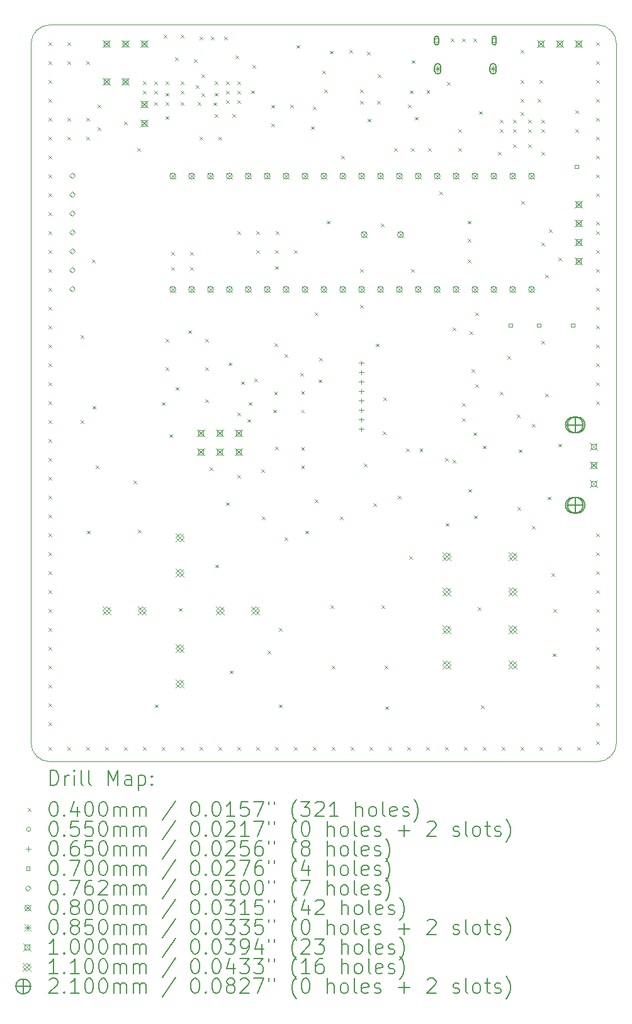
<source format=gbr>
%TF.GenerationSoftware,KiCad,Pcbnew,7.0.7*%
%TF.CreationDate,2023-09-24T19:30:24+02:00*%
%TF.ProjectId,ardumate,61726475-6d61-4746-952e-6b696361645f,rev?*%
%TF.SameCoordinates,Original*%
%TF.FileFunction,Drillmap*%
%TF.FilePolarity,Positive*%
%FSLAX45Y45*%
G04 Gerber Fmt 4.5, Leading zero omitted, Abs format (unit mm)*
G04 Created by KiCad (PCBNEW 7.0.7) date 2023-09-24 19:30:24*
%MOMM*%
%LPD*%
G01*
G04 APERTURE LIST*
%ADD10C,0.100000*%
%ADD11C,0.200000*%
%ADD12C,0.040000*%
%ADD13C,0.055000*%
%ADD14C,0.065000*%
%ADD15C,0.070000*%
%ADD16C,0.076200*%
%ADD17C,0.080000*%
%ADD18C,0.085000*%
%ADD19C,0.110000*%
%ADD20C,0.210000*%
G04 APERTURE END LIST*
D10*
X17780000Y-13716000D02*
X17780000Y-4318000D01*
X10160000Y-13970000D02*
X17526000Y-13970000D01*
X17526000Y-13970000D02*
G75*
G03*
X17780000Y-13716000I0J254000D01*
G01*
X9906000Y-4318000D02*
X9906000Y-13716000D01*
X17526000Y-4064000D02*
X10160000Y-4064000D01*
X9906000Y-13716000D02*
G75*
G03*
X10160000Y-13970000I254000J0D01*
G01*
X17780000Y-4318000D02*
G75*
G03*
X17526000Y-4064000I-254000J0D01*
G01*
X10160000Y-4064000D02*
G75*
G03*
X9906000Y-4318000I0J-254000D01*
G01*
D11*
D12*
X10140000Y-4298000D02*
X10180000Y-4338000D01*
X10180000Y-4298000D02*
X10140000Y-4338000D01*
X10140000Y-4552000D02*
X10180000Y-4592000D01*
X10180000Y-4552000D02*
X10140000Y-4592000D01*
X10140000Y-4806000D02*
X10180000Y-4846000D01*
X10180000Y-4806000D02*
X10140000Y-4846000D01*
X10140000Y-5060000D02*
X10180000Y-5100000D01*
X10180000Y-5060000D02*
X10140000Y-5100000D01*
X10140000Y-5314000D02*
X10180000Y-5354000D01*
X10180000Y-5314000D02*
X10140000Y-5354000D01*
X10140000Y-5568000D02*
X10180000Y-5608000D01*
X10180000Y-5568000D02*
X10140000Y-5608000D01*
X10140000Y-5822000D02*
X10180000Y-5862000D01*
X10180000Y-5822000D02*
X10140000Y-5862000D01*
X10140000Y-6076000D02*
X10180000Y-6116000D01*
X10180000Y-6076000D02*
X10140000Y-6116000D01*
X10140000Y-6330000D02*
X10180000Y-6370000D01*
X10180000Y-6330000D02*
X10140000Y-6370000D01*
X10140000Y-6584000D02*
X10180000Y-6624000D01*
X10180000Y-6584000D02*
X10140000Y-6624000D01*
X10140000Y-6838000D02*
X10180000Y-6878000D01*
X10180000Y-6838000D02*
X10140000Y-6878000D01*
X10140000Y-7092000D02*
X10180000Y-7132000D01*
X10180000Y-7092000D02*
X10140000Y-7132000D01*
X10140000Y-7346000D02*
X10180000Y-7386000D01*
X10180000Y-7346000D02*
X10140000Y-7386000D01*
X10140000Y-7600000D02*
X10180000Y-7640000D01*
X10180000Y-7600000D02*
X10140000Y-7640000D01*
X10140000Y-7854000D02*
X10180000Y-7894000D01*
X10180000Y-7854000D02*
X10140000Y-7894000D01*
X10140000Y-8108000D02*
X10180000Y-8148000D01*
X10180000Y-8108000D02*
X10140000Y-8148000D01*
X10140000Y-8362000D02*
X10180000Y-8402000D01*
X10180000Y-8362000D02*
X10140000Y-8402000D01*
X10140000Y-8616000D02*
X10180000Y-8656000D01*
X10180000Y-8616000D02*
X10140000Y-8656000D01*
X10140000Y-8870000D02*
X10180000Y-8910000D01*
X10180000Y-8870000D02*
X10140000Y-8910000D01*
X10140000Y-9124000D02*
X10180000Y-9164000D01*
X10180000Y-9124000D02*
X10140000Y-9164000D01*
X10140000Y-9378000D02*
X10180000Y-9418000D01*
X10180000Y-9378000D02*
X10140000Y-9418000D01*
X10140000Y-9632000D02*
X10180000Y-9672000D01*
X10180000Y-9632000D02*
X10140000Y-9672000D01*
X10140000Y-9886000D02*
X10180000Y-9926000D01*
X10180000Y-9886000D02*
X10140000Y-9926000D01*
X10140000Y-10140000D02*
X10180000Y-10180000D01*
X10180000Y-10140000D02*
X10140000Y-10180000D01*
X10140000Y-10394000D02*
X10180000Y-10434000D01*
X10180000Y-10394000D02*
X10140000Y-10434000D01*
X10140000Y-10648000D02*
X10180000Y-10688000D01*
X10180000Y-10648000D02*
X10140000Y-10688000D01*
X10140000Y-10902000D02*
X10180000Y-10942000D01*
X10180000Y-10902000D02*
X10140000Y-10942000D01*
X10140000Y-11156000D02*
X10180000Y-11196000D01*
X10180000Y-11156000D02*
X10140000Y-11196000D01*
X10140000Y-11410000D02*
X10180000Y-11450000D01*
X10180000Y-11410000D02*
X10140000Y-11450000D01*
X10140000Y-11664000D02*
X10180000Y-11704000D01*
X10180000Y-11664000D02*
X10140000Y-11704000D01*
X10140000Y-11918000D02*
X10180000Y-11958000D01*
X10180000Y-11918000D02*
X10140000Y-11958000D01*
X10140000Y-12172000D02*
X10180000Y-12212000D01*
X10180000Y-12172000D02*
X10140000Y-12212000D01*
X10140000Y-12426000D02*
X10180000Y-12466000D01*
X10180000Y-12426000D02*
X10140000Y-12466000D01*
X10140000Y-12680000D02*
X10180000Y-12720000D01*
X10180000Y-12680000D02*
X10140000Y-12720000D01*
X10140000Y-12934000D02*
X10180000Y-12974000D01*
X10180000Y-12934000D02*
X10140000Y-12974000D01*
X10140000Y-13188000D02*
X10180000Y-13228000D01*
X10180000Y-13188000D02*
X10140000Y-13228000D01*
X10140000Y-13442000D02*
X10180000Y-13482000D01*
X10180000Y-13442000D02*
X10140000Y-13482000D01*
X10140000Y-13772200D02*
X10180000Y-13812200D01*
X10180000Y-13772200D02*
X10140000Y-13812200D01*
X10394000Y-4298000D02*
X10434000Y-4338000D01*
X10434000Y-4298000D02*
X10394000Y-4338000D01*
X10394000Y-4552000D02*
X10434000Y-4592000D01*
X10434000Y-4552000D02*
X10394000Y-4592000D01*
X10394000Y-5314000D02*
X10434000Y-5354000D01*
X10434000Y-5314000D02*
X10394000Y-5354000D01*
X10394000Y-5568000D02*
X10434000Y-5608000D01*
X10434000Y-5568000D02*
X10394000Y-5608000D01*
X10394000Y-13772200D02*
X10434000Y-13812200D01*
X10434000Y-13772200D02*
X10394000Y-13812200D01*
X10571800Y-8235000D02*
X10611800Y-8275000D01*
X10611800Y-8235000D02*
X10571800Y-8275000D01*
X10571800Y-9378000D02*
X10611800Y-9418000D01*
X10611800Y-9378000D02*
X10571800Y-9418000D01*
X10648000Y-4552000D02*
X10688000Y-4592000D01*
X10688000Y-4552000D02*
X10648000Y-4592000D01*
X10648000Y-5314000D02*
X10688000Y-5354000D01*
X10688000Y-5314000D02*
X10648000Y-5354000D01*
X10648000Y-5568000D02*
X10688000Y-5608000D01*
X10688000Y-5568000D02*
X10648000Y-5608000D01*
X10648000Y-13772200D02*
X10688000Y-13812200D01*
X10688000Y-13772200D02*
X10648000Y-13812200D01*
X10660700Y-10863900D02*
X10700700Y-10903900D01*
X10700700Y-10863900D02*
X10660700Y-10903900D01*
X10724200Y-7219000D02*
X10764200Y-7259000D01*
X10764200Y-7219000D02*
X10724200Y-7259000D01*
X10736900Y-9187500D02*
X10776900Y-9227500D01*
X10776900Y-9187500D02*
X10736900Y-9227500D01*
X10775000Y-9987600D02*
X10815000Y-10027600D01*
X10815000Y-9987600D02*
X10775000Y-10027600D01*
X10800400Y-5136200D02*
X10840400Y-5176200D01*
X10840400Y-5136200D02*
X10800400Y-5176200D01*
X10800400Y-5441000D02*
X10840400Y-5481000D01*
X10840400Y-5441000D02*
X10800400Y-5481000D01*
X10902000Y-13772200D02*
X10942000Y-13812200D01*
X10942000Y-13772200D02*
X10902000Y-13812200D01*
X11156000Y-5364800D02*
X11196000Y-5404800D01*
X11196000Y-5364800D02*
X11156000Y-5404800D01*
X11156000Y-13772200D02*
X11196000Y-13812200D01*
X11196000Y-13772200D02*
X11156000Y-13812200D01*
X11283000Y-10190800D02*
X11323000Y-10230800D01*
X11323000Y-10190800D02*
X11283000Y-10230800D01*
X11333800Y-5720400D02*
X11373800Y-5760400D01*
X11373800Y-5720400D02*
X11333800Y-5760400D01*
X11346500Y-10851200D02*
X11386500Y-10891200D01*
X11386500Y-10851200D02*
X11346500Y-10891200D01*
X11410000Y-4821350D02*
X11450000Y-4861350D01*
X11450000Y-4821350D02*
X11410000Y-4861350D01*
X11410000Y-4948350D02*
X11450000Y-4988350D01*
X11450000Y-4948350D02*
X11410000Y-4988350D01*
X11410000Y-13772200D02*
X11450000Y-13812200D01*
X11450000Y-13772200D02*
X11410000Y-13812200D01*
X11562400Y-4821350D02*
X11602400Y-4861350D01*
X11602400Y-4821350D02*
X11562400Y-4861350D01*
X11562400Y-4948350D02*
X11602400Y-4988350D01*
X11602400Y-4948350D02*
X11562400Y-4988350D01*
X11562400Y-5100750D02*
X11602400Y-5140750D01*
X11602400Y-5100750D02*
X11562400Y-5140750D01*
X11575100Y-13200700D02*
X11615100Y-13240700D01*
X11615100Y-13200700D02*
X11575100Y-13240700D01*
X11664000Y-9136700D02*
X11704000Y-9176700D01*
X11704000Y-9136700D02*
X11664000Y-9176700D01*
X11664000Y-13772200D02*
X11704000Y-13812200D01*
X11704000Y-13772200D02*
X11664000Y-13812200D01*
X11689400Y-4196400D02*
X11729400Y-4236400D01*
X11729400Y-4196400D02*
X11689400Y-4236400D01*
X11714800Y-4821350D02*
X11754800Y-4861350D01*
X11754800Y-4821350D02*
X11714800Y-4861350D01*
X11714800Y-4979950D02*
X11754800Y-5019950D01*
X11754800Y-4979950D02*
X11714800Y-5019950D01*
X11714800Y-5100750D02*
X11754800Y-5140750D01*
X11754800Y-5100750D02*
X11714800Y-5140750D01*
X11714800Y-5292450D02*
X11754800Y-5332450D01*
X11754800Y-5292450D02*
X11714800Y-5332450D01*
X11714800Y-8285800D02*
X11754800Y-8325800D01*
X11754800Y-8285800D02*
X11714800Y-8325800D01*
X11714800Y-8666800D02*
X11754800Y-8706800D01*
X11754800Y-8666800D02*
X11714800Y-8706800D01*
X11765600Y-9568500D02*
X11805600Y-9608500D01*
X11805600Y-9568500D02*
X11765600Y-9608500D01*
X11791000Y-7117400D02*
X11831000Y-7157400D01*
X11831000Y-7117400D02*
X11791000Y-7157400D01*
X11791000Y-7320600D02*
X11831000Y-7360600D01*
X11831000Y-7320600D02*
X11791000Y-7360600D01*
X11841800Y-4501200D02*
X11881800Y-4541200D01*
X11881800Y-4501200D02*
X11841800Y-4541200D01*
X11854500Y-8933500D02*
X11894500Y-8973500D01*
X11894500Y-8933500D02*
X11854500Y-8973500D01*
X11892600Y-11905300D02*
X11932600Y-11945300D01*
X11932600Y-11905300D02*
X11892600Y-11945300D01*
X11918000Y-4196400D02*
X11958000Y-4236400D01*
X11958000Y-4196400D02*
X11918000Y-4236400D01*
X11918000Y-4821350D02*
X11958000Y-4861350D01*
X11958000Y-4821350D02*
X11918000Y-4861350D01*
X11918000Y-4948350D02*
X11958000Y-4988350D01*
X11958000Y-4948350D02*
X11918000Y-4988350D01*
X11918000Y-5100750D02*
X11958000Y-5140750D01*
X11958000Y-5100750D02*
X11918000Y-5140750D01*
X11918000Y-13772200D02*
X11958000Y-13812200D01*
X11958000Y-13772200D02*
X11918000Y-13812200D01*
X12019600Y-8171500D02*
X12059600Y-8211500D01*
X12059600Y-8171500D02*
X12019600Y-8211500D01*
X12045000Y-7117400D02*
X12085000Y-7157400D01*
X12085000Y-7117400D02*
X12045000Y-7157400D01*
X12045000Y-7320600D02*
X12085000Y-7360600D01*
X12085000Y-7320600D02*
X12045000Y-7360600D01*
X12095800Y-4526600D02*
X12135800Y-4566600D01*
X12135800Y-4526600D02*
X12095800Y-4566600D01*
X12121200Y-4872150D02*
X12161200Y-4912150D01*
X12161200Y-4872150D02*
X12121200Y-4912150D01*
X12146600Y-5100750D02*
X12186600Y-5140750D01*
X12186600Y-5100750D02*
X12146600Y-5140750D01*
X12172000Y-4221800D02*
X12212000Y-4261800D01*
X12212000Y-4221800D02*
X12172000Y-4261800D01*
X12172000Y-5568000D02*
X12212000Y-5608000D01*
X12212000Y-5568000D02*
X12172000Y-5608000D01*
X12172000Y-13772200D02*
X12212000Y-13812200D01*
X12212000Y-13772200D02*
X12172000Y-13812200D01*
X12197400Y-4729800D02*
X12237400Y-4769800D01*
X12237400Y-4729800D02*
X12197400Y-4769800D01*
X12197400Y-4983800D02*
X12237400Y-5023800D01*
X12237400Y-4983800D02*
X12197400Y-5023800D01*
X12248200Y-8285800D02*
X12288200Y-8325800D01*
X12288200Y-8285800D02*
X12248200Y-8325800D01*
X12248200Y-8666800D02*
X12288200Y-8706800D01*
X12288200Y-8666800D02*
X12248200Y-8706800D01*
X12248200Y-9098600D02*
X12288200Y-9138600D01*
X12288200Y-9098600D02*
X12248200Y-9138600D01*
X12308500Y-10013000D02*
X12348500Y-10053000D01*
X12348500Y-10013000D02*
X12308500Y-10053000D01*
X12324400Y-4221800D02*
X12364400Y-4261800D01*
X12364400Y-4221800D02*
X12324400Y-4261800D01*
X12358550Y-5107350D02*
X12398550Y-5147350D01*
X12398550Y-5107350D02*
X12358550Y-5147350D01*
X12375200Y-4821350D02*
X12415200Y-4861350D01*
X12415200Y-4821350D02*
X12375200Y-4861350D01*
X12375200Y-4979950D02*
X12415200Y-5019950D01*
X12415200Y-4979950D02*
X12375200Y-5019950D01*
X12375200Y-5263200D02*
X12415200Y-5303200D01*
X12415200Y-5263200D02*
X12375200Y-5303200D01*
X12387900Y-11321100D02*
X12427900Y-11361100D01*
X12427900Y-11321100D02*
X12387900Y-11361100D01*
X12426000Y-5568000D02*
X12466000Y-5608000D01*
X12466000Y-5568000D02*
X12426000Y-5608000D01*
X12426000Y-13772200D02*
X12466000Y-13812200D01*
X12466000Y-13772200D02*
X12426000Y-13812200D01*
X12502200Y-4221800D02*
X12542200Y-4261800D01*
X12542200Y-4221800D02*
X12502200Y-4261800D01*
X12527600Y-4821350D02*
X12567600Y-4861350D01*
X12567600Y-4821350D02*
X12527600Y-4861350D01*
X12527600Y-4948350D02*
X12567600Y-4988350D01*
X12567600Y-4948350D02*
X12527600Y-4988350D01*
X12527600Y-5075350D02*
X12567600Y-5115350D01*
X12567600Y-5075350D02*
X12527600Y-5115350D01*
X12527600Y-10482900D02*
X12567600Y-10522900D01*
X12567600Y-10482900D02*
X12527600Y-10522900D01*
X12565700Y-8603300D02*
X12605700Y-8643300D01*
X12605700Y-8603300D02*
X12565700Y-8643300D01*
X12578400Y-12743500D02*
X12618400Y-12783500D01*
X12618400Y-12743500D02*
X12578400Y-12783500D01*
X12616500Y-5263200D02*
X12656500Y-5303200D01*
X12656500Y-5263200D02*
X12616500Y-5303200D01*
X12654600Y-4475800D02*
X12694600Y-4515800D01*
X12694600Y-4475800D02*
X12654600Y-4515800D01*
X12680000Y-4821350D02*
X12720000Y-4861350D01*
X12720000Y-4821350D02*
X12680000Y-4861350D01*
X12680000Y-4948350D02*
X12720000Y-4988350D01*
X12720000Y-4948350D02*
X12680000Y-4988350D01*
X12680000Y-5075350D02*
X12720000Y-5115350D01*
X12720000Y-5075350D02*
X12680000Y-5115350D01*
X12680000Y-6838000D02*
X12720000Y-6878000D01*
X12720000Y-6838000D02*
X12680000Y-6878000D01*
X12680000Y-9276400D02*
X12720000Y-9316400D01*
X12720000Y-9276400D02*
X12680000Y-9316400D01*
X12680000Y-10114600D02*
X12720000Y-10154600D01*
X12720000Y-10114600D02*
X12680000Y-10154600D01*
X12680000Y-13772200D02*
X12720000Y-13812200D01*
X12720000Y-13772200D02*
X12680000Y-13812200D01*
X12730800Y-8857300D02*
X12770800Y-8897300D01*
X12770800Y-8857300D02*
X12730800Y-8897300D01*
X12819700Y-9365300D02*
X12859700Y-9405300D01*
X12859700Y-9365300D02*
X12819700Y-9405300D01*
X12832400Y-9136700D02*
X12872400Y-9176700D01*
X12872400Y-9136700D02*
X12832400Y-9176700D01*
X12870500Y-4945700D02*
X12910500Y-4985700D01*
X12910500Y-4945700D02*
X12870500Y-4985700D01*
X12883200Y-4602800D02*
X12923200Y-4642800D01*
X12923200Y-4602800D02*
X12883200Y-4642800D01*
X12908600Y-8819200D02*
X12948600Y-8859200D01*
X12948600Y-8819200D02*
X12908600Y-8859200D01*
X12934000Y-6838000D02*
X12974000Y-6878000D01*
X12974000Y-6838000D02*
X12934000Y-6878000D01*
X12934000Y-7092000D02*
X12974000Y-7132000D01*
X12974000Y-7092000D02*
X12934000Y-7132000D01*
X12934000Y-13772200D02*
X12974000Y-13812200D01*
X12974000Y-13772200D02*
X12934000Y-13812200D01*
X13005500Y-10038400D02*
X13045500Y-10078400D01*
X13045500Y-10038400D02*
X13005500Y-10078400D01*
X13010200Y-10673400D02*
X13050200Y-10713400D01*
X13050200Y-10673400D02*
X13010200Y-10713400D01*
X13086400Y-12476800D02*
X13126400Y-12516800D01*
X13126400Y-12476800D02*
X13086400Y-12516800D01*
X13137200Y-5390200D02*
X13177200Y-5430200D01*
X13177200Y-5390200D02*
X13137200Y-5430200D01*
X13141600Y-5140600D02*
X13181600Y-5180600D01*
X13181600Y-5140600D02*
X13141600Y-5180600D01*
X13162600Y-9238300D02*
X13202600Y-9278300D01*
X13202600Y-9238300D02*
X13162600Y-9278300D01*
X13177650Y-8997000D02*
X13217650Y-9037000D01*
X13217650Y-8997000D02*
X13177650Y-9037000D01*
X13183755Y-8342705D02*
X13223755Y-8382705D01*
X13223755Y-8342705D02*
X13183755Y-8382705D01*
X13188000Y-7092000D02*
X13228000Y-7132000D01*
X13228000Y-7092000D02*
X13188000Y-7132000D01*
X13188000Y-7307900D02*
X13228000Y-7347900D01*
X13228000Y-7307900D02*
X13188000Y-7347900D01*
X13188000Y-9733600D02*
X13228000Y-9773600D01*
X13228000Y-9733600D02*
X13188000Y-9773600D01*
X13188000Y-13772200D02*
X13228000Y-13812200D01*
X13228000Y-13772200D02*
X13188000Y-13812200D01*
X13200700Y-6838000D02*
X13240700Y-6878000D01*
X13240700Y-6838000D02*
X13200700Y-6878000D01*
X13238800Y-12172000D02*
X13278800Y-12212000D01*
X13278800Y-12172000D02*
X13238800Y-12212000D01*
X13238800Y-13200700D02*
X13278800Y-13240700D01*
X13278800Y-13200700D02*
X13238800Y-13240700D01*
X13315000Y-10952800D02*
X13355000Y-10992800D01*
X13355000Y-10952800D02*
X13315000Y-10992800D01*
X13315500Y-8489000D02*
X13355500Y-8529000D01*
X13355500Y-8489000D02*
X13315500Y-8529000D01*
X13391200Y-5136200D02*
X13431200Y-5176200D01*
X13431200Y-5136200D02*
X13391200Y-5176200D01*
X13442000Y-7092000D02*
X13482000Y-7132000D01*
X13482000Y-7092000D02*
X13442000Y-7132000D01*
X13442000Y-13772200D02*
X13482000Y-13812200D01*
X13482000Y-13772200D02*
X13442000Y-13812200D01*
X13480100Y-4336100D02*
X13520100Y-4376100D01*
X13520100Y-4336100D02*
X13480100Y-4376100D01*
X13530900Y-8743000D02*
X13570900Y-8783000D01*
X13570900Y-8743000D02*
X13530900Y-8783000D01*
X13539900Y-8989300D02*
X13579900Y-9029300D01*
X13579900Y-8989300D02*
X13539900Y-9029300D01*
X13539900Y-9239300D02*
X13579900Y-9279300D01*
X13579900Y-9239300D02*
X13539900Y-9279300D01*
X13539900Y-9739300D02*
X13579900Y-9779300D01*
X13579900Y-9739300D02*
X13539900Y-9779300D01*
X13539900Y-9989300D02*
X13579900Y-10029300D01*
X13579900Y-9989300D02*
X13539900Y-10029300D01*
X13594400Y-10863900D02*
X13634400Y-10903900D01*
X13634400Y-10863900D02*
X13594400Y-10903900D01*
X13670600Y-5428300D02*
X13710600Y-5468300D01*
X13710600Y-5428300D02*
X13670600Y-5468300D01*
X13696000Y-13772200D02*
X13736000Y-13812200D01*
X13736000Y-13772200D02*
X13696000Y-13812200D01*
X13700400Y-5161600D02*
X13740400Y-5201600D01*
X13740400Y-5161600D02*
X13700400Y-5201600D01*
X13721400Y-7930200D02*
X13761400Y-7970200D01*
X13761400Y-7930200D02*
X13721400Y-7970200D01*
X13721400Y-10444800D02*
X13761400Y-10484800D01*
X13761400Y-10444800D02*
X13721400Y-10484800D01*
X13772200Y-8831900D02*
X13812200Y-8871900D01*
X13812200Y-8831900D02*
X13772200Y-8871900D01*
X13784900Y-8539800D02*
X13824900Y-8579800D01*
X13824900Y-8539800D02*
X13784900Y-8579800D01*
X13823000Y-4679000D02*
X13863000Y-4719000D01*
X13863000Y-4679000D02*
X13823000Y-4719000D01*
X13848400Y-4933000D02*
X13888400Y-4973000D01*
X13888400Y-4933000D02*
X13848400Y-4973000D01*
X13886500Y-6698300D02*
X13926500Y-6738300D01*
X13926500Y-6698300D02*
X13886500Y-6738300D01*
X13924600Y-4412300D02*
X13964600Y-4452300D01*
X13964600Y-4412300D02*
X13924600Y-4452300D01*
X13937300Y-11867200D02*
X13977300Y-11907200D01*
X13977300Y-11867200D02*
X13937300Y-11907200D01*
X13950000Y-12680000D02*
X13990000Y-12720000D01*
X13990000Y-12680000D02*
X13950000Y-12720000D01*
X13950000Y-13772200D02*
X13990000Y-13812200D01*
X13990000Y-13772200D02*
X13950000Y-13812200D01*
X14064300Y-10673400D02*
X14104300Y-10713400D01*
X14104300Y-10673400D02*
X14064300Y-10713400D01*
X14077000Y-5822000D02*
X14117000Y-5862000D01*
X14117000Y-5822000D02*
X14077000Y-5862000D01*
X14191300Y-4399600D02*
X14231300Y-4439600D01*
X14231300Y-4399600D02*
X14191300Y-4439600D01*
X14204000Y-13772200D02*
X14244000Y-13812200D01*
X14244000Y-13772200D02*
X14204000Y-13812200D01*
X14331000Y-4933000D02*
X14371000Y-4973000D01*
X14371000Y-4933000D02*
X14331000Y-4973000D01*
X14331000Y-5085400D02*
X14371000Y-5125400D01*
X14371000Y-5085400D02*
X14331000Y-5125400D01*
X14331000Y-7346000D02*
X14371000Y-7386000D01*
X14371000Y-7346000D02*
X14331000Y-7386000D01*
X14331000Y-7828600D02*
X14371000Y-7868600D01*
X14371000Y-7828600D02*
X14331000Y-7868600D01*
X14381800Y-9962200D02*
X14421800Y-10002200D01*
X14421800Y-9962200D02*
X14381800Y-10002200D01*
X14428850Y-4425000D02*
X14468850Y-4465000D01*
X14468850Y-4425000D02*
X14428850Y-4465000D01*
X14432600Y-5326700D02*
X14472600Y-5366700D01*
X14472600Y-5326700D02*
X14432600Y-5366700D01*
X14458000Y-13772200D02*
X14498000Y-13812200D01*
X14498000Y-13772200D02*
X14458000Y-13812200D01*
X14508800Y-10495600D02*
X14548800Y-10535600D01*
X14548800Y-10495600D02*
X14508800Y-10535600D01*
X14546900Y-8349300D02*
X14586900Y-8389300D01*
X14586900Y-8349300D02*
X14546900Y-8389300D01*
X14559600Y-5085400D02*
X14599600Y-5125400D01*
X14599600Y-5085400D02*
X14559600Y-5125400D01*
X14572300Y-4729800D02*
X14612300Y-4769800D01*
X14612300Y-4729800D02*
X14572300Y-4769800D01*
X14610400Y-6736400D02*
X14650400Y-6776400D01*
X14650400Y-6736400D02*
X14610400Y-6776400D01*
X14623100Y-11867200D02*
X14663100Y-11907200D01*
X14663100Y-11867200D02*
X14623100Y-11907200D01*
X14635800Y-9530400D02*
X14675800Y-9570400D01*
X14675800Y-9530400D02*
X14635800Y-9570400D01*
X14648500Y-9073200D02*
X14688500Y-9113200D01*
X14688500Y-9073200D02*
X14648500Y-9113200D01*
X14661200Y-12680000D02*
X14701200Y-12720000D01*
X14701200Y-12680000D02*
X14661200Y-12720000D01*
X14673900Y-13226100D02*
X14713900Y-13266100D01*
X14713900Y-13226100D02*
X14673900Y-13266100D01*
X14712000Y-13772200D02*
X14752000Y-13812200D01*
X14752000Y-13772200D02*
X14712000Y-13812200D01*
X14788200Y-5720400D02*
X14828200Y-5760400D01*
X14828200Y-5720400D02*
X14788200Y-5760400D01*
X14839000Y-10394000D02*
X14879000Y-10434000D01*
X14879000Y-10394000D02*
X14839000Y-10434000D01*
X14950950Y-9759000D02*
X14990950Y-9799000D01*
X14990950Y-9759000D02*
X14950950Y-9799000D01*
X14966000Y-13772200D02*
X15006000Y-13812200D01*
X15006000Y-13772200D02*
X14966000Y-13812200D01*
X14978700Y-5136200D02*
X15018700Y-5176200D01*
X15018700Y-5136200D02*
X14978700Y-5176200D01*
X14991400Y-11206800D02*
X15031400Y-11246800D01*
X15031400Y-11206800D02*
X14991400Y-11246800D01*
X15004100Y-4945700D02*
X15044100Y-4985700D01*
X15044100Y-4945700D02*
X15004100Y-4985700D01*
X15016800Y-5720400D02*
X15056800Y-5760400D01*
X15056800Y-5720400D02*
X15016800Y-5760400D01*
X15016800Y-7346000D02*
X15056800Y-7386000D01*
X15056800Y-7346000D02*
X15016800Y-7386000D01*
X15029500Y-4539300D02*
X15069500Y-4579300D01*
X15069500Y-4539300D02*
X15029500Y-4579300D01*
X15067600Y-5301300D02*
X15107600Y-5341300D01*
X15107600Y-5301300D02*
X15067600Y-5341300D01*
X15133450Y-9759000D02*
X15173450Y-9799000D01*
X15173450Y-9759000D02*
X15133450Y-9799000D01*
X15220000Y-13772200D02*
X15260000Y-13812200D01*
X15260000Y-13772200D02*
X15220000Y-13812200D01*
X15226350Y-4939350D02*
X15266350Y-4979350D01*
X15266350Y-4939350D02*
X15226350Y-4979350D01*
X15245400Y-5720400D02*
X15285400Y-5760400D01*
X15285400Y-5720400D02*
X15245400Y-5760400D01*
X15397800Y-6304600D02*
X15437800Y-6344600D01*
X15437800Y-6304600D02*
X15397800Y-6344600D01*
X15473570Y-9886430D02*
X15513570Y-9926430D01*
X15513570Y-9886430D02*
X15473570Y-9926430D01*
X15474000Y-13772200D02*
X15514000Y-13812200D01*
X15514000Y-13772200D02*
X15474000Y-13812200D01*
X15486700Y-10762300D02*
X15526700Y-10802300D01*
X15526700Y-10762300D02*
X15486700Y-10802300D01*
X15499400Y-4831400D02*
X15539400Y-4871400D01*
X15539400Y-4831400D02*
X15499400Y-4871400D01*
X15550200Y-4247200D02*
X15590200Y-4287200D01*
X15590200Y-4247200D02*
X15550200Y-4287200D01*
X15575600Y-8133400D02*
X15615600Y-8173400D01*
X15615600Y-8133400D02*
X15575600Y-8173400D01*
X15575600Y-9911400D02*
X15615600Y-9951400D01*
X15615600Y-9911400D02*
X15575600Y-9951400D01*
X15651800Y-5466400D02*
X15691800Y-5506400D01*
X15691800Y-5466400D02*
X15651800Y-5506400D01*
X15651800Y-5720400D02*
X15691800Y-5760400D01*
X15691800Y-5720400D02*
X15651800Y-5760400D01*
X15702600Y-4247200D02*
X15742600Y-4287200D01*
X15742600Y-4247200D02*
X15702600Y-4287200D01*
X15702600Y-9149400D02*
X15742600Y-9189400D01*
X15742600Y-9149400D02*
X15702600Y-9189400D01*
X15702600Y-9352600D02*
X15742600Y-9392600D01*
X15742600Y-9352600D02*
X15702600Y-9392600D01*
X15728000Y-13772200D02*
X15768000Y-13812200D01*
X15768000Y-13772200D02*
X15728000Y-13812200D01*
X15778800Y-6698300D02*
X15818800Y-6738300D01*
X15818800Y-6698300D02*
X15778800Y-6738300D01*
X15778800Y-6939600D02*
X15818800Y-6979600D01*
X15818800Y-6939600D02*
X15778800Y-6979600D01*
X15778800Y-7219000D02*
X15818800Y-7259000D01*
X15818800Y-7219000D02*
X15778800Y-7259000D01*
X15791500Y-10305100D02*
X15831500Y-10345100D01*
X15831500Y-10305100D02*
X15791500Y-10345100D01*
X15804200Y-8184200D02*
X15844200Y-8224200D01*
X15844200Y-8184200D02*
X15804200Y-8224200D01*
X15829600Y-8692200D02*
X15869600Y-8732200D01*
X15869600Y-8692200D02*
X15829600Y-8732200D01*
X15855000Y-4247200D02*
X15895000Y-4287200D01*
X15895000Y-4247200D02*
X15855000Y-4287200D01*
X15855000Y-9543100D02*
X15895000Y-9583100D01*
X15895000Y-9543100D02*
X15855000Y-9583100D01*
X15867700Y-10660700D02*
X15907700Y-10700700D01*
X15907700Y-10660700D02*
X15867700Y-10700700D01*
X15880400Y-7930200D02*
X15920400Y-7970200D01*
X15920400Y-7930200D02*
X15880400Y-7970200D01*
X15880830Y-8895830D02*
X15920830Y-8935830D01*
X15920830Y-8895830D02*
X15880830Y-8935830D01*
X15918500Y-11892600D02*
X15958500Y-11932600D01*
X15958500Y-11892600D02*
X15918500Y-11932600D01*
X15931200Y-5225400D02*
X15971200Y-5265400D01*
X15971200Y-5225400D02*
X15931200Y-5265400D01*
X15956600Y-13213400D02*
X15996600Y-13253400D01*
X15996600Y-13213400D02*
X15956600Y-13253400D01*
X15982000Y-9720900D02*
X16022000Y-9760900D01*
X16022000Y-9720900D02*
X15982000Y-9760900D01*
X15982000Y-13772200D02*
X16022000Y-13812200D01*
X16022000Y-13772200D02*
X15982000Y-13812200D01*
X16185200Y-5771200D02*
X16225200Y-5811200D01*
X16225200Y-5771200D02*
X16185200Y-5811200D01*
X16210600Y-5339400D02*
X16250600Y-5379400D01*
X16250600Y-5339400D02*
X16210600Y-5379400D01*
X16210600Y-5466400D02*
X16250600Y-5506400D01*
X16250600Y-5466400D02*
X16210600Y-5506400D01*
X16210600Y-8997000D02*
X16250600Y-9037000D01*
X16250600Y-8997000D02*
X16210600Y-9037000D01*
X16236000Y-13772200D02*
X16276000Y-13812200D01*
X16276000Y-13772200D02*
X16236000Y-13812200D01*
X16312200Y-8514400D02*
X16352200Y-8554400D01*
X16352200Y-8514400D02*
X16312200Y-8554400D01*
X16388400Y-5339400D02*
X16428400Y-5379400D01*
X16428400Y-5339400D02*
X16388400Y-5379400D01*
X16388400Y-5466400D02*
X16428400Y-5506400D01*
X16428400Y-5466400D02*
X16388400Y-5506400D01*
X16388400Y-5669600D02*
X16428400Y-5709600D01*
X16428400Y-5669600D02*
X16388400Y-5709600D01*
X16439200Y-9301800D02*
X16479200Y-9341800D01*
X16479200Y-9301800D02*
X16439200Y-9341800D01*
X16451900Y-10546400D02*
X16491900Y-10586400D01*
X16491900Y-10546400D02*
X16451900Y-10586400D01*
X16464600Y-9771700D02*
X16504600Y-9811700D01*
X16504600Y-9771700D02*
X16464600Y-9811700D01*
X16490000Y-4399600D02*
X16530000Y-4439600D01*
X16530000Y-4399600D02*
X16490000Y-4439600D01*
X16490000Y-4806000D02*
X16530000Y-4846000D01*
X16530000Y-4806000D02*
X16490000Y-4846000D01*
X16490000Y-5060000D02*
X16530000Y-5100000D01*
X16530000Y-5060000D02*
X16490000Y-5100000D01*
X16490000Y-5237800D02*
X16530000Y-5277800D01*
X16530000Y-5237800D02*
X16490000Y-5277800D01*
X16490000Y-13772200D02*
X16530000Y-13812200D01*
X16530000Y-13772200D02*
X16490000Y-13812200D01*
X16502700Y-6431600D02*
X16542700Y-6471600D01*
X16542700Y-6431600D02*
X16502700Y-6471600D01*
X16591600Y-5339400D02*
X16631600Y-5379400D01*
X16631600Y-5339400D02*
X16591600Y-5379400D01*
X16591600Y-5466400D02*
X16631600Y-5506400D01*
X16631600Y-5466400D02*
X16591600Y-5506400D01*
X16591600Y-5669600D02*
X16631600Y-5709600D01*
X16631600Y-5669600D02*
X16591600Y-5709600D01*
X16642400Y-9428800D02*
X16682400Y-9468800D01*
X16682400Y-9428800D02*
X16642400Y-9468800D01*
X16642400Y-10800400D02*
X16682400Y-10840400D01*
X16682400Y-10800400D02*
X16642400Y-10840400D01*
X16718600Y-5060000D02*
X16758600Y-5100000D01*
X16758600Y-5060000D02*
X16718600Y-5100000D01*
X16744000Y-4806000D02*
X16784000Y-4846000D01*
X16784000Y-4806000D02*
X16744000Y-4846000D01*
X16744000Y-13772200D02*
X16784000Y-13812200D01*
X16784000Y-13772200D02*
X16744000Y-13812200D01*
X16769400Y-5339400D02*
X16809400Y-5379400D01*
X16809400Y-5339400D02*
X16769400Y-5379400D01*
X16769400Y-5466400D02*
X16809400Y-5506400D01*
X16809400Y-5466400D02*
X16769400Y-5506400D01*
X16769400Y-5771200D02*
X16809400Y-5811200D01*
X16809400Y-5771200D02*
X16769400Y-5811200D01*
X16769400Y-6990400D02*
X16809400Y-7030400D01*
X16809400Y-6990400D02*
X16769400Y-7030400D01*
X16769400Y-8311200D02*
X16809400Y-8351200D01*
X16809400Y-8311200D02*
X16769400Y-8351200D01*
X16820200Y-7422200D02*
X16860200Y-7462200D01*
X16860200Y-7422200D02*
X16820200Y-7462200D01*
X16820200Y-9022400D02*
X16860200Y-9062400D01*
X16860200Y-9022400D02*
X16820200Y-9062400D01*
X16858300Y-10406700D02*
X16898300Y-10446700D01*
X16898300Y-10406700D02*
X16858300Y-10446700D01*
X16871000Y-6812600D02*
X16911000Y-6852600D01*
X16911000Y-6812600D02*
X16871000Y-6852600D01*
X16909100Y-11435400D02*
X16949100Y-11475400D01*
X16949100Y-11435400D02*
X16909100Y-11475400D01*
X16921800Y-12514900D02*
X16961800Y-12554900D01*
X16961800Y-12514900D02*
X16921800Y-12554900D01*
X16934500Y-11918000D02*
X16974500Y-11958000D01*
X16974500Y-11918000D02*
X16934500Y-11958000D01*
X16998000Y-7193600D02*
X17038000Y-7233600D01*
X17038000Y-7193600D02*
X16998000Y-7233600D01*
X16998000Y-9695500D02*
X17038000Y-9735500D01*
X17038000Y-9695500D02*
X16998000Y-9735500D01*
X16998000Y-13772200D02*
X17038000Y-13812200D01*
X17038000Y-13772200D02*
X16998000Y-13812200D01*
X17226600Y-5212400D02*
X17266600Y-5252400D01*
X17266600Y-5212400D02*
X17226600Y-5252400D01*
X17226600Y-5466400D02*
X17266600Y-5506400D01*
X17266600Y-5466400D02*
X17226600Y-5506400D01*
X17252000Y-13772200D02*
X17292000Y-13812200D01*
X17292000Y-13772200D02*
X17252000Y-13812200D01*
X17506000Y-4298000D02*
X17546000Y-4338000D01*
X17546000Y-4298000D02*
X17506000Y-4338000D01*
X17506000Y-4552000D02*
X17546000Y-4592000D01*
X17546000Y-4552000D02*
X17506000Y-4592000D01*
X17506000Y-4806000D02*
X17546000Y-4846000D01*
X17546000Y-4806000D02*
X17506000Y-4846000D01*
X17506000Y-5060000D02*
X17546000Y-5100000D01*
X17546000Y-5060000D02*
X17506000Y-5100000D01*
X17506000Y-5314000D02*
X17546000Y-5354000D01*
X17546000Y-5314000D02*
X17506000Y-5354000D01*
X17506000Y-5568000D02*
X17546000Y-5608000D01*
X17546000Y-5568000D02*
X17506000Y-5608000D01*
X17506000Y-5822000D02*
X17546000Y-5862000D01*
X17546000Y-5822000D02*
X17506000Y-5862000D01*
X17506000Y-6076000D02*
X17546000Y-6116000D01*
X17546000Y-6076000D02*
X17506000Y-6116000D01*
X17506000Y-6330000D02*
X17546000Y-6370000D01*
X17546000Y-6330000D02*
X17506000Y-6370000D01*
X17506000Y-6711000D02*
X17546000Y-6751000D01*
X17546000Y-6711000D02*
X17506000Y-6751000D01*
X17506000Y-6838000D02*
X17546000Y-6878000D01*
X17546000Y-6838000D02*
X17506000Y-6878000D01*
X17506000Y-7092000D02*
X17546000Y-7132000D01*
X17546000Y-7092000D02*
X17506000Y-7132000D01*
X17506000Y-7346000D02*
X17546000Y-7386000D01*
X17546000Y-7346000D02*
X17506000Y-7386000D01*
X17506000Y-7600000D02*
X17546000Y-7640000D01*
X17546000Y-7600000D02*
X17506000Y-7640000D01*
X17506000Y-7854000D02*
X17546000Y-7894000D01*
X17546000Y-7854000D02*
X17506000Y-7894000D01*
X17506000Y-8108000D02*
X17546000Y-8148000D01*
X17546000Y-8108000D02*
X17506000Y-8148000D01*
X17506000Y-8362000D02*
X17546000Y-8402000D01*
X17546000Y-8362000D02*
X17506000Y-8402000D01*
X17506000Y-8616000D02*
X17546000Y-8656000D01*
X17546000Y-8616000D02*
X17506000Y-8656000D01*
X17506000Y-8870000D02*
X17546000Y-8910000D01*
X17546000Y-8870000D02*
X17506000Y-8910000D01*
X17506000Y-9124000D02*
X17546000Y-9164000D01*
X17546000Y-9124000D02*
X17506000Y-9164000D01*
X17506000Y-10902000D02*
X17546000Y-10942000D01*
X17546000Y-10902000D02*
X17506000Y-10942000D01*
X17506000Y-11156000D02*
X17546000Y-11196000D01*
X17546000Y-11156000D02*
X17506000Y-11196000D01*
X17506000Y-11410000D02*
X17546000Y-11450000D01*
X17546000Y-11410000D02*
X17506000Y-11450000D01*
X17506000Y-11664000D02*
X17546000Y-11704000D01*
X17546000Y-11664000D02*
X17506000Y-11704000D01*
X17506000Y-11918000D02*
X17546000Y-11958000D01*
X17546000Y-11918000D02*
X17506000Y-11958000D01*
X17506000Y-12172000D02*
X17546000Y-12212000D01*
X17546000Y-12172000D02*
X17506000Y-12212000D01*
X17506000Y-12426000D02*
X17546000Y-12466000D01*
X17546000Y-12426000D02*
X17506000Y-12466000D01*
X17506000Y-12680000D02*
X17546000Y-12720000D01*
X17546000Y-12680000D02*
X17506000Y-12720000D01*
X17506000Y-12934000D02*
X17546000Y-12974000D01*
X17546000Y-12934000D02*
X17506000Y-12974000D01*
X17506000Y-13188000D02*
X17546000Y-13228000D01*
X17546000Y-13188000D02*
X17506000Y-13228000D01*
X17506000Y-13442000D02*
X17546000Y-13482000D01*
X17546000Y-13442000D02*
X17506000Y-13482000D01*
X17506000Y-13696000D02*
X17546000Y-13736000D01*
X17546000Y-13696000D02*
X17506000Y-13736000D01*
D13*
X15388500Y-4274700D02*
G75*
G03*
X15388500Y-4274700I-27500J0D01*
G01*
D11*
X15388500Y-4307200D02*
X15388500Y-4242200D01*
X15388500Y-4242200D02*
G75*
G03*
X15333500Y-4242200I-27500J0D01*
G01*
X15333500Y-4242200D02*
X15333500Y-4307200D01*
X15333500Y-4307200D02*
G75*
G03*
X15388500Y-4307200I27500J0D01*
G01*
D13*
X16163500Y-4274700D02*
G75*
G03*
X16163500Y-4274700I-27500J0D01*
G01*
D11*
X16163500Y-4307200D02*
X16163500Y-4242200D01*
X16163500Y-4242200D02*
G75*
G03*
X16108500Y-4242200I-27500J0D01*
G01*
X16108500Y-4242200D02*
X16108500Y-4307200D01*
X16108500Y-4307200D02*
G75*
G03*
X16163500Y-4307200I27500J0D01*
G01*
D14*
X14351000Y-8578100D02*
X14351000Y-8643100D01*
X14318500Y-8610600D02*
X14383500Y-8610600D01*
X14351000Y-8705100D02*
X14351000Y-8770100D01*
X14318500Y-8737600D02*
X14383500Y-8737600D01*
X14351000Y-8832100D02*
X14351000Y-8897100D01*
X14318500Y-8864600D02*
X14383500Y-8864600D01*
X14351000Y-8959100D02*
X14351000Y-9024100D01*
X14318500Y-8991600D02*
X14383500Y-8991600D01*
X14351000Y-9086100D02*
X14351000Y-9151100D01*
X14318500Y-9118600D02*
X14383500Y-9118600D01*
X14351000Y-9213100D02*
X14351000Y-9278100D01*
X14318500Y-9245600D02*
X14383500Y-9245600D01*
X14351000Y-9340100D02*
X14351000Y-9405100D01*
X14318500Y-9372600D02*
X14383500Y-9372600D01*
X14351000Y-9467100D02*
X14351000Y-9532100D01*
X14318500Y-9499600D02*
X14383500Y-9499600D01*
D15*
X16382349Y-8127349D02*
X16382349Y-8077851D01*
X16332851Y-8077851D01*
X16332851Y-8127349D01*
X16382349Y-8127349D01*
X16763349Y-8127349D02*
X16763349Y-8077851D01*
X16713851Y-8077851D01*
X16713851Y-8127349D01*
X16763349Y-8127349D01*
X17220549Y-8127349D02*
X17220549Y-8077851D01*
X17171051Y-8077851D01*
X17171051Y-8127349D01*
X17220549Y-8127349D01*
X17271349Y-5993749D02*
X17271349Y-5944251D01*
X17221851Y-5944251D01*
X17221851Y-5993749D01*
X17271349Y-5993749D01*
D16*
X10461752Y-6128354D02*
X10499852Y-6090254D01*
X10461752Y-6052154D01*
X10423652Y-6090254D01*
X10461752Y-6128354D01*
X10461752Y-6382354D02*
X10499852Y-6344254D01*
X10461752Y-6306154D01*
X10423652Y-6344254D01*
X10461752Y-6382354D01*
X10461752Y-6636354D02*
X10499852Y-6598254D01*
X10461752Y-6560154D01*
X10423652Y-6598254D01*
X10461752Y-6636354D01*
X10461752Y-6890354D02*
X10499852Y-6852254D01*
X10461752Y-6814154D01*
X10423652Y-6852254D01*
X10461752Y-6890354D01*
X10461752Y-7144354D02*
X10499852Y-7106254D01*
X10461752Y-7068154D01*
X10423652Y-7106254D01*
X10461752Y-7144354D01*
X10461752Y-7398354D02*
X10499852Y-7360254D01*
X10461752Y-7322154D01*
X10423652Y-7360254D01*
X10461752Y-7398354D01*
X10461752Y-7652354D02*
X10499852Y-7614254D01*
X10461752Y-7576154D01*
X10423652Y-7614254D01*
X10461752Y-7652354D01*
D17*
X11771500Y-6056500D02*
X11851500Y-6136500D01*
X11851500Y-6056500D02*
X11771500Y-6136500D01*
X11851500Y-6096500D02*
G75*
G03*
X11851500Y-6096500I-40000J0D01*
G01*
X11771500Y-7580500D02*
X11851500Y-7660500D01*
X11851500Y-7580500D02*
X11771500Y-7660500D01*
X11851500Y-7620500D02*
G75*
G03*
X11851500Y-7620500I-40000J0D01*
G01*
X12025500Y-6056500D02*
X12105500Y-6136500D01*
X12105500Y-6056500D02*
X12025500Y-6136500D01*
X12105500Y-6096500D02*
G75*
G03*
X12105500Y-6096500I-40000J0D01*
G01*
X12025500Y-7580500D02*
X12105500Y-7660500D01*
X12105500Y-7580500D02*
X12025500Y-7660500D01*
X12105500Y-7620500D02*
G75*
G03*
X12105500Y-7620500I-40000J0D01*
G01*
X12279500Y-6056500D02*
X12359500Y-6136500D01*
X12359500Y-6056500D02*
X12279500Y-6136500D01*
X12359500Y-6096500D02*
G75*
G03*
X12359500Y-6096500I-40000J0D01*
G01*
X12279500Y-7580500D02*
X12359500Y-7660500D01*
X12359500Y-7580500D02*
X12279500Y-7660500D01*
X12359500Y-7620500D02*
G75*
G03*
X12359500Y-7620500I-40000J0D01*
G01*
X12533500Y-6056500D02*
X12613500Y-6136500D01*
X12613500Y-6056500D02*
X12533500Y-6136500D01*
X12613500Y-6096500D02*
G75*
G03*
X12613500Y-6096500I-40000J0D01*
G01*
X12533500Y-7580500D02*
X12613500Y-7660500D01*
X12613500Y-7580500D02*
X12533500Y-7660500D01*
X12613500Y-7620500D02*
G75*
G03*
X12613500Y-7620500I-40000J0D01*
G01*
X12787500Y-6056500D02*
X12867500Y-6136500D01*
X12867500Y-6056500D02*
X12787500Y-6136500D01*
X12867500Y-6096500D02*
G75*
G03*
X12867500Y-6096500I-40000J0D01*
G01*
X12787500Y-7580500D02*
X12867500Y-7660500D01*
X12867500Y-7580500D02*
X12787500Y-7660500D01*
X12867500Y-7620500D02*
G75*
G03*
X12867500Y-7620500I-40000J0D01*
G01*
X13041500Y-6056500D02*
X13121500Y-6136500D01*
X13121500Y-6056500D02*
X13041500Y-6136500D01*
X13121500Y-6096500D02*
G75*
G03*
X13121500Y-6096500I-40000J0D01*
G01*
X13041500Y-7580500D02*
X13121500Y-7660500D01*
X13121500Y-7580500D02*
X13041500Y-7660500D01*
X13121500Y-7620500D02*
G75*
G03*
X13121500Y-7620500I-40000J0D01*
G01*
X13295500Y-6056500D02*
X13375500Y-6136500D01*
X13375500Y-6056500D02*
X13295500Y-6136500D01*
X13375500Y-6096500D02*
G75*
G03*
X13375500Y-6096500I-40000J0D01*
G01*
X13295500Y-7580500D02*
X13375500Y-7660500D01*
X13375500Y-7580500D02*
X13295500Y-7660500D01*
X13375500Y-7620500D02*
G75*
G03*
X13375500Y-7620500I-40000J0D01*
G01*
X13549500Y-6056500D02*
X13629500Y-6136500D01*
X13629500Y-6056500D02*
X13549500Y-6136500D01*
X13629500Y-6096500D02*
G75*
G03*
X13629500Y-6096500I-40000J0D01*
G01*
X13549500Y-7580500D02*
X13629500Y-7660500D01*
X13629500Y-7580500D02*
X13549500Y-7660500D01*
X13629500Y-7620500D02*
G75*
G03*
X13629500Y-7620500I-40000J0D01*
G01*
X13803500Y-6056500D02*
X13883500Y-6136500D01*
X13883500Y-6056500D02*
X13803500Y-6136500D01*
X13883500Y-6096500D02*
G75*
G03*
X13883500Y-6096500I-40000J0D01*
G01*
X13803500Y-7580500D02*
X13883500Y-7660500D01*
X13883500Y-7580500D02*
X13803500Y-7660500D01*
X13883500Y-7620500D02*
G75*
G03*
X13883500Y-7620500I-40000J0D01*
G01*
X14057500Y-6056500D02*
X14137500Y-6136500D01*
X14137500Y-6056500D02*
X14057500Y-6136500D01*
X14137500Y-6096500D02*
G75*
G03*
X14137500Y-6096500I-40000J0D01*
G01*
X14057500Y-7580500D02*
X14137500Y-7660500D01*
X14137500Y-7580500D02*
X14057500Y-7660500D01*
X14137500Y-7620500D02*
G75*
G03*
X14137500Y-7620500I-40000J0D01*
G01*
X14311500Y-6056500D02*
X14391500Y-6136500D01*
X14391500Y-6056500D02*
X14311500Y-6136500D01*
X14391500Y-6096500D02*
G75*
G03*
X14391500Y-6096500I-40000J0D01*
G01*
X14311500Y-7580500D02*
X14391500Y-7660500D01*
X14391500Y-7580500D02*
X14311500Y-7660500D01*
X14391500Y-7620500D02*
G75*
G03*
X14391500Y-7620500I-40000J0D01*
G01*
X14345400Y-6843400D02*
X14425400Y-6923400D01*
X14425400Y-6843400D02*
X14345400Y-6923400D01*
X14425400Y-6883400D02*
G75*
G03*
X14425400Y-6883400I-40000J0D01*
G01*
X14565500Y-6056500D02*
X14645500Y-6136500D01*
X14645500Y-6056500D02*
X14565500Y-6136500D01*
X14645500Y-6096500D02*
G75*
G03*
X14645500Y-6096500I-40000J0D01*
G01*
X14565500Y-7580500D02*
X14645500Y-7660500D01*
X14645500Y-7580500D02*
X14565500Y-7660500D01*
X14645500Y-7620500D02*
G75*
G03*
X14645500Y-7620500I-40000J0D01*
G01*
X14819500Y-6056500D02*
X14899500Y-6136500D01*
X14899500Y-6056500D02*
X14819500Y-6136500D01*
X14899500Y-6096500D02*
G75*
G03*
X14899500Y-6096500I-40000J0D01*
G01*
X14819500Y-7580500D02*
X14899500Y-7660500D01*
X14899500Y-7580500D02*
X14819500Y-7660500D01*
X14899500Y-7620500D02*
G75*
G03*
X14899500Y-7620500I-40000J0D01*
G01*
X14835400Y-6843400D02*
X14915400Y-6923400D01*
X14915400Y-6843400D02*
X14835400Y-6923400D01*
X14915400Y-6883400D02*
G75*
G03*
X14915400Y-6883400I-40000J0D01*
G01*
X15073500Y-6056500D02*
X15153500Y-6136500D01*
X15153500Y-6056500D02*
X15073500Y-6136500D01*
X15153500Y-6096500D02*
G75*
G03*
X15153500Y-6096500I-40000J0D01*
G01*
X15073500Y-7580500D02*
X15153500Y-7660500D01*
X15153500Y-7580500D02*
X15073500Y-7660500D01*
X15153500Y-7620500D02*
G75*
G03*
X15153500Y-7620500I-40000J0D01*
G01*
X15327500Y-6056500D02*
X15407500Y-6136500D01*
X15407500Y-6056500D02*
X15327500Y-6136500D01*
X15407500Y-6096500D02*
G75*
G03*
X15407500Y-6096500I-40000J0D01*
G01*
X15327500Y-7580500D02*
X15407500Y-7660500D01*
X15407500Y-7580500D02*
X15327500Y-7660500D01*
X15407500Y-7620500D02*
G75*
G03*
X15407500Y-7620500I-40000J0D01*
G01*
X15581500Y-6056500D02*
X15661500Y-6136500D01*
X15661500Y-6056500D02*
X15581500Y-6136500D01*
X15661500Y-6096500D02*
G75*
G03*
X15661500Y-6096500I-40000J0D01*
G01*
X15581500Y-7580500D02*
X15661500Y-7660500D01*
X15661500Y-7580500D02*
X15581500Y-7660500D01*
X15661500Y-7620500D02*
G75*
G03*
X15661500Y-7620500I-40000J0D01*
G01*
X15835500Y-6056500D02*
X15915500Y-6136500D01*
X15915500Y-6056500D02*
X15835500Y-6136500D01*
X15915500Y-6096500D02*
G75*
G03*
X15915500Y-6096500I-40000J0D01*
G01*
X15835500Y-7580500D02*
X15915500Y-7660500D01*
X15915500Y-7580500D02*
X15835500Y-7660500D01*
X15915500Y-7620500D02*
G75*
G03*
X15915500Y-7620500I-40000J0D01*
G01*
X16089500Y-6056500D02*
X16169500Y-6136500D01*
X16169500Y-6056500D02*
X16089500Y-6136500D01*
X16169500Y-6096500D02*
G75*
G03*
X16169500Y-6096500I-40000J0D01*
G01*
X16089500Y-7580500D02*
X16169500Y-7660500D01*
X16169500Y-7580500D02*
X16089500Y-7660500D01*
X16169500Y-7620500D02*
G75*
G03*
X16169500Y-7620500I-40000J0D01*
G01*
X16343500Y-6056500D02*
X16423500Y-6136500D01*
X16423500Y-6056500D02*
X16343500Y-6136500D01*
X16423500Y-6096500D02*
G75*
G03*
X16423500Y-6096500I-40000J0D01*
G01*
X16343500Y-7580500D02*
X16423500Y-7660500D01*
X16423500Y-7580500D02*
X16343500Y-7660500D01*
X16423500Y-7620500D02*
G75*
G03*
X16423500Y-7620500I-40000J0D01*
G01*
X16597500Y-6056500D02*
X16677500Y-6136500D01*
X16677500Y-6056500D02*
X16597500Y-6136500D01*
X16677500Y-6096500D02*
G75*
G03*
X16677500Y-6096500I-40000J0D01*
G01*
X16597500Y-7580500D02*
X16677500Y-7660500D01*
X16677500Y-7580500D02*
X16597500Y-7660500D01*
X16677500Y-7620500D02*
G75*
G03*
X16677500Y-7620500I-40000J0D01*
G01*
D18*
X15333500Y-4612200D02*
X15418500Y-4697200D01*
X15418500Y-4612200D02*
X15333500Y-4697200D01*
X15376000Y-4612200D02*
X15376000Y-4697200D01*
X15333500Y-4654700D02*
X15418500Y-4654700D01*
D11*
X15418500Y-4682200D02*
X15418500Y-4627200D01*
X15418500Y-4627200D02*
G75*
G03*
X15333500Y-4627200I-42500J0D01*
G01*
X15333500Y-4627200D02*
X15333500Y-4682200D01*
X15333500Y-4682200D02*
G75*
G03*
X15418500Y-4682200I42500J0D01*
G01*
D18*
X16078500Y-4612200D02*
X16163500Y-4697200D01*
X16163500Y-4612200D02*
X16078500Y-4697200D01*
X16121000Y-4612200D02*
X16121000Y-4697200D01*
X16078500Y-4654700D02*
X16163500Y-4654700D01*
D11*
X16163500Y-4682200D02*
X16163500Y-4627200D01*
X16163500Y-4627200D02*
G75*
G03*
X16078500Y-4627200I-42500J0D01*
G01*
X16078500Y-4627200D02*
X16078500Y-4682200D01*
X16078500Y-4682200D02*
G75*
G03*
X16163500Y-4682200I42500J0D01*
G01*
D10*
X10872000Y-4268000D02*
X10972000Y-4368000D01*
X10972000Y-4268000D02*
X10872000Y-4368000D01*
X10957356Y-4353356D02*
X10957356Y-4282644D01*
X10886644Y-4282644D01*
X10886644Y-4353356D01*
X10957356Y-4353356D01*
X10872000Y-4776000D02*
X10972000Y-4876000D01*
X10972000Y-4776000D02*
X10872000Y-4876000D01*
X10957356Y-4861356D02*
X10957356Y-4790644D01*
X10886644Y-4790644D01*
X10886644Y-4861356D01*
X10957356Y-4861356D01*
X11126000Y-4268000D02*
X11226000Y-4368000D01*
X11226000Y-4268000D02*
X11126000Y-4368000D01*
X11211356Y-4353356D02*
X11211356Y-4282644D01*
X11140644Y-4282644D01*
X11140644Y-4353356D01*
X11211356Y-4353356D01*
X11126000Y-4776000D02*
X11226000Y-4876000D01*
X11226000Y-4776000D02*
X11126000Y-4876000D01*
X11211356Y-4861356D02*
X11211356Y-4790644D01*
X11140644Y-4790644D01*
X11140644Y-4861356D01*
X11211356Y-4861356D01*
X11380000Y-4268000D02*
X11480000Y-4368000D01*
X11480000Y-4268000D02*
X11380000Y-4368000D01*
X11465356Y-4353356D02*
X11465356Y-4282644D01*
X11394644Y-4282644D01*
X11394644Y-4353356D01*
X11465356Y-4353356D01*
X11380000Y-5080800D02*
X11480000Y-5180800D01*
X11480000Y-5080800D02*
X11380000Y-5180800D01*
X11465356Y-5166156D02*
X11465356Y-5095444D01*
X11394644Y-5095444D01*
X11394644Y-5166156D01*
X11465356Y-5166156D01*
X11380000Y-5334800D02*
X11480000Y-5434800D01*
X11480000Y-5334800D02*
X11380000Y-5434800D01*
X11465356Y-5420156D02*
X11465356Y-5349444D01*
X11394644Y-5349444D01*
X11394644Y-5420156D01*
X11465356Y-5420156D01*
X12142000Y-9500400D02*
X12242000Y-9600400D01*
X12242000Y-9500400D02*
X12142000Y-9600400D01*
X12227356Y-9585756D02*
X12227356Y-9515044D01*
X12156644Y-9515044D01*
X12156644Y-9585756D01*
X12227356Y-9585756D01*
X12142000Y-9754400D02*
X12242000Y-9854400D01*
X12242000Y-9754400D02*
X12142000Y-9854400D01*
X12227356Y-9839756D02*
X12227356Y-9769044D01*
X12156644Y-9769044D01*
X12156644Y-9839756D01*
X12227356Y-9839756D01*
X12396000Y-9500400D02*
X12496000Y-9600400D01*
X12496000Y-9500400D02*
X12396000Y-9600400D01*
X12481356Y-9585756D02*
X12481356Y-9515044D01*
X12410644Y-9515044D01*
X12410644Y-9585756D01*
X12481356Y-9585756D01*
X12396000Y-9754400D02*
X12496000Y-9854400D01*
X12496000Y-9754400D02*
X12396000Y-9854400D01*
X12481356Y-9839756D02*
X12481356Y-9769044D01*
X12410644Y-9769044D01*
X12410644Y-9839756D01*
X12481356Y-9839756D01*
X12650000Y-9500400D02*
X12750000Y-9600400D01*
X12750000Y-9500400D02*
X12650000Y-9600400D01*
X12735356Y-9585756D02*
X12735356Y-9515044D01*
X12664644Y-9515044D01*
X12664644Y-9585756D01*
X12735356Y-9585756D01*
X12650000Y-9754400D02*
X12750000Y-9854400D01*
X12750000Y-9754400D02*
X12650000Y-9854400D01*
X12735356Y-9839756D02*
X12735356Y-9769044D01*
X12664644Y-9769044D01*
X12664644Y-9839756D01*
X12735356Y-9839756D01*
X16714000Y-4268000D02*
X16814000Y-4368000D01*
X16814000Y-4268000D02*
X16714000Y-4368000D01*
X16799356Y-4353356D02*
X16799356Y-4282644D01*
X16728644Y-4282644D01*
X16728644Y-4353356D01*
X16799356Y-4353356D01*
X16968000Y-4268000D02*
X17068000Y-4368000D01*
X17068000Y-4268000D02*
X16968000Y-4368000D01*
X17053356Y-4353356D02*
X17053356Y-4282644D01*
X16982644Y-4282644D01*
X16982644Y-4353356D01*
X17053356Y-4353356D01*
X17222000Y-4268000D02*
X17322000Y-4368000D01*
X17322000Y-4268000D02*
X17222000Y-4368000D01*
X17307356Y-4353356D02*
X17307356Y-4282644D01*
X17236644Y-4282644D01*
X17236644Y-4353356D01*
X17307356Y-4353356D01*
X17222000Y-6427000D02*
X17322000Y-6527000D01*
X17322000Y-6427000D02*
X17222000Y-6527000D01*
X17307356Y-6512356D02*
X17307356Y-6441644D01*
X17236644Y-6441644D01*
X17236644Y-6512356D01*
X17307356Y-6512356D01*
X17222000Y-6681000D02*
X17322000Y-6781000D01*
X17322000Y-6681000D02*
X17222000Y-6781000D01*
X17307356Y-6766356D02*
X17307356Y-6695644D01*
X17236644Y-6695644D01*
X17236644Y-6766356D01*
X17307356Y-6766356D01*
X17222000Y-6935000D02*
X17322000Y-7035000D01*
X17322000Y-6935000D02*
X17222000Y-7035000D01*
X17307356Y-7020356D02*
X17307356Y-6949644D01*
X17236644Y-6949644D01*
X17236644Y-7020356D01*
X17307356Y-7020356D01*
X17222000Y-7189000D02*
X17322000Y-7289000D01*
X17322000Y-7189000D02*
X17222000Y-7289000D01*
X17307356Y-7274356D02*
X17307356Y-7203644D01*
X17236644Y-7203644D01*
X17236644Y-7274356D01*
X17307356Y-7274356D01*
X17425200Y-9682200D02*
X17525200Y-9782200D01*
X17525200Y-9682200D02*
X17425200Y-9782200D01*
X17510556Y-9767556D02*
X17510556Y-9696844D01*
X17439844Y-9696844D01*
X17439844Y-9767556D01*
X17510556Y-9767556D01*
X17425200Y-9932200D02*
X17525200Y-10032200D01*
X17525200Y-9932200D02*
X17425200Y-10032200D01*
X17510556Y-10017556D02*
X17510556Y-9946844D01*
X17439844Y-9946844D01*
X17439844Y-10017556D01*
X17510556Y-10017556D01*
X17425200Y-10182200D02*
X17525200Y-10282200D01*
X17525200Y-10182200D02*
X17425200Y-10282200D01*
X17510556Y-10267556D02*
X17510556Y-10196844D01*
X17439844Y-10196844D01*
X17439844Y-10267556D01*
X17510556Y-10267556D01*
D19*
X10867000Y-11883000D02*
X10977000Y-11993000D01*
X10977000Y-11883000D02*
X10867000Y-11993000D01*
X10922000Y-11993000D02*
X10977000Y-11938000D01*
X10922000Y-11883000D01*
X10867000Y-11938000D01*
X10922000Y-11993000D01*
X11344520Y-11883000D02*
X11454520Y-11993000D01*
X11454520Y-11883000D02*
X11344520Y-11993000D01*
X11399520Y-11993000D02*
X11454520Y-11938000D01*
X11399520Y-11883000D01*
X11344520Y-11938000D01*
X11399520Y-11993000D01*
X11852520Y-10897480D02*
X11962520Y-11007480D01*
X11962520Y-10897480D02*
X11852520Y-11007480D01*
X11907520Y-11007480D02*
X11962520Y-10952480D01*
X11907520Y-10897480D01*
X11852520Y-10952480D01*
X11907520Y-11007480D01*
X11852520Y-11375000D02*
X11962520Y-11485000D01*
X11962520Y-11375000D02*
X11852520Y-11485000D01*
X11907520Y-11485000D02*
X11962520Y-11430000D01*
X11907520Y-11375000D01*
X11852520Y-11430000D01*
X11907520Y-11485000D01*
X11852520Y-12391000D02*
X11962520Y-12501000D01*
X11962520Y-12391000D02*
X11852520Y-12501000D01*
X11907520Y-12501000D02*
X11962520Y-12446000D01*
X11907520Y-12391000D01*
X11852520Y-12446000D01*
X11907520Y-12501000D01*
X11852520Y-12868520D02*
X11962520Y-12978520D01*
X11962520Y-12868520D02*
X11852520Y-12978520D01*
X11907520Y-12978520D02*
X11962520Y-12923520D01*
X11907520Y-12868520D01*
X11852520Y-12923520D01*
X11907520Y-12978520D01*
X12391000Y-11883000D02*
X12501000Y-11993000D01*
X12501000Y-11883000D02*
X12391000Y-11993000D01*
X12446000Y-11993000D02*
X12501000Y-11938000D01*
X12446000Y-11883000D01*
X12391000Y-11938000D01*
X12446000Y-11993000D01*
X12868520Y-11883000D02*
X12978520Y-11993000D01*
X12978520Y-11883000D02*
X12868520Y-11993000D01*
X12923520Y-11993000D02*
X12978520Y-11938000D01*
X12923520Y-11883000D01*
X12868520Y-11938000D01*
X12923520Y-11993000D01*
X15439000Y-11151480D02*
X15549000Y-11261480D01*
X15549000Y-11151480D02*
X15439000Y-11261480D01*
X15494000Y-11261480D02*
X15549000Y-11206480D01*
X15494000Y-11151480D01*
X15439000Y-11206480D01*
X15494000Y-11261480D01*
X15439000Y-11629000D02*
X15549000Y-11739000D01*
X15549000Y-11629000D02*
X15439000Y-11739000D01*
X15494000Y-11739000D02*
X15549000Y-11684000D01*
X15494000Y-11629000D01*
X15439000Y-11684000D01*
X15494000Y-11739000D01*
X15439000Y-12137000D02*
X15549000Y-12247000D01*
X15549000Y-12137000D02*
X15439000Y-12247000D01*
X15494000Y-12247000D02*
X15549000Y-12192000D01*
X15494000Y-12137000D01*
X15439000Y-12192000D01*
X15494000Y-12247000D01*
X15439000Y-12614520D02*
X15549000Y-12724520D01*
X15549000Y-12614520D02*
X15439000Y-12724520D01*
X15494000Y-12724520D02*
X15549000Y-12669520D01*
X15494000Y-12614520D01*
X15439000Y-12669520D01*
X15494000Y-12724520D01*
X16328000Y-11151480D02*
X16438000Y-11261480D01*
X16438000Y-11151480D02*
X16328000Y-11261480D01*
X16383000Y-11261480D02*
X16438000Y-11206480D01*
X16383000Y-11151480D01*
X16328000Y-11206480D01*
X16383000Y-11261480D01*
X16328000Y-11629000D02*
X16438000Y-11739000D01*
X16438000Y-11629000D02*
X16328000Y-11739000D01*
X16383000Y-11739000D02*
X16438000Y-11684000D01*
X16383000Y-11629000D01*
X16328000Y-11684000D01*
X16383000Y-11739000D01*
X16328000Y-12137000D02*
X16438000Y-12247000D01*
X16438000Y-12137000D02*
X16328000Y-12247000D01*
X16383000Y-12247000D02*
X16438000Y-12192000D01*
X16383000Y-12137000D01*
X16328000Y-12192000D01*
X16383000Y-12247000D01*
X16328000Y-12614520D02*
X16438000Y-12724520D01*
X16438000Y-12614520D02*
X16328000Y-12724520D01*
X16383000Y-12724520D02*
X16438000Y-12669520D01*
X16383000Y-12614520D01*
X16328000Y-12669520D01*
X16383000Y-12724520D01*
D20*
X17225200Y-9337200D02*
X17225200Y-9547200D01*
X17120200Y-9442200D02*
X17330200Y-9442200D01*
X17330200Y-9442200D02*
G75*
G03*
X17330200Y-9442200I-105000J0D01*
G01*
D11*
X17200200Y-9547200D02*
X17250200Y-9547200D01*
X17250200Y-9547200D02*
G75*
G03*
X17250200Y-9337200I0J105000D01*
G01*
X17250200Y-9337200D02*
X17200200Y-9337200D01*
X17200200Y-9337200D02*
G75*
G03*
X17200200Y-9547200I0J-105000D01*
G01*
D20*
X17225200Y-10417200D02*
X17225200Y-10627200D01*
X17120200Y-10522200D02*
X17330200Y-10522200D01*
X17330200Y-10522200D02*
G75*
G03*
X17330200Y-10522200I-105000J0D01*
G01*
D11*
X17200200Y-10627200D02*
X17250200Y-10627200D01*
X17250200Y-10627200D02*
G75*
G03*
X17250200Y-10417200I0J105000D01*
G01*
X17250200Y-10417200D02*
X17200200Y-10417200D01*
X17200200Y-10417200D02*
G75*
G03*
X17200200Y-10627200I0J-105000D01*
G01*
X10161777Y-14286484D02*
X10161777Y-14086484D01*
X10161777Y-14086484D02*
X10209396Y-14086484D01*
X10209396Y-14086484D02*
X10237967Y-14096008D01*
X10237967Y-14096008D02*
X10257015Y-14115055D01*
X10257015Y-14115055D02*
X10266539Y-14134103D01*
X10266539Y-14134103D02*
X10276063Y-14172198D01*
X10276063Y-14172198D02*
X10276063Y-14200769D01*
X10276063Y-14200769D02*
X10266539Y-14238865D01*
X10266539Y-14238865D02*
X10257015Y-14257912D01*
X10257015Y-14257912D02*
X10237967Y-14276960D01*
X10237967Y-14276960D02*
X10209396Y-14286484D01*
X10209396Y-14286484D02*
X10161777Y-14286484D01*
X10361777Y-14286484D02*
X10361777Y-14153150D01*
X10361777Y-14191246D02*
X10371301Y-14172198D01*
X10371301Y-14172198D02*
X10380824Y-14162674D01*
X10380824Y-14162674D02*
X10399872Y-14153150D01*
X10399872Y-14153150D02*
X10418920Y-14153150D01*
X10485586Y-14286484D02*
X10485586Y-14153150D01*
X10485586Y-14086484D02*
X10476063Y-14096008D01*
X10476063Y-14096008D02*
X10485586Y-14105531D01*
X10485586Y-14105531D02*
X10495110Y-14096008D01*
X10495110Y-14096008D02*
X10485586Y-14086484D01*
X10485586Y-14086484D02*
X10485586Y-14105531D01*
X10609396Y-14286484D02*
X10590348Y-14276960D01*
X10590348Y-14276960D02*
X10580824Y-14257912D01*
X10580824Y-14257912D02*
X10580824Y-14086484D01*
X10714158Y-14286484D02*
X10695110Y-14276960D01*
X10695110Y-14276960D02*
X10685586Y-14257912D01*
X10685586Y-14257912D02*
X10685586Y-14086484D01*
X10942729Y-14286484D02*
X10942729Y-14086484D01*
X10942729Y-14086484D02*
X11009396Y-14229341D01*
X11009396Y-14229341D02*
X11076063Y-14086484D01*
X11076063Y-14086484D02*
X11076063Y-14286484D01*
X11257015Y-14286484D02*
X11257015Y-14181722D01*
X11257015Y-14181722D02*
X11247491Y-14162674D01*
X11247491Y-14162674D02*
X11228443Y-14153150D01*
X11228443Y-14153150D02*
X11190348Y-14153150D01*
X11190348Y-14153150D02*
X11171301Y-14162674D01*
X11257015Y-14276960D02*
X11237967Y-14286484D01*
X11237967Y-14286484D02*
X11190348Y-14286484D01*
X11190348Y-14286484D02*
X11171301Y-14276960D01*
X11171301Y-14276960D02*
X11161777Y-14257912D01*
X11161777Y-14257912D02*
X11161777Y-14238865D01*
X11161777Y-14238865D02*
X11171301Y-14219817D01*
X11171301Y-14219817D02*
X11190348Y-14210293D01*
X11190348Y-14210293D02*
X11237967Y-14210293D01*
X11237967Y-14210293D02*
X11257015Y-14200769D01*
X11352253Y-14153150D02*
X11352253Y-14353150D01*
X11352253Y-14162674D02*
X11371301Y-14153150D01*
X11371301Y-14153150D02*
X11409396Y-14153150D01*
X11409396Y-14153150D02*
X11428443Y-14162674D01*
X11428443Y-14162674D02*
X11437967Y-14172198D01*
X11437967Y-14172198D02*
X11447491Y-14191246D01*
X11447491Y-14191246D02*
X11447491Y-14248388D01*
X11447491Y-14248388D02*
X11437967Y-14267436D01*
X11437967Y-14267436D02*
X11428443Y-14276960D01*
X11428443Y-14276960D02*
X11409396Y-14286484D01*
X11409396Y-14286484D02*
X11371301Y-14286484D01*
X11371301Y-14286484D02*
X11352253Y-14276960D01*
X11533205Y-14267436D02*
X11542729Y-14276960D01*
X11542729Y-14276960D02*
X11533205Y-14286484D01*
X11533205Y-14286484D02*
X11523682Y-14276960D01*
X11523682Y-14276960D02*
X11533205Y-14267436D01*
X11533205Y-14267436D02*
X11533205Y-14286484D01*
X11533205Y-14162674D02*
X11542729Y-14172198D01*
X11542729Y-14172198D02*
X11533205Y-14181722D01*
X11533205Y-14181722D02*
X11523682Y-14172198D01*
X11523682Y-14172198D02*
X11533205Y-14162674D01*
X11533205Y-14162674D02*
X11533205Y-14181722D01*
D12*
X9861000Y-14595000D02*
X9901000Y-14635000D01*
X9901000Y-14595000D02*
X9861000Y-14635000D01*
D11*
X10199872Y-14506484D02*
X10218920Y-14506484D01*
X10218920Y-14506484D02*
X10237967Y-14516008D01*
X10237967Y-14516008D02*
X10247491Y-14525531D01*
X10247491Y-14525531D02*
X10257015Y-14544579D01*
X10257015Y-14544579D02*
X10266539Y-14582674D01*
X10266539Y-14582674D02*
X10266539Y-14630293D01*
X10266539Y-14630293D02*
X10257015Y-14668388D01*
X10257015Y-14668388D02*
X10247491Y-14687436D01*
X10247491Y-14687436D02*
X10237967Y-14696960D01*
X10237967Y-14696960D02*
X10218920Y-14706484D01*
X10218920Y-14706484D02*
X10199872Y-14706484D01*
X10199872Y-14706484D02*
X10180824Y-14696960D01*
X10180824Y-14696960D02*
X10171301Y-14687436D01*
X10171301Y-14687436D02*
X10161777Y-14668388D01*
X10161777Y-14668388D02*
X10152253Y-14630293D01*
X10152253Y-14630293D02*
X10152253Y-14582674D01*
X10152253Y-14582674D02*
X10161777Y-14544579D01*
X10161777Y-14544579D02*
X10171301Y-14525531D01*
X10171301Y-14525531D02*
X10180824Y-14516008D01*
X10180824Y-14516008D02*
X10199872Y-14506484D01*
X10352253Y-14687436D02*
X10361777Y-14696960D01*
X10361777Y-14696960D02*
X10352253Y-14706484D01*
X10352253Y-14706484D02*
X10342729Y-14696960D01*
X10342729Y-14696960D02*
X10352253Y-14687436D01*
X10352253Y-14687436D02*
X10352253Y-14706484D01*
X10533205Y-14573150D02*
X10533205Y-14706484D01*
X10485586Y-14496960D02*
X10437967Y-14639817D01*
X10437967Y-14639817D02*
X10561777Y-14639817D01*
X10676063Y-14506484D02*
X10695110Y-14506484D01*
X10695110Y-14506484D02*
X10714158Y-14516008D01*
X10714158Y-14516008D02*
X10723682Y-14525531D01*
X10723682Y-14525531D02*
X10733205Y-14544579D01*
X10733205Y-14544579D02*
X10742729Y-14582674D01*
X10742729Y-14582674D02*
X10742729Y-14630293D01*
X10742729Y-14630293D02*
X10733205Y-14668388D01*
X10733205Y-14668388D02*
X10723682Y-14687436D01*
X10723682Y-14687436D02*
X10714158Y-14696960D01*
X10714158Y-14696960D02*
X10695110Y-14706484D01*
X10695110Y-14706484D02*
X10676063Y-14706484D01*
X10676063Y-14706484D02*
X10657015Y-14696960D01*
X10657015Y-14696960D02*
X10647491Y-14687436D01*
X10647491Y-14687436D02*
X10637967Y-14668388D01*
X10637967Y-14668388D02*
X10628444Y-14630293D01*
X10628444Y-14630293D02*
X10628444Y-14582674D01*
X10628444Y-14582674D02*
X10637967Y-14544579D01*
X10637967Y-14544579D02*
X10647491Y-14525531D01*
X10647491Y-14525531D02*
X10657015Y-14516008D01*
X10657015Y-14516008D02*
X10676063Y-14506484D01*
X10866539Y-14506484D02*
X10885586Y-14506484D01*
X10885586Y-14506484D02*
X10904634Y-14516008D01*
X10904634Y-14516008D02*
X10914158Y-14525531D01*
X10914158Y-14525531D02*
X10923682Y-14544579D01*
X10923682Y-14544579D02*
X10933205Y-14582674D01*
X10933205Y-14582674D02*
X10933205Y-14630293D01*
X10933205Y-14630293D02*
X10923682Y-14668388D01*
X10923682Y-14668388D02*
X10914158Y-14687436D01*
X10914158Y-14687436D02*
X10904634Y-14696960D01*
X10904634Y-14696960D02*
X10885586Y-14706484D01*
X10885586Y-14706484D02*
X10866539Y-14706484D01*
X10866539Y-14706484D02*
X10847491Y-14696960D01*
X10847491Y-14696960D02*
X10837967Y-14687436D01*
X10837967Y-14687436D02*
X10828444Y-14668388D01*
X10828444Y-14668388D02*
X10818920Y-14630293D01*
X10818920Y-14630293D02*
X10818920Y-14582674D01*
X10818920Y-14582674D02*
X10828444Y-14544579D01*
X10828444Y-14544579D02*
X10837967Y-14525531D01*
X10837967Y-14525531D02*
X10847491Y-14516008D01*
X10847491Y-14516008D02*
X10866539Y-14506484D01*
X11018920Y-14706484D02*
X11018920Y-14573150D01*
X11018920Y-14592198D02*
X11028444Y-14582674D01*
X11028444Y-14582674D02*
X11047491Y-14573150D01*
X11047491Y-14573150D02*
X11076063Y-14573150D01*
X11076063Y-14573150D02*
X11095110Y-14582674D01*
X11095110Y-14582674D02*
X11104634Y-14601722D01*
X11104634Y-14601722D02*
X11104634Y-14706484D01*
X11104634Y-14601722D02*
X11114158Y-14582674D01*
X11114158Y-14582674D02*
X11133205Y-14573150D01*
X11133205Y-14573150D02*
X11161777Y-14573150D01*
X11161777Y-14573150D02*
X11180825Y-14582674D01*
X11180825Y-14582674D02*
X11190348Y-14601722D01*
X11190348Y-14601722D02*
X11190348Y-14706484D01*
X11285586Y-14706484D02*
X11285586Y-14573150D01*
X11285586Y-14592198D02*
X11295110Y-14582674D01*
X11295110Y-14582674D02*
X11314158Y-14573150D01*
X11314158Y-14573150D02*
X11342729Y-14573150D01*
X11342729Y-14573150D02*
X11361777Y-14582674D01*
X11361777Y-14582674D02*
X11371301Y-14601722D01*
X11371301Y-14601722D02*
X11371301Y-14706484D01*
X11371301Y-14601722D02*
X11380824Y-14582674D01*
X11380824Y-14582674D02*
X11399872Y-14573150D01*
X11399872Y-14573150D02*
X11428443Y-14573150D01*
X11428443Y-14573150D02*
X11447491Y-14582674D01*
X11447491Y-14582674D02*
X11457015Y-14601722D01*
X11457015Y-14601722D02*
X11457015Y-14706484D01*
X11847491Y-14496960D02*
X11676063Y-14754103D01*
X12104634Y-14506484D02*
X12123682Y-14506484D01*
X12123682Y-14506484D02*
X12142729Y-14516008D01*
X12142729Y-14516008D02*
X12152253Y-14525531D01*
X12152253Y-14525531D02*
X12161777Y-14544579D01*
X12161777Y-14544579D02*
X12171301Y-14582674D01*
X12171301Y-14582674D02*
X12171301Y-14630293D01*
X12171301Y-14630293D02*
X12161777Y-14668388D01*
X12161777Y-14668388D02*
X12152253Y-14687436D01*
X12152253Y-14687436D02*
X12142729Y-14696960D01*
X12142729Y-14696960D02*
X12123682Y-14706484D01*
X12123682Y-14706484D02*
X12104634Y-14706484D01*
X12104634Y-14706484D02*
X12085586Y-14696960D01*
X12085586Y-14696960D02*
X12076063Y-14687436D01*
X12076063Y-14687436D02*
X12066539Y-14668388D01*
X12066539Y-14668388D02*
X12057015Y-14630293D01*
X12057015Y-14630293D02*
X12057015Y-14582674D01*
X12057015Y-14582674D02*
X12066539Y-14544579D01*
X12066539Y-14544579D02*
X12076063Y-14525531D01*
X12076063Y-14525531D02*
X12085586Y-14516008D01*
X12085586Y-14516008D02*
X12104634Y-14506484D01*
X12257015Y-14687436D02*
X12266539Y-14696960D01*
X12266539Y-14696960D02*
X12257015Y-14706484D01*
X12257015Y-14706484D02*
X12247491Y-14696960D01*
X12247491Y-14696960D02*
X12257015Y-14687436D01*
X12257015Y-14687436D02*
X12257015Y-14706484D01*
X12390348Y-14506484D02*
X12409396Y-14506484D01*
X12409396Y-14506484D02*
X12428444Y-14516008D01*
X12428444Y-14516008D02*
X12437967Y-14525531D01*
X12437967Y-14525531D02*
X12447491Y-14544579D01*
X12447491Y-14544579D02*
X12457015Y-14582674D01*
X12457015Y-14582674D02*
X12457015Y-14630293D01*
X12457015Y-14630293D02*
X12447491Y-14668388D01*
X12447491Y-14668388D02*
X12437967Y-14687436D01*
X12437967Y-14687436D02*
X12428444Y-14696960D01*
X12428444Y-14696960D02*
X12409396Y-14706484D01*
X12409396Y-14706484D02*
X12390348Y-14706484D01*
X12390348Y-14706484D02*
X12371301Y-14696960D01*
X12371301Y-14696960D02*
X12361777Y-14687436D01*
X12361777Y-14687436D02*
X12352253Y-14668388D01*
X12352253Y-14668388D02*
X12342729Y-14630293D01*
X12342729Y-14630293D02*
X12342729Y-14582674D01*
X12342729Y-14582674D02*
X12352253Y-14544579D01*
X12352253Y-14544579D02*
X12361777Y-14525531D01*
X12361777Y-14525531D02*
X12371301Y-14516008D01*
X12371301Y-14516008D02*
X12390348Y-14506484D01*
X12647491Y-14706484D02*
X12533206Y-14706484D01*
X12590348Y-14706484D02*
X12590348Y-14506484D01*
X12590348Y-14506484D02*
X12571301Y-14535055D01*
X12571301Y-14535055D02*
X12552253Y-14554103D01*
X12552253Y-14554103D02*
X12533206Y-14563627D01*
X12828444Y-14506484D02*
X12733206Y-14506484D01*
X12733206Y-14506484D02*
X12723682Y-14601722D01*
X12723682Y-14601722D02*
X12733206Y-14592198D01*
X12733206Y-14592198D02*
X12752253Y-14582674D01*
X12752253Y-14582674D02*
X12799872Y-14582674D01*
X12799872Y-14582674D02*
X12818920Y-14592198D01*
X12818920Y-14592198D02*
X12828444Y-14601722D01*
X12828444Y-14601722D02*
X12837967Y-14620769D01*
X12837967Y-14620769D02*
X12837967Y-14668388D01*
X12837967Y-14668388D02*
X12828444Y-14687436D01*
X12828444Y-14687436D02*
X12818920Y-14696960D01*
X12818920Y-14696960D02*
X12799872Y-14706484D01*
X12799872Y-14706484D02*
X12752253Y-14706484D01*
X12752253Y-14706484D02*
X12733206Y-14696960D01*
X12733206Y-14696960D02*
X12723682Y-14687436D01*
X12904634Y-14506484D02*
X13037967Y-14506484D01*
X13037967Y-14506484D02*
X12952253Y-14706484D01*
X13104634Y-14506484D02*
X13104634Y-14544579D01*
X13180825Y-14506484D02*
X13180825Y-14544579D01*
X13476063Y-14782674D02*
X13466539Y-14773150D01*
X13466539Y-14773150D02*
X13447491Y-14744579D01*
X13447491Y-14744579D02*
X13437968Y-14725531D01*
X13437968Y-14725531D02*
X13428444Y-14696960D01*
X13428444Y-14696960D02*
X13418920Y-14649341D01*
X13418920Y-14649341D02*
X13418920Y-14611246D01*
X13418920Y-14611246D02*
X13428444Y-14563627D01*
X13428444Y-14563627D02*
X13437968Y-14535055D01*
X13437968Y-14535055D02*
X13447491Y-14516008D01*
X13447491Y-14516008D02*
X13466539Y-14487436D01*
X13466539Y-14487436D02*
X13476063Y-14477912D01*
X13533206Y-14506484D02*
X13657015Y-14506484D01*
X13657015Y-14506484D02*
X13590348Y-14582674D01*
X13590348Y-14582674D02*
X13618920Y-14582674D01*
X13618920Y-14582674D02*
X13637968Y-14592198D01*
X13637968Y-14592198D02*
X13647491Y-14601722D01*
X13647491Y-14601722D02*
X13657015Y-14620769D01*
X13657015Y-14620769D02*
X13657015Y-14668388D01*
X13657015Y-14668388D02*
X13647491Y-14687436D01*
X13647491Y-14687436D02*
X13637968Y-14696960D01*
X13637968Y-14696960D02*
X13618920Y-14706484D01*
X13618920Y-14706484D02*
X13561777Y-14706484D01*
X13561777Y-14706484D02*
X13542729Y-14696960D01*
X13542729Y-14696960D02*
X13533206Y-14687436D01*
X13733206Y-14525531D02*
X13742729Y-14516008D01*
X13742729Y-14516008D02*
X13761777Y-14506484D01*
X13761777Y-14506484D02*
X13809396Y-14506484D01*
X13809396Y-14506484D02*
X13828444Y-14516008D01*
X13828444Y-14516008D02*
X13837968Y-14525531D01*
X13837968Y-14525531D02*
X13847491Y-14544579D01*
X13847491Y-14544579D02*
X13847491Y-14563627D01*
X13847491Y-14563627D02*
X13837968Y-14592198D01*
X13837968Y-14592198D02*
X13723682Y-14706484D01*
X13723682Y-14706484D02*
X13847491Y-14706484D01*
X14037968Y-14706484D02*
X13923682Y-14706484D01*
X13980825Y-14706484D02*
X13980825Y-14506484D01*
X13980825Y-14506484D02*
X13961777Y-14535055D01*
X13961777Y-14535055D02*
X13942729Y-14554103D01*
X13942729Y-14554103D02*
X13923682Y-14563627D01*
X14276063Y-14706484D02*
X14276063Y-14506484D01*
X14361777Y-14706484D02*
X14361777Y-14601722D01*
X14361777Y-14601722D02*
X14352253Y-14582674D01*
X14352253Y-14582674D02*
X14333206Y-14573150D01*
X14333206Y-14573150D02*
X14304634Y-14573150D01*
X14304634Y-14573150D02*
X14285587Y-14582674D01*
X14285587Y-14582674D02*
X14276063Y-14592198D01*
X14485587Y-14706484D02*
X14466539Y-14696960D01*
X14466539Y-14696960D02*
X14457015Y-14687436D01*
X14457015Y-14687436D02*
X14447491Y-14668388D01*
X14447491Y-14668388D02*
X14447491Y-14611246D01*
X14447491Y-14611246D02*
X14457015Y-14592198D01*
X14457015Y-14592198D02*
X14466539Y-14582674D01*
X14466539Y-14582674D02*
X14485587Y-14573150D01*
X14485587Y-14573150D02*
X14514158Y-14573150D01*
X14514158Y-14573150D02*
X14533206Y-14582674D01*
X14533206Y-14582674D02*
X14542730Y-14592198D01*
X14542730Y-14592198D02*
X14552253Y-14611246D01*
X14552253Y-14611246D02*
X14552253Y-14668388D01*
X14552253Y-14668388D02*
X14542730Y-14687436D01*
X14542730Y-14687436D02*
X14533206Y-14696960D01*
X14533206Y-14696960D02*
X14514158Y-14706484D01*
X14514158Y-14706484D02*
X14485587Y-14706484D01*
X14666539Y-14706484D02*
X14647491Y-14696960D01*
X14647491Y-14696960D02*
X14637968Y-14677912D01*
X14637968Y-14677912D02*
X14637968Y-14506484D01*
X14818920Y-14696960D02*
X14799872Y-14706484D01*
X14799872Y-14706484D02*
X14761777Y-14706484D01*
X14761777Y-14706484D02*
X14742730Y-14696960D01*
X14742730Y-14696960D02*
X14733206Y-14677912D01*
X14733206Y-14677912D02*
X14733206Y-14601722D01*
X14733206Y-14601722D02*
X14742730Y-14582674D01*
X14742730Y-14582674D02*
X14761777Y-14573150D01*
X14761777Y-14573150D02*
X14799872Y-14573150D01*
X14799872Y-14573150D02*
X14818920Y-14582674D01*
X14818920Y-14582674D02*
X14828444Y-14601722D01*
X14828444Y-14601722D02*
X14828444Y-14620769D01*
X14828444Y-14620769D02*
X14733206Y-14639817D01*
X14904634Y-14696960D02*
X14923682Y-14706484D01*
X14923682Y-14706484D02*
X14961777Y-14706484D01*
X14961777Y-14706484D02*
X14980825Y-14696960D01*
X14980825Y-14696960D02*
X14990349Y-14677912D01*
X14990349Y-14677912D02*
X14990349Y-14668388D01*
X14990349Y-14668388D02*
X14980825Y-14649341D01*
X14980825Y-14649341D02*
X14961777Y-14639817D01*
X14961777Y-14639817D02*
X14933206Y-14639817D01*
X14933206Y-14639817D02*
X14914158Y-14630293D01*
X14914158Y-14630293D02*
X14904634Y-14611246D01*
X14904634Y-14611246D02*
X14904634Y-14601722D01*
X14904634Y-14601722D02*
X14914158Y-14582674D01*
X14914158Y-14582674D02*
X14933206Y-14573150D01*
X14933206Y-14573150D02*
X14961777Y-14573150D01*
X14961777Y-14573150D02*
X14980825Y-14582674D01*
X15057015Y-14782674D02*
X15066539Y-14773150D01*
X15066539Y-14773150D02*
X15085587Y-14744579D01*
X15085587Y-14744579D02*
X15095111Y-14725531D01*
X15095111Y-14725531D02*
X15104634Y-14696960D01*
X15104634Y-14696960D02*
X15114158Y-14649341D01*
X15114158Y-14649341D02*
X15114158Y-14611246D01*
X15114158Y-14611246D02*
X15104634Y-14563627D01*
X15104634Y-14563627D02*
X15095111Y-14535055D01*
X15095111Y-14535055D02*
X15085587Y-14516008D01*
X15085587Y-14516008D02*
X15066539Y-14487436D01*
X15066539Y-14487436D02*
X15057015Y-14477912D01*
D13*
X9901000Y-14879000D02*
G75*
G03*
X9901000Y-14879000I-27500J0D01*
G01*
D11*
X10199872Y-14770484D02*
X10218920Y-14770484D01*
X10218920Y-14770484D02*
X10237967Y-14780008D01*
X10237967Y-14780008D02*
X10247491Y-14789531D01*
X10247491Y-14789531D02*
X10257015Y-14808579D01*
X10257015Y-14808579D02*
X10266539Y-14846674D01*
X10266539Y-14846674D02*
X10266539Y-14894293D01*
X10266539Y-14894293D02*
X10257015Y-14932388D01*
X10257015Y-14932388D02*
X10247491Y-14951436D01*
X10247491Y-14951436D02*
X10237967Y-14960960D01*
X10237967Y-14960960D02*
X10218920Y-14970484D01*
X10218920Y-14970484D02*
X10199872Y-14970484D01*
X10199872Y-14970484D02*
X10180824Y-14960960D01*
X10180824Y-14960960D02*
X10171301Y-14951436D01*
X10171301Y-14951436D02*
X10161777Y-14932388D01*
X10161777Y-14932388D02*
X10152253Y-14894293D01*
X10152253Y-14894293D02*
X10152253Y-14846674D01*
X10152253Y-14846674D02*
X10161777Y-14808579D01*
X10161777Y-14808579D02*
X10171301Y-14789531D01*
X10171301Y-14789531D02*
X10180824Y-14780008D01*
X10180824Y-14780008D02*
X10199872Y-14770484D01*
X10352253Y-14951436D02*
X10361777Y-14960960D01*
X10361777Y-14960960D02*
X10352253Y-14970484D01*
X10352253Y-14970484D02*
X10342729Y-14960960D01*
X10342729Y-14960960D02*
X10352253Y-14951436D01*
X10352253Y-14951436D02*
X10352253Y-14970484D01*
X10542729Y-14770484D02*
X10447491Y-14770484D01*
X10447491Y-14770484D02*
X10437967Y-14865722D01*
X10437967Y-14865722D02*
X10447491Y-14856198D01*
X10447491Y-14856198D02*
X10466539Y-14846674D01*
X10466539Y-14846674D02*
X10514158Y-14846674D01*
X10514158Y-14846674D02*
X10533205Y-14856198D01*
X10533205Y-14856198D02*
X10542729Y-14865722D01*
X10542729Y-14865722D02*
X10552253Y-14884769D01*
X10552253Y-14884769D02*
X10552253Y-14932388D01*
X10552253Y-14932388D02*
X10542729Y-14951436D01*
X10542729Y-14951436D02*
X10533205Y-14960960D01*
X10533205Y-14960960D02*
X10514158Y-14970484D01*
X10514158Y-14970484D02*
X10466539Y-14970484D01*
X10466539Y-14970484D02*
X10447491Y-14960960D01*
X10447491Y-14960960D02*
X10437967Y-14951436D01*
X10733205Y-14770484D02*
X10637967Y-14770484D01*
X10637967Y-14770484D02*
X10628444Y-14865722D01*
X10628444Y-14865722D02*
X10637967Y-14856198D01*
X10637967Y-14856198D02*
X10657015Y-14846674D01*
X10657015Y-14846674D02*
X10704634Y-14846674D01*
X10704634Y-14846674D02*
X10723682Y-14856198D01*
X10723682Y-14856198D02*
X10733205Y-14865722D01*
X10733205Y-14865722D02*
X10742729Y-14884769D01*
X10742729Y-14884769D02*
X10742729Y-14932388D01*
X10742729Y-14932388D02*
X10733205Y-14951436D01*
X10733205Y-14951436D02*
X10723682Y-14960960D01*
X10723682Y-14960960D02*
X10704634Y-14970484D01*
X10704634Y-14970484D02*
X10657015Y-14970484D01*
X10657015Y-14970484D02*
X10637967Y-14960960D01*
X10637967Y-14960960D02*
X10628444Y-14951436D01*
X10866539Y-14770484D02*
X10885586Y-14770484D01*
X10885586Y-14770484D02*
X10904634Y-14780008D01*
X10904634Y-14780008D02*
X10914158Y-14789531D01*
X10914158Y-14789531D02*
X10923682Y-14808579D01*
X10923682Y-14808579D02*
X10933205Y-14846674D01*
X10933205Y-14846674D02*
X10933205Y-14894293D01*
X10933205Y-14894293D02*
X10923682Y-14932388D01*
X10923682Y-14932388D02*
X10914158Y-14951436D01*
X10914158Y-14951436D02*
X10904634Y-14960960D01*
X10904634Y-14960960D02*
X10885586Y-14970484D01*
X10885586Y-14970484D02*
X10866539Y-14970484D01*
X10866539Y-14970484D02*
X10847491Y-14960960D01*
X10847491Y-14960960D02*
X10837967Y-14951436D01*
X10837967Y-14951436D02*
X10828444Y-14932388D01*
X10828444Y-14932388D02*
X10818920Y-14894293D01*
X10818920Y-14894293D02*
X10818920Y-14846674D01*
X10818920Y-14846674D02*
X10828444Y-14808579D01*
X10828444Y-14808579D02*
X10837967Y-14789531D01*
X10837967Y-14789531D02*
X10847491Y-14780008D01*
X10847491Y-14780008D02*
X10866539Y-14770484D01*
X11018920Y-14970484D02*
X11018920Y-14837150D01*
X11018920Y-14856198D02*
X11028444Y-14846674D01*
X11028444Y-14846674D02*
X11047491Y-14837150D01*
X11047491Y-14837150D02*
X11076063Y-14837150D01*
X11076063Y-14837150D02*
X11095110Y-14846674D01*
X11095110Y-14846674D02*
X11104634Y-14865722D01*
X11104634Y-14865722D02*
X11104634Y-14970484D01*
X11104634Y-14865722D02*
X11114158Y-14846674D01*
X11114158Y-14846674D02*
X11133205Y-14837150D01*
X11133205Y-14837150D02*
X11161777Y-14837150D01*
X11161777Y-14837150D02*
X11180825Y-14846674D01*
X11180825Y-14846674D02*
X11190348Y-14865722D01*
X11190348Y-14865722D02*
X11190348Y-14970484D01*
X11285586Y-14970484D02*
X11285586Y-14837150D01*
X11285586Y-14856198D02*
X11295110Y-14846674D01*
X11295110Y-14846674D02*
X11314158Y-14837150D01*
X11314158Y-14837150D02*
X11342729Y-14837150D01*
X11342729Y-14837150D02*
X11361777Y-14846674D01*
X11361777Y-14846674D02*
X11371301Y-14865722D01*
X11371301Y-14865722D02*
X11371301Y-14970484D01*
X11371301Y-14865722D02*
X11380824Y-14846674D01*
X11380824Y-14846674D02*
X11399872Y-14837150D01*
X11399872Y-14837150D02*
X11428443Y-14837150D01*
X11428443Y-14837150D02*
X11447491Y-14846674D01*
X11447491Y-14846674D02*
X11457015Y-14865722D01*
X11457015Y-14865722D02*
X11457015Y-14970484D01*
X11847491Y-14760960D02*
X11676063Y-15018103D01*
X12104634Y-14770484D02*
X12123682Y-14770484D01*
X12123682Y-14770484D02*
X12142729Y-14780008D01*
X12142729Y-14780008D02*
X12152253Y-14789531D01*
X12152253Y-14789531D02*
X12161777Y-14808579D01*
X12161777Y-14808579D02*
X12171301Y-14846674D01*
X12171301Y-14846674D02*
X12171301Y-14894293D01*
X12171301Y-14894293D02*
X12161777Y-14932388D01*
X12161777Y-14932388D02*
X12152253Y-14951436D01*
X12152253Y-14951436D02*
X12142729Y-14960960D01*
X12142729Y-14960960D02*
X12123682Y-14970484D01*
X12123682Y-14970484D02*
X12104634Y-14970484D01*
X12104634Y-14970484D02*
X12085586Y-14960960D01*
X12085586Y-14960960D02*
X12076063Y-14951436D01*
X12076063Y-14951436D02*
X12066539Y-14932388D01*
X12066539Y-14932388D02*
X12057015Y-14894293D01*
X12057015Y-14894293D02*
X12057015Y-14846674D01*
X12057015Y-14846674D02*
X12066539Y-14808579D01*
X12066539Y-14808579D02*
X12076063Y-14789531D01*
X12076063Y-14789531D02*
X12085586Y-14780008D01*
X12085586Y-14780008D02*
X12104634Y-14770484D01*
X12257015Y-14951436D02*
X12266539Y-14960960D01*
X12266539Y-14960960D02*
X12257015Y-14970484D01*
X12257015Y-14970484D02*
X12247491Y-14960960D01*
X12247491Y-14960960D02*
X12257015Y-14951436D01*
X12257015Y-14951436D02*
X12257015Y-14970484D01*
X12390348Y-14770484D02*
X12409396Y-14770484D01*
X12409396Y-14770484D02*
X12428444Y-14780008D01*
X12428444Y-14780008D02*
X12437967Y-14789531D01*
X12437967Y-14789531D02*
X12447491Y-14808579D01*
X12447491Y-14808579D02*
X12457015Y-14846674D01*
X12457015Y-14846674D02*
X12457015Y-14894293D01*
X12457015Y-14894293D02*
X12447491Y-14932388D01*
X12447491Y-14932388D02*
X12437967Y-14951436D01*
X12437967Y-14951436D02*
X12428444Y-14960960D01*
X12428444Y-14960960D02*
X12409396Y-14970484D01*
X12409396Y-14970484D02*
X12390348Y-14970484D01*
X12390348Y-14970484D02*
X12371301Y-14960960D01*
X12371301Y-14960960D02*
X12361777Y-14951436D01*
X12361777Y-14951436D02*
X12352253Y-14932388D01*
X12352253Y-14932388D02*
X12342729Y-14894293D01*
X12342729Y-14894293D02*
X12342729Y-14846674D01*
X12342729Y-14846674D02*
X12352253Y-14808579D01*
X12352253Y-14808579D02*
X12361777Y-14789531D01*
X12361777Y-14789531D02*
X12371301Y-14780008D01*
X12371301Y-14780008D02*
X12390348Y-14770484D01*
X12533206Y-14789531D02*
X12542729Y-14780008D01*
X12542729Y-14780008D02*
X12561777Y-14770484D01*
X12561777Y-14770484D02*
X12609396Y-14770484D01*
X12609396Y-14770484D02*
X12628444Y-14780008D01*
X12628444Y-14780008D02*
X12637967Y-14789531D01*
X12637967Y-14789531D02*
X12647491Y-14808579D01*
X12647491Y-14808579D02*
X12647491Y-14827627D01*
X12647491Y-14827627D02*
X12637967Y-14856198D01*
X12637967Y-14856198D02*
X12523682Y-14970484D01*
X12523682Y-14970484D02*
X12647491Y-14970484D01*
X12837967Y-14970484D02*
X12723682Y-14970484D01*
X12780825Y-14970484D02*
X12780825Y-14770484D01*
X12780825Y-14770484D02*
X12761777Y-14799055D01*
X12761777Y-14799055D02*
X12742729Y-14818103D01*
X12742729Y-14818103D02*
X12723682Y-14827627D01*
X12904634Y-14770484D02*
X13037967Y-14770484D01*
X13037967Y-14770484D02*
X12952253Y-14970484D01*
X13104634Y-14770484D02*
X13104634Y-14808579D01*
X13180825Y-14770484D02*
X13180825Y-14808579D01*
X13476063Y-15046674D02*
X13466539Y-15037150D01*
X13466539Y-15037150D02*
X13447491Y-15008579D01*
X13447491Y-15008579D02*
X13437968Y-14989531D01*
X13437968Y-14989531D02*
X13428444Y-14960960D01*
X13428444Y-14960960D02*
X13418920Y-14913341D01*
X13418920Y-14913341D02*
X13418920Y-14875246D01*
X13418920Y-14875246D02*
X13428444Y-14827627D01*
X13428444Y-14827627D02*
X13437968Y-14799055D01*
X13437968Y-14799055D02*
X13447491Y-14780008D01*
X13447491Y-14780008D02*
X13466539Y-14751436D01*
X13466539Y-14751436D02*
X13476063Y-14741912D01*
X13590348Y-14770484D02*
X13609396Y-14770484D01*
X13609396Y-14770484D02*
X13628444Y-14780008D01*
X13628444Y-14780008D02*
X13637968Y-14789531D01*
X13637968Y-14789531D02*
X13647491Y-14808579D01*
X13647491Y-14808579D02*
X13657015Y-14846674D01*
X13657015Y-14846674D02*
X13657015Y-14894293D01*
X13657015Y-14894293D02*
X13647491Y-14932388D01*
X13647491Y-14932388D02*
X13637968Y-14951436D01*
X13637968Y-14951436D02*
X13628444Y-14960960D01*
X13628444Y-14960960D02*
X13609396Y-14970484D01*
X13609396Y-14970484D02*
X13590348Y-14970484D01*
X13590348Y-14970484D02*
X13571301Y-14960960D01*
X13571301Y-14960960D02*
X13561777Y-14951436D01*
X13561777Y-14951436D02*
X13552253Y-14932388D01*
X13552253Y-14932388D02*
X13542729Y-14894293D01*
X13542729Y-14894293D02*
X13542729Y-14846674D01*
X13542729Y-14846674D02*
X13552253Y-14808579D01*
X13552253Y-14808579D02*
X13561777Y-14789531D01*
X13561777Y-14789531D02*
X13571301Y-14780008D01*
X13571301Y-14780008D02*
X13590348Y-14770484D01*
X13895110Y-14970484D02*
X13895110Y-14770484D01*
X13980825Y-14970484D02*
X13980825Y-14865722D01*
X13980825Y-14865722D02*
X13971301Y-14846674D01*
X13971301Y-14846674D02*
X13952253Y-14837150D01*
X13952253Y-14837150D02*
X13923682Y-14837150D01*
X13923682Y-14837150D02*
X13904634Y-14846674D01*
X13904634Y-14846674D02*
X13895110Y-14856198D01*
X14104634Y-14970484D02*
X14085587Y-14960960D01*
X14085587Y-14960960D02*
X14076063Y-14951436D01*
X14076063Y-14951436D02*
X14066539Y-14932388D01*
X14066539Y-14932388D02*
X14066539Y-14875246D01*
X14066539Y-14875246D02*
X14076063Y-14856198D01*
X14076063Y-14856198D02*
X14085587Y-14846674D01*
X14085587Y-14846674D02*
X14104634Y-14837150D01*
X14104634Y-14837150D02*
X14133206Y-14837150D01*
X14133206Y-14837150D02*
X14152253Y-14846674D01*
X14152253Y-14846674D02*
X14161777Y-14856198D01*
X14161777Y-14856198D02*
X14171301Y-14875246D01*
X14171301Y-14875246D02*
X14171301Y-14932388D01*
X14171301Y-14932388D02*
X14161777Y-14951436D01*
X14161777Y-14951436D02*
X14152253Y-14960960D01*
X14152253Y-14960960D02*
X14133206Y-14970484D01*
X14133206Y-14970484D02*
X14104634Y-14970484D01*
X14285587Y-14970484D02*
X14266539Y-14960960D01*
X14266539Y-14960960D02*
X14257015Y-14941912D01*
X14257015Y-14941912D02*
X14257015Y-14770484D01*
X14437968Y-14960960D02*
X14418920Y-14970484D01*
X14418920Y-14970484D02*
X14380825Y-14970484D01*
X14380825Y-14970484D02*
X14361777Y-14960960D01*
X14361777Y-14960960D02*
X14352253Y-14941912D01*
X14352253Y-14941912D02*
X14352253Y-14865722D01*
X14352253Y-14865722D02*
X14361777Y-14846674D01*
X14361777Y-14846674D02*
X14380825Y-14837150D01*
X14380825Y-14837150D02*
X14418920Y-14837150D01*
X14418920Y-14837150D02*
X14437968Y-14846674D01*
X14437968Y-14846674D02*
X14447491Y-14865722D01*
X14447491Y-14865722D02*
X14447491Y-14884769D01*
X14447491Y-14884769D02*
X14352253Y-14903817D01*
X14523682Y-14960960D02*
X14542730Y-14970484D01*
X14542730Y-14970484D02*
X14580825Y-14970484D01*
X14580825Y-14970484D02*
X14599872Y-14960960D01*
X14599872Y-14960960D02*
X14609396Y-14941912D01*
X14609396Y-14941912D02*
X14609396Y-14932388D01*
X14609396Y-14932388D02*
X14599872Y-14913341D01*
X14599872Y-14913341D02*
X14580825Y-14903817D01*
X14580825Y-14903817D02*
X14552253Y-14903817D01*
X14552253Y-14903817D02*
X14533206Y-14894293D01*
X14533206Y-14894293D02*
X14523682Y-14875246D01*
X14523682Y-14875246D02*
X14523682Y-14865722D01*
X14523682Y-14865722D02*
X14533206Y-14846674D01*
X14533206Y-14846674D02*
X14552253Y-14837150D01*
X14552253Y-14837150D02*
X14580825Y-14837150D01*
X14580825Y-14837150D02*
X14599872Y-14846674D01*
X14847492Y-14894293D02*
X14999873Y-14894293D01*
X14923682Y-14970484D02*
X14923682Y-14818103D01*
X15237968Y-14789531D02*
X15247492Y-14780008D01*
X15247492Y-14780008D02*
X15266539Y-14770484D01*
X15266539Y-14770484D02*
X15314158Y-14770484D01*
X15314158Y-14770484D02*
X15333206Y-14780008D01*
X15333206Y-14780008D02*
X15342730Y-14789531D01*
X15342730Y-14789531D02*
X15352253Y-14808579D01*
X15352253Y-14808579D02*
X15352253Y-14827627D01*
X15352253Y-14827627D02*
X15342730Y-14856198D01*
X15342730Y-14856198D02*
X15228444Y-14970484D01*
X15228444Y-14970484D02*
X15352253Y-14970484D01*
X15580825Y-14960960D02*
X15599873Y-14970484D01*
X15599873Y-14970484D02*
X15637968Y-14970484D01*
X15637968Y-14970484D02*
X15657015Y-14960960D01*
X15657015Y-14960960D02*
X15666539Y-14941912D01*
X15666539Y-14941912D02*
X15666539Y-14932388D01*
X15666539Y-14932388D02*
X15657015Y-14913341D01*
X15657015Y-14913341D02*
X15637968Y-14903817D01*
X15637968Y-14903817D02*
X15609396Y-14903817D01*
X15609396Y-14903817D02*
X15590349Y-14894293D01*
X15590349Y-14894293D02*
X15580825Y-14875246D01*
X15580825Y-14875246D02*
X15580825Y-14865722D01*
X15580825Y-14865722D02*
X15590349Y-14846674D01*
X15590349Y-14846674D02*
X15609396Y-14837150D01*
X15609396Y-14837150D02*
X15637968Y-14837150D01*
X15637968Y-14837150D02*
X15657015Y-14846674D01*
X15780825Y-14970484D02*
X15761777Y-14960960D01*
X15761777Y-14960960D02*
X15752254Y-14941912D01*
X15752254Y-14941912D02*
X15752254Y-14770484D01*
X15885587Y-14970484D02*
X15866539Y-14960960D01*
X15866539Y-14960960D02*
X15857015Y-14951436D01*
X15857015Y-14951436D02*
X15847492Y-14932388D01*
X15847492Y-14932388D02*
X15847492Y-14875246D01*
X15847492Y-14875246D02*
X15857015Y-14856198D01*
X15857015Y-14856198D02*
X15866539Y-14846674D01*
X15866539Y-14846674D02*
X15885587Y-14837150D01*
X15885587Y-14837150D02*
X15914158Y-14837150D01*
X15914158Y-14837150D02*
X15933206Y-14846674D01*
X15933206Y-14846674D02*
X15942730Y-14856198D01*
X15942730Y-14856198D02*
X15952254Y-14875246D01*
X15952254Y-14875246D02*
X15952254Y-14932388D01*
X15952254Y-14932388D02*
X15942730Y-14951436D01*
X15942730Y-14951436D02*
X15933206Y-14960960D01*
X15933206Y-14960960D02*
X15914158Y-14970484D01*
X15914158Y-14970484D02*
X15885587Y-14970484D01*
X16009396Y-14837150D02*
X16085587Y-14837150D01*
X16037968Y-14770484D02*
X16037968Y-14941912D01*
X16037968Y-14941912D02*
X16047492Y-14960960D01*
X16047492Y-14960960D02*
X16066539Y-14970484D01*
X16066539Y-14970484D02*
X16085587Y-14970484D01*
X16142730Y-14960960D02*
X16161777Y-14970484D01*
X16161777Y-14970484D02*
X16199873Y-14970484D01*
X16199873Y-14970484D02*
X16218920Y-14960960D01*
X16218920Y-14960960D02*
X16228444Y-14941912D01*
X16228444Y-14941912D02*
X16228444Y-14932388D01*
X16228444Y-14932388D02*
X16218920Y-14913341D01*
X16218920Y-14913341D02*
X16199873Y-14903817D01*
X16199873Y-14903817D02*
X16171301Y-14903817D01*
X16171301Y-14903817D02*
X16152254Y-14894293D01*
X16152254Y-14894293D02*
X16142730Y-14875246D01*
X16142730Y-14875246D02*
X16142730Y-14865722D01*
X16142730Y-14865722D02*
X16152254Y-14846674D01*
X16152254Y-14846674D02*
X16171301Y-14837150D01*
X16171301Y-14837150D02*
X16199873Y-14837150D01*
X16199873Y-14837150D02*
X16218920Y-14846674D01*
X16295111Y-15046674D02*
X16304635Y-15037150D01*
X16304635Y-15037150D02*
X16323682Y-15008579D01*
X16323682Y-15008579D02*
X16333206Y-14989531D01*
X16333206Y-14989531D02*
X16342730Y-14960960D01*
X16342730Y-14960960D02*
X16352254Y-14913341D01*
X16352254Y-14913341D02*
X16352254Y-14875246D01*
X16352254Y-14875246D02*
X16342730Y-14827627D01*
X16342730Y-14827627D02*
X16333206Y-14799055D01*
X16333206Y-14799055D02*
X16323682Y-14780008D01*
X16323682Y-14780008D02*
X16304635Y-14751436D01*
X16304635Y-14751436D02*
X16295111Y-14741912D01*
D14*
X9868500Y-15110500D02*
X9868500Y-15175500D01*
X9836000Y-15143000D02*
X9901000Y-15143000D01*
D11*
X10199872Y-15034484D02*
X10218920Y-15034484D01*
X10218920Y-15034484D02*
X10237967Y-15044008D01*
X10237967Y-15044008D02*
X10247491Y-15053531D01*
X10247491Y-15053531D02*
X10257015Y-15072579D01*
X10257015Y-15072579D02*
X10266539Y-15110674D01*
X10266539Y-15110674D02*
X10266539Y-15158293D01*
X10266539Y-15158293D02*
X10257015Y-15196388D01*
X10257015Y-15196388D02*
X10247491Y-15215436D01*
X10247491Y-15215436D02*
X10237967Y-15224960D01*
X10237967Y-15224960D02*
X10218920Y-15234484D01*
X10218920Y-15234484D02*
X10199872Y-15234484D01*
X10199872Y-15234484D02*
X10180824Y-15224960D01*
X10180824Y-15224960D02*
X10171301Y-15215436D01*
X10171301Y-15215436D02*
X10161777Y-15196388D01*
X10161777Y-15196388D02*
X10152253Y-15158293D01*
X10152253Y-15158293D02*
X10152253Y-15110674D01*
X10152253Y-15110674D02*
X10161777Y-15072579D01*
X10161777Y-15072579D02*
X10171301Y-15053531D01*
X10171301Y-15053531D02*
X10180824Y-15044008D01*
X10180824Y-15044008D02*
X10199872Y-15034484D01*
X10352253Y-15215436D02*
X10361777Y-15224960D01*
X10361777Y-15224960D02*
X10352253Y-15234484D01*
X10352253Y-15234484D02*
X10342729Y-15224960D01*
X10342729Y-15224960D02*
X10352253Y-15215436D01*
X10352253Y-15215436D02*
X10352253Y-15234484D01*
X10533205Y-15034484D02*
X10495110Y-15034484D01*
X10495110Y-15034484D02*
X10476063Y-15044008D01*
X10476063Y-15044008D02*
X10466539Y-15053531D01*
X10466539Y-15053531D02*
X10447491Y-15082103D01*
X10447491Y-15082103D02*
X10437967Y-15120198D01*
X10437967Y-15120198D02*
X10437967Y-15196388D01*
X10437967Y-15196388D02*
X10447491Y-15215436D01*
X10447491Y-15215436D02*
X10457015Y-15224960D01*
X10457015Y-15224960D02*
X10476063Y-15234484D01*
X10476063Y-15234484D02*
X10514158Y-15234484D01*
X10514158Y-15234484D02*
X10533205Y-15224960D01*
X10533205Y-15224960D02*
X10542729Y-15215436D01*
X10542729Y-15215436D02*
X10552253Y-15196388D01*
X10552253Y-15196388D02*
X10552253Y-15148769D01*
X10552253Y-15148769D02*
X10542729Y-15129722D01*
X10542729Y-15129722D02*
X10533205Y-15120198D01*
X10533205Y-15120198D02*
X10514158Y-15110674D01*
X10514158Y-15110674D02*
X10476063Y-15110674D01*
X10476063Y-15110674D02*
X10457015Y-15120198D01*
X10457015Y-15120198D02*
X10447491Y-15129722D01*
X10447491Y-15129722D02*
X10437967Y-15148769D01*
X10733205Y-15034484D02*
X10637967Y-15034484D01*
X10637967Y-15034484D02*
X10628444Y-15129722D01*
X10628444Y-15129722D02*
X10637967Y-15120198D01*
X10637967Y-15120198D02*
X10657015Y-15110674D01*
X10657015Y-15110674D02*
X10704634Y-15110674D01*
X10704634Y-15110674D02*
X10723682Y-15120198D01*
X10723682Y-15120198D02*
X10733205Y-15129722D01*
X10733205Y-15129722D02*
X10742729Y-15148769D01*
X10742729Y-15148769D02*
X10742729Y-15196388D01*
X10742729Y-15196388D02*
X10733205Y-15215436D01*
X10733205Y-15215436D02*
X10723682Y-15224960D01*
X10723682Y-15224960D02*
X10704634Y-15234484D01*
X10704634Y-15234484D02*
X10657015Y-15234484D01*
X10657015Y-15234484D02*
X10637967Y-15224960D01*
X10637967Y-15224960D02*
X10628444Y-15215436D01*
X10866539Y-15034484D02*
X10885586Y-15034484D01*
X10885586Y-15034484D02*
X10904634Y-15044008D01*
X10904634Y-15044008D02*
X10914158Y-15053531D01*
X10914158Y-15053531D02*
X10923682Y-15072579D01*
X10923682Y-15072579D02*
X10933205Y-15110674D01*
X10933205Y-15110674D02*
X10933205Y-15158293D01*
X10933205Y-15158293D02*
X10923682Y-15196388D01*
X10923682Y-15196388D02*
X10914158Y-15215436D01*
X10914158Y-15215436D02*
X10904634Y-15224960D01*
X10904634Y-15224960D02*
X10885586Y-15234484D01*
X10885586Y-15234484D02*
X10866539Y-15234484D01*
X10866539Y-15234484D02*
X10847491Y-15224960D01*
X10847491Y-15224960D02*
X10837967Y-15215436D01*
X10837967Y-15215436D02*
X10828444Y-15196388D01*
X10828444Y-15196388D02*
X10818920Y-15158293D01*
X10818920Y-15158293D02*
X10818920Y-15110674D01*
X10818920Y-15110674D02*
X10828444Y-15072579D01*
X10828444Y-15072579D02*
X10837967Y-15053531D01*
X10837967Y-15053531D02*
X10847491Y-15044008D01*
X10847491Y-15044008D02*
X10866539Y-15034484D01*
X11018920Y-15234484D02*
X11018920Y-15101150D01*
X11018920Y-15120198D02*
X11028444Y-15110674D01*
X11028444Y-15110674D02*
X11047491Y-15101150D01*
X11047491Y-15101150D02*
X11076063Y-15101150D01*
X11076063Y-15101150D02*
X11095110Y-15110674D01*
X11095110Y-15110674D02*
X11104634Y-15129722D01*
X11104634Y-15129722D02*
X11104634Y-15234484D01*
X11104634Y-15129722D02*
X11114158Y-15110674D01*
X11114158Y-15110674D02*
X11133205Y-15101150D01*
X11133205Y-15101150D02*
X11161777Y-15101150D01*
X11161777Y-15101150D02*
X11180825Y-15110674D01*
X11180825Y-15110674D02*
X11190348Y-15129722D01*
X11190348Y-15129722D02*
X11190348Y-15234484D01*
X11285586Y-15234484D02*
X11285586Y-15101150D01*
X11285586Y-15120198D02*
X11295110Y-15110674D01*
X11295110Y-15110674D02*
X11314158Y-15101150D01*
X11314158Y-15101150D02*
X11342729Y-15101150D01*
X11342729Y-15101150D02*
X11361777Y-15110674D01*
X11361777Y-15110674D02*
X11371301Y-15129722D01*
X11371301Y-15129722D02*
X11371301Y-15234484D01*
X11371301Y-15129722D02*
X11380824Y-15110674D01*
X11380824Y-15110674D02*
X11399872Y-15101150D01*
X11399872Y-15101150D02*
X11428443Y-15101150D01*
X11428443Y-15101150D02*
X11447491Y-15110674D01*
X11447491Y-15110674D02*
X11457015Y-15129722D01*
X11457015Y-15129722D02*
X11457015Y-15234484D01*
X11847491Y-15024960D02*
X11676063Y-15282103D01*
X12104634Y-15034484D02*
X12123682Y-15034484D01*
X12123682Y-15034484D02*
X12142729Y-15044008D01*
X12142729Y-15044008D02*
X12152253Y-15053531D01*
X12152253Y-15053531D02*
X12161777Y-15072579D01*
X12161777Y-15072579D02*
X12171301Y-15110674D01*
X12171301Y-15110674D02*
X12171301Y-15158293D01*
X12171301Y-15158293D02*
X12161777Y-15196388D01*
X12161777Y-15196388D02*
X12152253Y-15215436D01*
X12152253Y-15215436D02*
X12142729Y-15224960D01*
X12142729Y-15224960D02*
X12123682Y-15234484D01*
X12123682Y-15234484D02*
X12104634Y-15234484D01*
X12104634Y-15234484D02*
X12085586Y-15224960D01*
X12085586Y-15224960D02*
X12076063Y-15215436D01*
X12076063Y-15215436D02*
X12066539Y-15196388D01*
X12066539Y-15196388D02*
X12057015Y-15158293D01*
X12057015Y-15158293D02*
X12057015Y-15110674D01*
X12057015Y-15110674D02*
X12066539Y-15072579D01*
X12066539Y-15072579D02*
X12076063Y-15053531D01*
X12076063Y-15053531D02*
X12085586Y-15044008D01*
X12085586Y-15044008D02*
X12104634Y-15034484D01*
X12257015Y-15215436D02*
X12266539Y-15224960D01*
X12266539Y-15224960D02*
X12257015Y-15234484D01*
X12257015Y-15234484D02*
X12247491Y-15224960D01*
X12247491Y-15224960D02*
X12257015Y-15215436D01*
X12257015Y-15215436D02*
X12257015Y-15234484D01*
X12390348Y-15034484D02*
X12409396Y-15034484D01*
X12409396Y-15034484D02*
X12428444Y-15044008D01*
X12428444Y-15044008D02*
X12437967Y-15053531D01*
X12437967Y-15053531D02*
X12447491Y-15072579D01*
X12447491Y-15072579D02*
X12457015Y-15110674D01*
X12457015Y-15110674D02*
X12457015Y-15158293D01*
X12457015Y-15158293D02*
X12447491Y-15196388D01*
X12447491Y-15196388D02*
X12437967Y-15215436D01*
X12437967Y-15215436D02*
X12428444Y-15224960D01*
X12428444Y-15224960D02*
X12409396Y-15234484D01*
X12409396Y-15234484D02*
X12390348Y-15234484D01*
X12390348Y-15234484D02*
X12371301Y-15224960D01*
X12371301Y-15224960D02*
X12361777Y-15215436D01*
X12361777Y-15215436D02*
X12352253Y-15196388D01*
X12352253Y-15196388D02*
X12342729Y-15158293D01*
X12342729Y-15158293D02*
X12342729Y-15110674D01*
X12342729Y-15110674D02*
X12352253Y-15072579D01*
X12352253Y-15072579D02*
X12361777Y-15053531D01*
X12361777Y-15053531D02*
X12371301Y-15044008D01*
X12371301Y-15044008D02*
X12390348Y-15034484D01*
X12533206Y-15053531D02*
X12542729Y-15044008D01*
X12542729Y-15044008D02*
X12561777Y-15034484D01*
X12561777Y-15034484D02*
X12609396Y-15034484D01*
X12609396Y-15034484D02*
X12628444Y-15044008D01*
X12628444Y-15044008D02*
X12637967Y-15053531D01*
X12637967Y-15053531D02*
X12647491Y-15072579D01*
X12647491Y-15072579D02*
X12647491Y-15091627D01*
X12647491Y-15091627D02*
X12637967Y-15120198D01*
X12637967Y-15120198D02*
X12523682Y-15234484D01*
X12523682Y-15234484D02*
X12647491Y-15234484D01*
X12828444Y-15034484D02*
X12733206Y-15034484D01*
X12733206Y-15034484D02*
X12723682Y-15129722D01*
X12723682Y-15129722D02*
X12733206Y-15120198D01*
X12733206Y-15120198D02*
X12752253Y-15110674D01*
X12752253Y-15110674D02*
X12799872Y-15110674D01*
X12799872Y-15110674D02*
X12818920Y-15120198D01*
X12818920Y-15120198D02*
X12828444Y-15129722D01*
X12828444Y-15129722D02*
X12837967Y-15148769D01*
X12837967Y-15148769D02*
X12837967Y-15196388D01*
X12837967Y-15196388D02*
X12828444Y-15215436D01*
X12828444Y-15215436D02*
X12818920Y-15224960D01*
X12818920Y-15224960D02*
X12799872Y-15234484D01*
X12799872Y-15234484D02*
X12752253Y-15234484D01*
X12752253Y-15234484D02*
X12733206Y-15224960D01*
X12733206Y-15224960D02*
X12723682Y-15215436D01*
X13009396Y-15034484D02*
X12971301Y-15034484D01*
X12971301Y-15034484D02*
X12952253Y-15044008D01*
X12952253Y-15044008D02*
X12942729Y-15053531D01*
X12942729Y-15053531D02*
X12923682Y-15082103D01*
X12923682Y-15082103D02*
X12914158Y-15120198D01*
X12914158Y-15120198D02*
X12914158Y-15196388D01*
X12914158Y-15196388D02*
X12923682Y-15215436D01*
X12923682Y-15215436D02*
X12933206Y-15224960D01*
X12933206Y-15224960D02*
X12952253Y-15234484D01*
X12952253Y-15234484D02*
X12990348Y-15234484D01*
X12990348Y-15234484D02*
X13009396Y-15224960D01*
X13009396Y-15224960D02*
X13018920Y-15215436D01*
X13018920Y-15215436D02*
X13028444Y-15196388D01*
X13028444Y-15196388D02*
X13028444Y-15148769D01*
X13028444Y-15148769D02*
X13018920Y-15129722D01*
X13018920Y-15129722D02*
X13009396Y-15120198D01*
X13009396Y-15120198D02*
X12990348Y-15110674D01*
X12990348Y-15110674D02*
X12952253Y-15110674D01*
X12952253Y-15110674D02*
X12933206Y-15120198D01*
X12933206Y-15120198D02*
X12923682Y-15129722D01*
X12923682Y-15129722D02*
X12914158Y-15148769D01*
X13104634Y-15034484D02*
X13104634Y-15072579D01*
X13180825Y-15034484D02*
X13180825Y-15072579D01*
X13476063Y-15310674D02*
X13466539Y-15301150D01*
X13466539Y-15301150D02*
X13447491Y-15272579D01*
X13447491Y-15272579D02*
X13437968Y-15253531D01*
X13437968Y-15253531D02*
X13428444Y-15224960D01*
X13428444Y-15224960D02*
X13418920Y-15177341D01*
X13418920Y-15177341D02*
X13418920Y-15139246D01*
X13418920Y-15139246D02*
X13428444Y-15091627D01*
X13428444Y-15091627D02*
X13437968Y-15063055D01*
X13437968Y-15063055D02*
X13447491Y-15044008D01*
X13447491Y-15044008D02*
X13466539Y-15015436D01*
X13466539Y-15015436D02*
X13476063Y-15005912D01*
X13580825Y-15120198D02*
X13561777Y-15110674D01*
X13561777Y-15110674D02*
X13552253Y-15101150D01*
X13552253Y-15101150D02*
X13542729Y-15082103D01*
X13542729Y-15082103D02*
X13542729Y-15072579D01*
X13542729Y-15072579D02*
X13552253Y-15053531D01*
X13552253Y-15053531D02*
X13561777Y-15044008D01*
X13561777Y-15044008D02*
X13580825Y-15034484D01*
X13580825Y-15034484D02*
X13618920Y-15034484D01*
X13618920Y-15034484D02*
X13637968Y-15044008D01*
X13637968Y-15044008D02*
X13647491Y-15053531D01*
X13647491Y-15053531D02*
X13657015Y-15072579D01*
X13657015Y-15072579D02*
X13657015Y-15082103D01*
X13657015Y-15082103D02*
X13647491Y-15101150D01*
X13647491Y-15101150D02*
X13637968Y-15110674D01*
X13637968Y-15110674D02*
X13618920Y-15120198D01*
X13618920Y-15120198D02*
X13580825Y-15120198D01*
X13580825Y-15120198D02*
X13561777Y-15129722D01*
X13561777Y-15129722D02*
X13552253Y-15139246D01*
X13552253Y-15139246D02*
X13542729Y-15158293D01*
X13542729Y-15158293D02*
X13542729Y-15196388D01*
X13542729Y-15196388D02*
X13552253Y-15215436D01*
X13552253Y-15215436D02*
X13561777Y-15224960D01*
X13561777Y-15224960D02*
X13580825Y-15234484D01*
X13580825Y-15234484D02*
X13618920Y-15234484D01*
X13618920Y-15234484D02*
X13637968Y-15224960D01*
X13637968Y-15224960D02*
X13647491Y-15215436D01*
X13647491Y-15215436D02*
X13657015Y-15196388D01*
X13657015Y-15196388D02*
X13657015Y-15158293D01*
X13657015Y-15158293D02*
X13647491Y-15139246D01*
X13647491Y-15139246D02*
X13637968Y-15129722D01*
X13637968Y-15129722D02*
X13618920Y-15120198D01*
X13895110Y-15234484D02*
X13895110Y-15034484D01*
X13980825Y-15234484D02*
X13980825Y-15129722D01*
X13980825Y-15129722D02*
X13971301Y-15110674D01*
X13971301Y-15110674D02*
X13952253Y-15101150D01*
X13952253Y-15101150D02*
X13923682Y-15101150D01*
X13923682Y-15101150D02*
X13904634Y-15110674D01*
X13904634Y-15110674D02*
X13895110Y-15120198D01*
X14104634Y-15234484D02*
X14085587Y-15224960D01*
X14085587Y-15224960D02*
X14076063Y-15215436D01*
X14076063Y-15215436D02*
X14066539Y-15196388D01*
X14066539Y-15196388D02*
X14066539Y-15139246D01*
X14066539Y-15139246D02*
X14076063Y-15120198D01*
X14076063Y-15120198D02*
X14085587Y-15110674D01*
X14085587Y-15110674D02*
X14104634Y-15101150D01*
X14104634Y-15101150D02*
X14133206Y-15101150D01*
X14133206Y-15101150D02*
X14152253Y-15110674D01*
X14152253Y-15110674D02*
X14161777Y-15120198D01*
X14161777Y-15120198D02*
X14171301Y-15139246D01*
X14171301Y-15139246D02*
X14171301Y-15196388D01*
X14171301Y-15196388D02*
X14161777Y-15215436D01*
X14161777Y-15215436D02*
X14152253Y-15224960D01*
X14152253Y-15224960D02*
X14133206Y-15234484D01*
X14133206Y-15234484D02*
X14104634Y-15234484D01*
X14285587Y-15234484D02*
X14266539Y-15224960D01*
X14266539Y-15224960D02*
X14257015Y-15205912D01*
X14257015Y-15205912D02*
X14257015Y-15034484D01*
X14437968Y-15224960D02*
X14418920Y-15234484D01*
X14418920Y-15234484D02*
X14380825Y-15234484D01*
X14380825Y-15234484D02*
X14361777Y-15224960D01*
X14361777Y-15224960D02*
X14352253Y-15205912D01*
X14352253Y-15205912D02*
X14352253Y-15129722D01*
X14352253Y-15129722D02*
X14361777Y-15110674D01*
X14361777Y-15110674D02*
X14380825Y-15101150D01*
X14380825Y-15101150D02*
X14418920Y-15101150D01*
X14418920Y-15101150D02*
X14437968Y-15110674D01*
X14437968Y-15110674D02*
X14447491Y-15129722D01*
X14447491Y-15129722D02*
X14447491Y-15148769D01*
X14447491Y-15148769D02*
X14352253Y-15167817D01*
X14523682Y-15224960D02*
X14542730Y-15234484D01*
X14542730Y-15234484D02*
X14580825Y-15234484D01*
X14580825Y-15234484D02*
X14599872Y-15224960D01*
X14599872Y-15224960D02*
X14609396Y-15205912D01*
X14609396Y-15205912D02*
X14609396Y-15196388D01*
X14609396Y-15196388D02*
X14599872Y-15177341D01*
X14599872Y-15177341D02*
X14580825Y-15167817D01*
X14580825Y-15167817D02*
X14552253Y-15167817D01*
X14552253Y-15167817D02*
X14533206Y-15158293D01*
X14533206Y-15158293D02*
X14523682Y-15139246D01*
X14523682Y-15139246D02*
X14523682Y-15129722D01*
X14523682Y-15129722D02*
X14533206Y-15110674D01*
X14533206Y-15110674D02*
X14552253Y-15101150D01*
X14552253Y-15101150D02*
X14580825Y-15101150D01*
X14580825Y-15101150D02*
X14599872Y-15110674D01*
X14676063Y-15310674D02*
X14685587Y-15301150D01*
X14685587Y-15301150D02*
X14704634Y-15272579D01*
X14704634Y-15272579D02*
X14714158Y-15253531D01*
X14714158Y-15253531D02*
X14723682Y-15224960D01*
X14723682Y-15224960D02*
X14733206Y-15177341D01*
X14733206Y-15177341D02*
X14733206Y-15139246D01*
X14733206Y-15139246D02*
X14723682Y-15091627D01*
X14723682Y-15091627D02*
X14714158Y-15063055D01*
X14714158Y-15063055D02*
X14704634Y-15044008D01*
X14704634Y-15044008D02*
X14685587Y-15015436D01*
X14685587Y-15015436D02*
X14676063Y-15005912D01*
D15*
X9890749Y-15431749D02*
X9890749Y-15382251D01*
X9841251Y-15382251D01*
X9841251Y-15431749D01*
X9890749Y-15431749D01*
D11*
X10199872Y-15298484D02*
X10218920Y-15298484D01*
X10218920Y-15298484D02*
X10237967Y-15308008D01*
X10237967Y-15308008D02*
X10247491Y-15317531D01*
X10247491Y-15317531D02*
X10257015Y-15336579D01*
X10257015Y-15336579D02*
X10266539Y-15374674D01*
X10266539Y-15374674D02*
X10266539Y-15422293D01*
X10266539Y-15422293D02*
X10257015Y-15460388D01*
X10257015Y-15460388D02*
X10247491Y-15479436D01*
X10247491Y-15479436D02*
X10237967Y-15488960D01*
X10237967Y-15488960D02*
X10218920Y-15498484D01*
X10218920Y-15498484D02*
X10199872Y-15498484D01*
X10199872Y-15498484D02*
X10180824Y-15488960D01*
X10180824Y-15488960D02*
X10171301Y-15479436D01*
X10171301Y-15479436D02*
X10161777Y-15460388D01*
X10161777Y-15460388D02*
X10152253Y-15422293D01*
X10152253Y-15422293D02*
X10152253Y-15374674D01*
X10152253Y-15374674D02*
X10161777Y-15336579D01*
X10161777Y-15336579D02*
X10171301Y-15317531D01*
X10171301Y-15317531D02*
X10180824Y-15308008D01*
X10180824Y-15308008D02*
X10199872Y-15298484D01*
X10352253Y-15479436D02*
X10361777Y-15488960D01*
X10361777Y-15488960D02*
X10352253Y-15498484D01*
X10352253Y-15498484D02*
X10342729Y-15488960D01*
X10342729Y-15488960D02*
X10352253Y-15479436D01*
X10352253Y-15479436D02*
X10352253Y-15498484D01*
X10428444Y-15298484D02*
X10561777Y-15298484D01*
X10561777Y-15298484D02*
X10476063Y-15498484D01*
X10676063Y-15298484D02*
X10695110Y-15298484D01*
X10695110Y-15298484D02*
X10714158Y-15308008D01*
X10714158Y-15308008D02*
X10723682Y-15317531D01*
X10723682Y-15317531D02*
X10733205Y-15336579D01*
X10733205Y-15336579D02*
X10742729Y-15374674D01*
X10742729Y-15374674D02*
X10742729Y-15422293D01*
X10742729Y-15422293D02*
X10733205Y-15460388D01*
X10733205Y-15460388D02*
X10723682Y-15479436D01*
X10723682Y-15479436D02*
X10714158Y-15488960D01*
X10714158Y-15488960D02*
X10695110Y-15498484D01*
X10695110Y-15498484D02*
X10676063Y-15498484D01*
X10676063Y-15498484D02*
X10657015Y-15488960D01*
X10657015Y-15488960D02*
X10647491Y-15479436D01*
X10647491Y-15479436D02*
X10637967Y-15460388D01*
X10637967Y-15460388D02*
X10628444Y-15422293D01*
X10628444Y-15422293D02*
X10628444Y-15374674D01*
X10628444Y-15374674D02*
X10637967Y-15336579D01*
X10637967Y-15336579D02*
X10647491Y-15317531D01*
X10647491Y-15317531D02*
X10657015Y-15308008D01*
X10657015Y-15308008D02*
X10676063Y-15298484D01*
X10866539Y-15298484D02*
X10885586Y-15298484D01*
X10885586Y-15298484D02*
X10904634Y-15308008D01*
X10904634Y-15308008D02*
X10914158Y-15317531D01*
X10914158Y-15317531D02*
X10923682Y-15336579D01*
X10923682Y-15336579D02*
X10933205Y-15374674D01*
X10933205Y-15374674D02*
X10933205Y-15422293D01*
X10933205Y-15422293D02*
X10923682Y-15460388D01*
X10923682Y-15460388D02*
X10914158Y-15479436D01*
X10914158Y-15479436D02*
X10904634Y-15488960D01*
X10904634Y-15488960D02*
X10885586Y-15498484D01*
X10885586Y-15498484D02*
X10866539Y-15498484D01*
X10866539Y-15498484D02*
X10847491Y-15488960D01*
X10847491Y-15488960D02*
X10837967Y-15479436D01*
X10837967Y-15479436D02*
X10828444Y-15460388D01*
X10828444Y-15460388D02*
X10818920Y-15422293D01*
X10818920Y-15422293D02*
X10818920Y-15374674D01*
X10818920Y-15374674D02*
X10828444Y-15336579D01*
X10828444Y-15336579D02*
X10837967Y-15317531D01*
X10837967Y-15317531D02*
X10847491Y-15308008D01*
X10847491Y-15308008D02*
X10866539Y-15298484D01*
X11018920Y-15498484D02*
X11018920Y-15365150D01*
X11018920Y-15384198D02*
X11028444Y-15374674D01*
X11028444Y-15374674D02*
X11047491Y-15365150D01*
X11047491Y-15365150D02*
X11076063Y-15365150D01*
X11076063Y-15365150D02*
X11095110Y-15374674D01*
X11095110Y-15374674D02*
X11104634Y-15393722D01*
X11104634Y-15393722D02*
X11104634Y-15498484D01*
X11104634Y-15393722D02*
X11114158Y-15374674D01*
X11114158Y-15374674D02*
X11133205Y-15365150D01*
X11133205Y-15365150D02*
X11161777Y-15365150D01*
X11161777Y-15365150D02*
X11180825Y-15374674D01*
X11180825Y-15374674D02*
X11190348Y-15393722D01*
X11190348Y-15393722D02*
X11190348Y-15498484D01*
X11285586Y-15498484D02*
X11285586Y-15365150D01*
X11285586Y-15384198D02*
X11295110Y-15374674D01*
X11295110Y-15374674D02*
X11314158Y-15365150D01*
X11314158Y-15365150D02*
X11342729Y-15365150D01*
X11342729Y-15365150D02*
X11361777Y-15374674D01*
X11361777Y-15374674D02*
X11371301Y-15393722D01*
X11371301Y-15393722D02*
X11371301Y-15498484D01*
X11371301Y-15393722D02*
X11380824Y-15374674D01*
X11380824Y-15374674D02*
X11399872Y-15365150D01*
X11399872Y-15365150D02*
X11428443Y-15365150D01*
X11428443Y-15365150D02*
X11447491Y-15374674D01*
X11447491Y-15374674D02*
X11457015Y-15393722D01*
X11457015Y-15393722D02*
X11457015Y-15498484D01*
X11847491Y-15288960D02*
X11676063Y-15546103D01*
X12104634Y-15298484D02*
X12123682Y-15298484D01*
X12123682Y-15298484D02*
X12142729Y-15308008D01*
X12142729Y-15308008D02*
X12152253Y-15317531D01*
X12152253Y-15317531D02*
X12161777Y-15336579D01*
X12161777Y-15336579D02*
X12171301Y-15374674D01*
X12171301Y-15374674D02*
X12171301Y-15422293D01*
X12171301Y-15422293D02*
X12161777Y-15460388D01*
X12161777Y-15460388D02*
X12152253Y-15479436D01*
X12152253Y-15479436D02*
X12142729Y-15488960D01*
X12142729Y-15488960D02*
X12123682Y-15498484D01*
X12123682Y-15498484D02*
X12104634Y-15498484D01*
X12104634Y-15498484D02*
X12085586Y-15488960D01*
X12085586Y-15488960D02*
X12076063Y-15479436D01*
X12076063Y-15479436D02*
X12066539Y-15460388D01*
X12066539Y-15460388D02*
X12057015Y-15422293D01*
X12057015Y-15422293D02*
X12057015Y-15374674D01*
X12057015Y-15374674D02*
X12066539Y-15336579D01*
X12066539Y-15336579D02*
X12076063Y-15317531D01*
X12076063Y-15317531D02*
X12085586Y-15308008D01*
X12085586Y-15308008D02*
X12104634Y-15298484D01*
X12257015Y-15479436D02*
X12266539Y-15488960D01*
X12266539Y-15488960D02*
X12257015Y-15498484D01*
X12257015Y-15498484D02*
X12247491Y-15488960D01*
X12247491Y-15488960D02*
X12257015Y-15479436D01*
X12257015Y-15479436D02*
X12257015Y-15498484D01*
X12390348Y-15298484D02*
X12409396Y-15298484D01*
X12409396Y-15298484D02*
X12428444Y-15308008D01*
X12428444Y-15308008D02*
X12437967Y-15317531D01*
X12437967Y-15317531D02*
X12447491Y-15336579D01*
X12447491Y-15336579D02*
X12457015Y-15374674D01*
X12457015Y-15374674D02*
X12457015Y-15422293D01*
X12457015Y-15422293D02*
X12447491Y-15460388D01*
X12447491Y-15460388D02*
X12437967Y-15479436D01*
X12437967Y-15479436D02*
X12428444Y-15488960D01*
X12428444Y-15488960D02*
X12409396Y-15498484D01*
X12409396Y-15498484D02*
X12390348Y-15498484D01*
X12390348Y-15498484D02*
X12371301Y-15488960D01*
X12371301Y-15488960D02*
X12361777Y-15479436D01*
X12361777Y-15479436D02*
X12352253Y-15460388D01*
X12352253Y-15460388D02*
X12342729Y-15422293D01*
X12342729Y-15422293D02*
X12342729Y-15374674D01*
X12342729Y-15374674D02*
X12352253Y-15336579D01*
X12352253Y-15336579D02*
X12361777Y-15317531D01*
X12361777Y-15317531D02*
X12371301Y-15308008D01*
X12371301Y-15308008D02*
X12390348Y-15298484D01*
X12533206Y-15317531D02*
X12542729Y-15308008D01*
X12542729Y-15308008D02*
X12561777Y-15298484D01*
X12561777Y-15298484D02*
X12609396Y-15298484D01*
X12609396Y-15298484D02*
X12628444Y-15308008D01*
X12628444Y-15308008D02*
X12637967Y-15317531D01*
X12637967Y-15317531D02*
X12647491Y-15336579D01*
X12647491Y-15336579D02*
X12647491Y-15355627D01*
X12647491Y-15355627D02*
X12637967Y-15384198D01*
X12637967Y-15384198D02*
X12523682Y-15498484D01*
X12523682Y-15498484D02*
X12647491Y-15498484D01*
X12714158Y-15298484D02*
X12847491Y-15298484D01*
X12847491Y-15298484D02*
X12761777Y-15498484D01*
X13009396Y-15298484D02*
X12971301Y-15298484D01*
X12971301Y-15298484D02*
X12952253Y-15308008D01*
X12952253Y-15308008D02*
X12942729Y-15317531D01*
X12942729Y-15317531D02*
X12923682Y-15346103D01*
X12923682Y-15346103D02*
X12914158Y-15384198D01*
X12914158Y-15384198D02*
X12914158Y-15460388D01*
X12914158Y-15460388D02*
X12923682Y-15479436D01*
X12923682Y-15479436D02*
X12933206Y-15488960D01*
X12933206Y-15488960D02*
X12952253Y-15498484D01*
X12952253Y-15498484D02*
X12990348Y-15498484D01*
X12990348Y-15498484D02*
X13009396Y-15488960D01*
X13009396Y-15488960D02*
X13018920Y-15479436D01*
X13018920Y-15479436D02*
X13028444Y-15460388D01*
X13028444Y-15460388D02*
X13028444Y-15412769D01*
X13028444Y-15412769D02*
X13018920Y-15393722D01*
X13018920Y-15393722D02*
X13009396Y-15384198D01*
X13009396Y-15384198D02*
X12990348Y-15374674D01*
X12990348Y-15374674D02*
X12952253Y-15374674D01*
X12952253Y-15374674D02*
X12933206Y-15384198D01*
X12933206Y-15384198D02*
X12923682Y-15393722D01*
X12923682Y-15393722D02*
X12914158Y-15412769D01*
X13104634Y-15298484D02*
X13104634Y-15336579D01*
X13180825Y-15298484D02*
X13180825Y-15336579D01*
X13476063Y-15574674D02*
X13466539Y-15565150D01*
X13466539Y-15565150D02*
X13447491Y-15536579D01*
X13447491Y-15536579D02*
X13437968Y-15517531D01*
X13437968Y-15517531D02*
X13428444Y-15488960D01*
X13428444Y-15488960D02*
X13418920Y-15441341D01*
X13418920Y-15441341D02*
X13418920Y-15403246D01*
X13418920Y-15403246D02*
X13428444Y-15355627D01*
X13428444Y-15355627D02*
X13437968Y-15327055D01*
X13437968Y-15327055D02*
X13447491Y-15308008D01*
X13447491Y-15308008D02*
X13466539Y-15279436D01*
X13466539Y-15279436D02*
X13476063Y-15269912D01*
X13637968Y-15365150D02*
X13637968Y-15498484D01*
X13590348Y-15288960D02*
X13542729Y-15431817D01*
X13542729Y-15431817D02*
X13666539Y-15431817D01*
X13895110Y-15498484D02*
X13895110Y-15298484D01*
X13980825Y-15498484D02*
X13980825Y-15393722D01*
X13980825Y-15393722D02*
X13971301Y-15374674D01*
X13971301Y-15374674D02*
X13952253Y-15365150D01*
X13952253Y-15365150D02*
X13923682Y-15365150D01*
X13923682Y-15365150D02*
X13904634Y-15374674D01*
X13904634Y-15374674D02*
X13895110Y-15384198D01*
X14104634Y-15498484D02*
X14085587Y-15488960D01*
X14085587Y-15488960D02*
X14076063Y-15479436D01*
X14076063Y-15479436D02*
X14066539Y-15460388D01*
X14066539Y-15460388D02*
X14066539Y-15403246D01*
X14066539Y-15403246D02*
X14076063Y-15384198D01*
X14076063Y-15384198D02*
X14085587Y-15374674D01*
X14085587Y-15374674D02*
X14104634Y-15365150D01*
X14104634Y-15365150D02*
X14133206Y-15365150D01*
X14133206Y-15365150D02*
X14152253Y-15374674D01*
X14152253Y-15374674D02*
X14161777Y-15384198D01*
X14161777Y-15384198D02*
X14171301Y-15403246D01*
X14171301Y-15403246D02*
X14171301Y-15460388D01*
X14171301Y-15460388D02*
X14161777Y-15479436D01*
X14161777Y-15479436D02*
X14152253Y-15488960D01*
X14152253Y-15488960D02*
X14133206Y-15498484D01*
X14133206Y-15498484D02*
X14104634Y-15498484D01*
X14285587Y-15498484D02*
X14266539Y-15488960D01*
X14266539Y-15488960D02*
X14257015Y-15469912D01*
X14257015Y-15469912D02*
X14257015Y-15298484D01*
X14437968Y-15488960D02*
X14418920Y-15498484D01*
X14418920Y-15498484D02*
X14380825Y-15498484D01*
X14380825Y-15498484D02*
X14361777Y-15488960D01*
X14361777Y-15488960D02*
X14352253Y-15469912D01*
X14352253Y-15469912D02*
X14352253Y-15393722D01*
X14352253Y-15393722D02*
X14361777Y-15374674D01*
X14361777Y-15374674D02*
X14380825Y-15365150D01*
X14380825Y-15365150D02*
X14418920Y-15365150D01*
X14418920Y-15365150D02*
X14437968Y-15374674D01*
X14437968Y-15374674D02*
X14447491Y-15393722D01*
X14447491Y-15393722D02*
X14447491Y-15412769D01*
X14447491Y-15412769D02*
X14352253Y-15431817D01*
X14523682Y-15488960D02*
X14542730Y-15498484D01*
X14542730Y-15498484D02*
X14580825Y-15498484D01*
X14580825Y-15498484D02*
X14599872Y-15488960D01*
X14599872Y-15488960D02*
X14609396Y-15469912D01*
X14609396Y-15469912D02*
X14609396Y-15460388D01*
X14609396Y-15460388D02*
X14599872Y-15441341D01*
X14599872Y-15441341D02*
X14580825Y-15431817D01*
X14580825Y-15431817D02*
X14552253Y-15431817D01*
X14552253Y-15431817D02*
X14533206Y-15422293D01*
X14533206Y-15422293D02*
X14523682Y-15403246D01*
X14523682Y-15403246D02*
X14523682Y-15393722D01*
X14523682Y-15393722D02*
X14533206Y-15374674D01*
X14533206Y-15374674D02*
X14552253Y-15365150D01*
X14552253Y-15365150D02*
X14580825Y-15365150D01*
X14580825Y-15365150D02*
X14599872Y-15374674D01*
X14676063Y-15574674D02*
X14685587Y-15565150D01*
X14685587Y-15565150D02*
X14704634Y-15536579D01*
X14704634Y-15536579D02*
X14714158Y-15517531D01*
X14714158Y-15517531D02*
X14723682Y-15488960D01*
X14723682Y-15488960D02*
X14733206Y-15441341D01*
X14733206Y-15441341D02*
X14733206Y-15403246D01*
X14733206Y-15403246D02*
X14723682Y-15355627D01*
X14723682Y-15355627D02*
X14714158Y-15327055D01*
X14714158Y-15327055D02*
X14704634Y-15308008D01*
X14704634Y-15308008D02*
X14685587Y-15279436D01*
X14685587Y-15279436D02*
X14676063Y-15269912D01*
D16*
X9862900Y-15709100D02*
X9901000Y-15671000D01*
X9862900Y-15632900D01*
X9824800Y-15671000D01*
X9862900Y-15709100D01*
D11*
X10199872Y-15562484D02*
X10218920Y-15562484D01*
X10218920Y-15562484D02*
X10237967Y-15572008D01*
X10237967Y-15572008D02*
X10247491Y-15581531D01*
X10247491Y-15581531D02*
X10257015Y-15600579D01*
X10257015Y-15600579D02*
X10266539Y-15638674D01*
X10266539Y-15638674D02*
X10266539Y-15686293D01*
X10266539Y-15686293D02*
X10257015Y-15724388D01*
X10257015Y-15724388D02*
X10247491Y-15743436D01*
X10247491Y-15743436D02*
X10237967Y-15752960D01*
X10237967Y-15752960D02*
X10218920Y-15762484D01*
X10218920Y-15762484D02*
X10199872Y-15762484D01*
X10199872Y-15762484D02*
X10180824Y-15752960D01*
X10180824Y-15752960D02*
X10171301Y-15743436D01*
X10171301Y-15743436D02*
X10161777Y-15724388D01*
X10161777Y-15724388D02*
X10152253Y-15686293D01*
X10152253Y-15686293D02*
X10152253Y-15638674D01*
X10152253Y-15638674D02*
X10161777Y-15600579D01*
X10161777Y-15600579D02*
X10171301Y-15581531D01*
X10171301Y-15581531D02*
X10180824Y-15572008D01*
X10180824Y-15572008D02*
X10199872Y-15562484D01*
X10352253Y-15743436D02*
X10361777Y-15752960D01*
X10361777Y-15752960D02*
X10352253Y-15762484D01*
X10352253Y-15762484D02*
X10342729Y-15752960D01*
X10342729Y-15752960D02*
X10352253Y-15743436D01*
X10352253Y-15743436D02*
X10352253Y-15762484D01*
X10428444Y-15562484D02*
X10561777Y-15562484D01*
X10561777Y-15562484D02*
X10476063Y-15762484D01*
X10723682Y-15562484D02*
X10685586Y-15562484D01*
X10685586Y-15562484D02*
X10666539Y-15572008D01*
X10666539Y-15572008D02*
X10657015Y-15581531D01*
X10657015Y-15581531D02*
X10637967Y-15610103D01*
X10637967Y-15610103D02*
X10628444Y-15648198D01*
X10628444Y-15648198D02*
X10628444Y-15724388D01*
X10628444Y-15724388D02*
X10637967Y-15743436D01*
X10637967Y-15743436D02*
X10647491Y-15752960D01*
X10647491Y-15752960D02*
X10666539Y-15762484D01*
X10666539Y-15762484D02*
X10704634Y-15762484D01*
X10704634Y-15762484D02*
X10723682Y-15752960D01*
X10723682Y-15752960D02*
X10733205Y-15743436D01*
X10733205Y-15743436D02*
X10742729Y-15724388D01*
X10742729Y-15724388D02*
X10742729Y-15676769D01*
X10742729Y-15676769D02*
X10733205Y-15657722D01*
X10733205Y-15657722D02*
X10723682Y-15648198D01*
X10723682Y-15648198D02*
X10704634Y-15638674D01*
X10704634Y-15638674D02*
X10666539Y-15638674D01*
X10666539Y-15638674D02*
X10647491Y-15648198D01*
X10647491Y-15648198D02*
X10637967Y-15657722D01*
X10637967Y-15657722D02*
X10628444Y-15676769D01*
X10818920Y-15581531D02*
X10828444Y-15572008D01*
X10828444Y-15572008D02*
X10847491Y-15562484D01*
X10847491Y-15562484D02*
X10895110Y-15562484D01*
X10895110Y-15562484D02*
X10914158Y-15572008D01*
X10914158Y-15572008D02*
X10923682Y-15581531D01*
X10923682Y-15581531D02*
X10933205Y-15600579D01*
X10933205Y-15600579D02*
X10933205Y-15619627D01*
X10933205Y-15619627D02*
X10923682Y-15648198D01*
X10923682Y-15648198D02*
X10809396Y-15762484D01*
X10809396Y-15762484D02*
X10933205Y-15762484D01*
X11018920Y-15762484D02*
X11018920Y-15629150D01*
X11018920Y-15648198D02*
X11028444Y-15638674D01*
X11028444Y-15638674D02*
X11047491Y-15629150D01*
X11047491Y-15629150D02*
X11076063Y-15629150D01*
X11076063Y-15629150D02*
X11095110Y-15638674D01*
X11095110Y-15638674D02*
X11104634Y-15657722D01*
X11104634Y-15657722D02*
X11104634Y-15762484D01*
X11104634Y-15657722D02*
X11114158Y-15638674D01*
X11114158Y-15638674D02*
X11133205Y-15629150D01*
X11133205Y-15629150D02*
X11161777Y-15629150D01*
X11161777Y-15629150D02*
X11180825Y-15638674D01*
X11180825Y-15638674D02*
X11190348Y-15657722D01*
X11190348Y-15657722D02*
X11190348Y-15762484D01*
X11285586Y-15762484D02*
X11285586Y-15629150D01*
X11285586Y-15648198D02*
X11295110Y-15638674D01*
X11295110Y-15638674D02*
X11314158Y-15629150D01*
X11314158Y-15629150D02*
X11342729Y-15629150D01*
X11342729Y-15629150D02*
X11361777Y-15638674D01*
X11361777Y-15638674D02*
X11371301Y-15657722D01*
X11371301Y-15657722D02*
X11371301Y-15762484D01*
X11371301Y-15657722D02*
X11380824Y-15638674D01*
X11380824Y-15638674D02*
X11399872Y-15629150D01*
X11399872Y-15629150D02*
X11428443Y-15629150D01*
X11428443Y-15629150D02*
X11447491Y-15638674D01*
X11447491Y-15638674D02*
X11457015Y-15657722D01*
X11457015Y-15657722D02*
X11457015Y-15762484D01*
X11847491Y-15552960D02*
X11676063Y-15810103D01*
X12104634Y-15562484D02*
X12123682Y-15562484D01*
X12123682Y-15562484D02*
X12142729Y-15572008D01*
X12142729Y-15572008D02*
X12152253Y-15581531D01*
X12152253Y-15581531D02*
X12161777Y-15600579D01*
X12161777Y-15600579D02*
X12171301Y-15638674D01*
X12171301Y-15638674D02*
X12171301Y-15686293D01*
X12171301Y-15686293D02*
X12161777Y-15724388D01*
X12161777Y-15724388D02*
X12152253Y-15743436D01*
X12152253Y-15743436D02*
X12142729Y-15752960D01*
X12142729Y-15752960D02*
X12123682Y-15762484D01*
X12123682Y-15762484D02*
X12104634Y-15762484D01*
X12104634Y-15762484D02*
X12085586Y-15752960D01*
X12085586Y-15752960D02*
X12076063Y-15743436D01*
X12076063Y-15743436D02*
X12066539Y-15724388D01*
X12066539Y-15724388D02*
X12057015Y-15686293D01*
X12057015Y-15686293D02*
X12057015Y-15638674D01*
X12057015Y-15638674D02*
X12066539Y-15600579D01*
X12066539Y-15600579D02*
X12076063Y-15581531D01*
X12076063Y-15581531D02*
X12085586Y-15572008D01*
X12085586Y-15572008D02*
X12104634Y-15562484D01*
X12257015Y-15743436D02*
X12266539Y-15752960D01*
X12266539Y-15752960D02*
X12257015Y-15762484D01*
X12257015Y-15762484D02*
X12247491Y-15752960D01*
X12247491Y-15752960D02*
X12257015Y-15743436D01*
X12257015Y-15743436D02*
X12257015Y-15762484D01*
X12390348Y-15562484D02*
X12409396Y-15562484D01*
X12409396Y-15562484D02*
X12428444Y-15572008D01*
X12428444Y-15572008D02*
X12437967Y-15581531D01*
X12437967Y-15581531D02*
X12447491Y-15600579D01*
X12447491Y-15600579D02*
X12457015Y-15638674D01*
X12457015Y-15638674D02*
X12457015Y-15686293D01*
X12457015Y-15686293D02*
X12447491Y-15724388D01*
X12447491Y-15724388D02*
X12437967Y-15743436D01*
X12437967Y-15743436D02*
X12428444Y-15752960D01*
X12428444Y-15752960D02*
X12409396Y-15762484D01*
X12409396Y-15762484D02*
X12390348Y-15762484D01*
X12390348Y-15762484D02*
X12371301Y-15752960D01*
X12371301Y-15752960D02*
X12361777Y-15743436D01*
X12361777Y-15743436D02*
X12352253Y-15724388D01*
X12352253Y-15724388D02*
X12342729Y-15686293D01*
X12342729Y-15686293D02*
X12342729Y-15638674D01*
X12342729Y-15638674D02*
X12352253Y-15600579D01*
X12352253Y-15600579D02*
X12361777Y-15581531D01*
X12361777Y-15581531D02*
X12371301Y-15572008D01*
X12371301Y-15572008D02*
X12390348Y-15562484D01*
X12523682Y-15562484D02*
X12647491Y-15562484D01*
X12647491Y-15562484D02*
X12580825Y-15638674D01*
X12580825Y-15638674D02*
X12609396Y-15638674D01*
X12609396Y-15638674D02*
X12628444Y-15648198D01*
X12628444Y-15648198D02*
X12637967Y-15657722D01*
X12637967Y-15657722D02*
X12647491Y-15676769D01*
X12647491Y-15676769D02*
X12647491Y-15724388D01*
X12647491Y-15724388D02*
X12637967Y-15743436D01*
X12637967Y-15743436D02*
X12628444Y-15752960D01*
X12628444Y-15752960D02*
X12609396Y-15762484D01*
X12609396Y-15762484D02*
X12552253Y-15762484D01*
X12552253Y-15762484D02*
X12533206Y-15752960D01*
X12533206Y-15752960D02*
X12523682Y-15743436D01*
X12771301Y-15562484D02*
X12790348Y-15562484D01*
X12790348Y-15562484D02*
X12809396Y-15572008D01*
X12809396Y-15572008D02*
X12818920Y-15581531D01*
X12818920Y-15581531D02*
X12828444Y-15600579D01*
X12828444Y-15600579D02*
X12837967Y-15638674D01*
X12837967Y-15638674D02*
X12837967Y-15686293D01*
X12837967Y-15686293D02*
X12828444Y-15724388D01*
X12828444Y-15724388D02*
X12818920Y-15743436D01*
X12818920Y-15743436D02*
X12809396Y-15752960D01*
X12809396Y-15752960D02*
X12790348Y-15762484D01*
X12790348Y-15762484D02*
X12771301Y-15762484D01*
X12771301Y-15762484D02*
X12752253Y-15752960D01*
X12752253Y-15752960D02*
X12742729Y-15743436D01*
X12742729Y-15743436D02*
X12733206Y-15724388D01*
X12733206Y-15724388D02*
X12723682Y-15686293D01*
X12723682Y-15686293D02*
X12723682Y-15638674D01*
X12723682Y-15638674D02*
X12733206Y-15600579D01*
X12733206Y-15600579D02*
X12742729Y-15581531D01*
X12742729Y-15581531D02*
X12752253Y-15572008D01*
X12752253Y-15572008D02*
X12771301Y-15562484D01*
X12961777Y-15562484D02*
X12980825Y-15562484D01*
X12980825Y-15562484D02*
X12999872Y-15572008D01*
X12999872Y-15572008D02*
X13009396Y-15581531D01*
X13009396Y-15581531D02*
X13018920Y-15600579D01*
X13018920Y-15600579D02*
X13028444Y-15638674D01*
X13028444Y-15638674D02*
X13028444Y-15686293D01*
X13028444Y-15686293D02*
X13018920Y-15724388D01*
X13018920Y-15724388D02*
X13009396Y-15743436D01*
X13009396Y-15743436D02*
X12999872Y-15752960D01*
X12999872Y-15752960D02*
X12980825Y-15762484D01*
X12980825Y-15762484D02*
X12961777Y-15762484D01*
X12961777Y-15762484D02*
X12942729Y-15752960D01*
X12942729Y-15752960D02*
X12933206Y-15743436D01*
X12933206Y-15743436D02*
X12923682Y-15724388D01*
X12923682Y-15724388D02*
X12914158Y-15686293D01*
X12914158Y-15686293D02*
X12914158Y-15638674D01*
X12914158Y-15638674D02*
X12923682Y-15600579D01*
X12923682Y-15600579D02*
X12933206Y-15581531D01*
X12933206Y-15581531D02*
X12942729Y-15572008D01*
X12942729Y-15572008D02*
X12961777Y-15562484D01*
X13104634Y-15562484D02*
X13104634Y-15600579D01*
X13180825Y-15562484D02*
X13180825Y-15600579D01*
X13476063Y-15838674D02*
X13466539Y-15829150D01*
X13466539Y-15829150D02*
X13447491Y-15800579D01*
X13447491Y-15800579D02*
X13437968Y-15781531D01*
X13437968Y-15781531D02*
X13428444Y-15752960D01*
X13428444Y-15752960D02*
X13418920Y-15705341D01*
X13418920Y-15705341D02*
X13418920Y-15667246D01*
X13418920Y-15667246D02*
X13428444Y-15619627D01*
X13428444Y-15619627D02*
X13437968Y-15591055D01*
X13437968Y-15591055D02*
X13447491Y-15572008D01*
X13447491Y-15572008D02*
X13466539Y-15543436D01*
X13466539Y-15543436D02*
X13476063Y-15533912D01*
X13533206Y-15562484D02*
X13666539Y-15562484D01*
X13666539Y-15562484D02*
X13580825Y-15762484D01*
X13895110Y-15762484D02*
X13895110Y-15562484D01*
X13980825Y-15762484D02*
X13980825Y-15657722D01*
X13980825Y-15657722D02*
X13971301Y-15638674D01*
X13971301Y-15638674D02*
X13952253Y-15629150D01*
X13952253Y-15629150D02*
X13923682Y-15629150D01*
X13923682Y-15629150D02*
X13904634Y-15638674D01*
X13904634Y-15638674D02*
X13895110Y-15648198D01*
X14104634Y-15762484D02*
X14085587Y-15752960D01*
X14085587Y-15752960D02*
X14076063Y-15743436D01*
X14076063Y-15743436D02*
X14066539Y-15724388D01*
X14066539Y-15724388D02*
X14066539Y-15667246D01*
X14066539Y-15667246D02*
X14076063Y-15648198D01*
X14076063Y-15648198D02*
X14085587Y-15638674D01*
X14085587Y-15638674D02*
X14104634Y-15629150D01*
X14104634Y-15629150D02*
X14133206Y-15629150D01*
X14133206Y-15629150D02*
X14152253Y-15638674D01*
X14152253Y-15638674D02*
X14161777Y-15648198D01*
X14161777Y-15648198D02*
X14171301Y-15667246D01*
X14171301Y-15667246D02*
X14171301Y-15724388D01*
X14171301Y-15724388D02*
X14161777Y-15743436D01*
X14161777Y-15743436D02*
X14152253Y-15752960D01*
X14152253Y-15752960D02*
X14133206Y-15762484D01*
X14133206Y-15762484D02*
X14104634Y-15762484D01*
X14285587Y-15762484D02*
X14266539Y-15752960D01*
X14266539Y-15752960D02*
X14257015Y-15733912D01*
X14257015Y-15733912D02*
X14257015Y-15562484D01*
X14437968Y-15752960D02*
X14418920Y-15762484D01*
X14418920Y-15762484D02*
X14380825Y-15762484D01*
X14380825Y-15762484D02*
X14361777Y-15752960D01*
X14361777Y-15752960D02*
X14352253Y-15733912D01*
X14352253Y-15733912D02*
X14352253Y-15657722D01*
X14352253Y-15657722D02*
X14361777Y-15638674D01*
X14361777Y-15638674D02*
X14380825Y-15629150D01*
X14380825Y-15629150D02*
X14418920Y-15629150D01*
X14418920Y-15629150D02*
X14437968Y-15638674D01*
X14437968Y-15638674D02*
X14447491Y-15657722D01*
X14447491Y-15657722D02*
X14447491Y-15676769D01*
X14447491Y-15676769D02*
X14352253Y-15695817D01*
X14523682Y-15752960D02*
X14542730Y-15762484D01*
X14542730Y-15762484D02*
X14580825Y-15762484D01*
X14580825Y-15762484D02*
X14599872Y-15752960D01*
X14599872Y-15752960D02*
X14609396Y-15733912D01*
X14609396Y-15733912D02*
X14609396Y-15724388D01*
X14609396Y-15724388D02*
X14599872Y-15705341D01*
X14599872Y-15705341D02*
X14580825Y-15695817D01*
X14580825Y-15695817D02*
X14552253Y-15695817D01*
X14552253Y-15695817D02*
X14533206Y-15686293D01*
X14533206Y-15686293D02*
X14523682Y-15667246D01*
X14523682Y-15667246D02*
X14523682Y-15657722D01*
X14523682Y-15657722D02*
X14533206Y-15638674D01*
X14533206Y-15638674D02*
X14552253Y-15629150D01*
X14552253Y-15629150D02*
X14580825Y-15629150D01*
X14580825Y-15629150D02*
X14599872Y-15638674D01*
X14676063Y-15838674D02*
X14685587Y-15829150D01*
X14685587Y-15829150D02*
X14704634Y-15800579D01*
X14704634Y-15800579D02*
X14714158Y-15781531D01*
X14714158Y-15781531D02*
X14723682Y-15752960D01*
X14723682Y-15752960D02*
X14733206Y-15705341D01*
X14733206Y-15705341D02*
X14733206Y-15667246D01*
X14733206Y-15667246D02*
X14723682Y-15619627D01*
X14723682Y-15619627D02*
X14714158Y-15591055D01*
X14714158Y-15591055D02*
X14704634Y-15572008D01*
X14704634Y-15572008D02*
X14685587Y-15543436D01*
X14685587Y-15543436D02*
X14676063Y-15533912D01*
D17*
X9821000Y-15895000D02*
X9901000Y-15975000D01*
X9901000Y-15895000D02*
X9821000Y-15975000D01*
X9901000Y-15935000D02*
G75*
G03*
X9901000Y-15935000I-40000J0D01*
G01*
D11*
X10199872Y-15826484D02*
X10218920Y-15826484D01*
X10218920Y-15826484D02*
X10237967Y-15836008D01*
X10237967Y-15836008D02*
X10247491Y-15845531D01*
X10247491Y-15845531D02*
X10257015Y-15864579D01*
X10257015Y-15864579D02*
X10266539Y-15902674D01*
X10266539Y-15902674D02*
X10266539Y-15950293D01*
X10266539Y-15950293D02*
X10257015Y-15988388D01*
X10257015Y-15988388D02*
X10247491Y-16007436D01*
X10247491Y-16007436D02*
X10237967Y-16016960D01*
X10237967Y-16016960D02*
X10218920Y-16026484D01*
X10218920Y-16026484D02*
X10199872Y-16026484D01*
X10199872Y-16026484D02*
X10180824Y-16016960D01*
X10180824Y-16016960D02*
X10171301Y-16007436D01*
X10171301Y-16007436D02*
X10161777Y-15988388D01*
X10161777Y-15988388D02*
X10152253Y-15950293D01*
X10152253Y-15950293D02*
X10152253Y-15902674D01*
X10152253Y-15902674D02*
X10161777Y-15864579D01*
X10161777Y-15864579D02*
X10171301Y-15845531D01*
X10171301Y-15845531D02*
X10180824Y-15836008D01*
X10180824Y-15836008D02*
X10199872Y-15826484D01*
X10352253Y-16007436D02*
X10361777Y-16016960D01*
X10361777Y-16016960D02*
X10352253Y-16026484D01*
X10352253Y-16026484D02*
X10342729Y-16016960D01*
X10342729Y-16016960D02*
X10352253Y-16007436D01*
X10352253Y-16007436D02*
X10352253Y-16026484D01*
X10476063Y-15912198D02*
X10457015Y-15902674D01*
X10457015Y-15902674D02*
X10447491Y-15893150D01*
X10447491Y-15893150D02*
X10437967Y-15874103D01*
X10437967Y-15874103D02*
X10437967Y-15864579D01*
X10437967Y-15864579D02*
X10447491Y-15845531D01*
X10447491Y-15845531D02*
X10457015Y-15836008D01*
X10457015Y-15836008D02*
X10476063Y-15826484D01*
X10476063Y-15826484D02*
X10514158Y-15826484D01*
X10514158Y-15826484D02*
X10533205Y-15836008D01*
X10533205Y-15836008D02*
X10542729Y-15845531D01*
X10542729Y-15845531D02*
X10552253Y-15864579D01*
X10552253Y-15864579D02*
X10552253Y-15874103D01*
X10552253Y-15874103D02*
X10542729Y-15893150D01*
X10542729Y-15893150D02*
X10533205Y-15902674D01*
X10533205Y-15902674D02*
X10514158Y-15912198D01*
X10514158Y-15912198D02*
X10476063Y-15912198D01*
X10476063Y-15912198D02*
X10457015Y-15921722D01*
X10457015Y-15921722D02*
X10447491Y-15931246D01*
X10447491Y-15931246D02*
X10437967Y-15950293D01*
X10437967Y-15950293D02*
X10437967Y-15988388D01*
X10437967Y-15988388D02*
X10447491Y-16007436D01*
X10447491Y-16007436D02*
X10457015Y-16016960D01*
X10457015Y-16016960D02*
X10476063Y-16026484D01*
X10476063Y-16026484D02*
X10514158Y-16026484D01*
X10514158Y-16026484D02*
X10533205Y-16016960D01*
X10533205Y-16016960D02*
X10542729Y-16007436D01*
X10542729Y-16007436D02*
X10552253Y-15988388D01*
X10552253Y-15988388D02*
X10552253Y-15950293D01*
X10552253Y-15950293D02*
X10542729Y-15931246D01*
X10542729Y-15931246D02*
X10533205Y-15921722D01*
X10533205Y-15921722D02*
X10514158Y-15912198D01*
X10676063Y-15826484D02*
X10695110Y-15826484D01*
X10695110Y-15826484D02*
X10714158Y-15836008D01*
X10714158Y-15836008D02*
X10723682Y-15845531D01*
X10723682Y-15845531D02*
X10733205Y-15864579D01*
X10733205Y-15864579D02*
X10742729Y-15902674D01*
X10742729Y-15902674D02*
X10742729Y-15950293D01*
X10742729Y-15950293D02*
X10733205Y-15988388D01*
X10733205Y-15988388D02*
X10723682Y-16007436D01*
X10723682Y-16007436D02*
X10714158Y-16016960D01*
X10714158Y-16016960D02*
X10695110Y-16026484D01*
X10695110Y-16026484D02*
X10676063Y-16026484D01*
X10676063Y-16026484D02*
X10657015Y-16016960D01*
X10657015Y-16016960D02*
X10647491Y-16007436D01*
X10647491Y-16007436D02*
X10637967Y-15988388D01*
X10637967Y-15988388D02*
X10628444Y-15950293D01*
X10628444Y-15950293D02*
X10628444Y-15902674D01*
X10628444Y-15902674D02*
X10637967Y-15864579D01*
X10637967Y-15864579D02*
X10647491Y-15845531D01*
X10647491Y-15845531D02*
X10657015Y-15836008D01*
X10657015Y-15836008D02*
X10676063Y-15826484D01*
X10866539Y-15826484D02*
X10885586Y-15826484D01*
X10885586Y-15826484D02*
X10904634Y-15836008D01*
X10904634Y-15836008D02*
X10914158Y-15845531D01*
X10914158Y-15845531D02*
X10923682Y-15864579D01*
X10923682Y-15864579D02*
X10933205Y-15902674D01*
X10933205Y-15902674D02*
X10933205Y-15950293D01*
X10933205Y-15950293D02*
X10923682Y-15988388D01*
X10923682Y-15988388D02*
X10914158Y-16007436D01*
X10914158Y-16007436D02*
X10904634Y-16016960D01*
X10904634Y-16016960D02*
X10885586Y-16026484D01*
X10885586Y-16026484D02*
X10866539Y-16026484D01*
X10866539Y-16026484D02*
X10847491Y-16016960D01*
X10847491Y-16016960D02*
X10837967Y-16007436D01*
X10837967Y-16007436D02*
X10828444Y-15988388D01*
X10828444Y-15988388D02*
X10818920Y-15950293D01*
X10818920Y-15950293D02*
X10818920Y-15902674D01*
X10818920Y-15902674D02*
X10828444Y-15864579D01*
X10828444Y-15864579D02*
X10837967Y-15845531D01*
X10837967Y-15845531D02*
X10847491Y-15836008D01*
X10847491Y-15836008D02*
X10866539Y-15826484D01*
X11018920Y-16026484D02*
X11018920Y-15893150D01*
X11018920Y-15912198D02*
X11028444Y-15902674D01*
X11028444Y-15902674D02*
X11047491Y-15893150D01*
X11047491Y-15893150D02*
X11076063Y-15893150D01*
X11076063Y-15893150D02*
X11095110Y-15902674D01*
X11095110Y-15902674D02*
X11104634Y-15921722D01*
X11104634Y-15921722D02*
X11104634Y-16026484D01*
X11104634Y-15921722D02*
X11114158Y-15902674D01*
X11114158Y-15902674D02*
X11133205Y-15893150D01*
X11133205Y-15893150D02*
X11161777Y-15893150D01*
X11161777Y-15893150D02*
X11180825Y-15902674D01*
X11180825Y-15902674D02*
X11190348Y-15921722D01*
X11190348Y-15921722D02*
X11190348Y-16026484D01*
X11285586Y-16026484D02*
X11285586Y-15893150D01*
X11285586Y-15912198D02*
X11295110Y-15902674D01*
X11295110Y-15902674D02*
X11314158Y-15893150D01*
X11314158Y-15893150D02*
X11342729Y-15893150D01*
X11342729Y-15893150D02*
X11361777Y-15902674D01*
X11361777Y-15902674D02*
X11371301Y-15921722D01*
X11371301Y-15921722D02*
X11371301Y-16026484D01*
X11371301Y-15921722D02*
X11380824Y-15902674D01*
X11380824Y-15902674D02*
X11399872Y-15893150D01*
X11399872Y-15893150D02*
X11428443Y-15893150D01*
X11428443Y-15893150D02*
X11447491Y-15902674D01*
X11447491Y-15902674D02*
X11457015Y-15921722D01*
X11457015Y-15921722D02*
X11457015Y-16026484D01*
X11847491Y-15816960D02*
X11676063Y-16074103D01*
X12104634Y-15826484D02*
X12123682Y-15826484D01*
X12123682Y-15826484D02*
X12142729Y-15836008D01*
X12142729Y-15836008D02*
X12152253Y-15845531D01*
X12152253Y-15845531D02*
X12161777Y-15864579D01*
X12161777Y-15864579D02*
X12171301Y-15902674D01*
X12171301Y-15902674D02*
X12171301Y-15950293D01*
X12171301Y-15950293D02*
X12161777Y-15988388D01*
X12161777Y-15988388D02*
X12152253Y-16007436D01*
X12152253Y-16007436D02*
X12142729Y-16016960D01*
X12142729Y-16016960D02*
X12123682Y-16026484D01*
X12123682Y-16026484D02*
X12104634Y-16026484D01*
X12104634Y-16026484D02*
X12085586Y-16016960D01*
X12085586Y-16016960D02*
X12076063Y-16007436D01*
X12076063Y-16007436D02*
X12066539Y-15988388D01*
X12066539Y-15988388D02*
X12057015Y-15950293D01*
X12057015Y-15950293D02*
X12057015Y-15902674D01*
X12057015Y-15902674D02*
X12066539Y-15864579D01*
X12066539Y-15864579D02*
X12076063Y-15845531D01*
X12076063Y-15845531D02*
X12085586Y-15836008D01*
X12085586Y-15836008D02*
X12104634Y-15826484D01*
X12257015Y-16007436D02*
X12266539Y-16016960D01*
X12266539Y-16016960D02*
X12257015Y-16026484D01*
X12257015Y-16026484D02*
X12247491Y-16016960D01*
X12247491Y-16016960D02*
X12257015Y-16007436D01*
X12257015Y-16007436D02*
X12257015Y-16026484D01*
X12390348Y-15826484D02*
X12409396Y-15826484D01*
X12409396Y-15826484D02*
X12428444Y-15836008D01*
X12428444Y-15836008D02*
X12437967Y-15845531D01*
X12437967Y-15845531D02*
X12447491Y-15864579D01*
X12447491Y-15864579D02*
X12457015Y-15902674D01*
X12457015Y-15902674D02*
X12457015Y-15950293D01*
X12457015Y-15950293D02*
X12447491Y-15988388D01*
X12447491Y-15988388D02*
X12437967Y-16007436D01*
X12437967Y-16007436D02*
X12428444Y-16016960D01*
X12428444Y-16016960D02*
X12409396Y-16026484D01*
X12409396Y-16026484D02*
X12390348Y-16026484D01*
X12390348Y-16026484D02*
X12371301Y-16016960D01*
X12371301Y-16016960D02*
X12361777Y-16007436D01*
X12361777Y-16007436D02*
X12352253Y-15988388D01*
X12352253Y-15988388D02*
X12342729Y-15950293D01*
X12342729Y-15950293D02*
X12342729Y-15902674D01*
X12342729Y-15902674D02*
X12352253Y-15864579D01*
X12352253Y-15864579D02*
X12361777Y-15845531D01*
X12361777Y-15845531D02*
X12371301Y-15836008D01*
X12371301Y-15836008D02*
X12390348Y-15826484D01*
X12523682Y-15826484D02*
X12647491Y-15826484D01*
X12647491Y-15826484D02*
X12580825Y-15902674D01*
X12580825Y-15902674D02*
X12609396Y-15902674D01*
X12609396Y-15902674D02*
X12628444Y-15912198D01*
X12628444Y-15912198D02*
X12637967Y-15921722D01*
X12637967Y-15921722D02*
X12647491Y-15940769D01*
X12647491Y-15940769D02*
X12647491Y-15988388D01*
X12647491Y-15988388D02*
X12637967Y-16007436D01*
X12637967Y-16007436D02*
X12628444Y-16016960D01*
X12628444Y-16016960D02*
X12609396Y-16026484D01*
X12609396Y-16026484D02*
X12552253Y-16026484D01*
X12552253Y-16026484D02*
X12533206Y-16016960D01*
X12533206Y-16016960D02*
X12523682Y-16007436D01*
X12837967Y-16026484D02*
X12723682Y-16026484D01*
X12780825Y-16026484D02*
X12780825Y-15826484D01*
X12780825Y-15826484D02*
X12761777Y-15855055D01*
X12761777Y-15855055D02*
X12742729Y-15874103D01*
X12742729Y-15874103D02*
X12723682Y-15883627D01*
X13018920Y-15826484D02*
X12923682Y-15826484D01*
X12923682Y-15826484D02*
X12914158Y-15921722D01*
X12914158Y-15921722D02*
X12923682Y-15912198D01*
X12923682Y-15912198D02*
X12942729Y-15902674D01*
X12942729Y-15902674D02*
X12990348Y-15902674D01*
X12990348Y-15902674D02*
X13009396Y-15912198D01*
X13009396Y-15912198D02*
X13018920Y-15921722D01*
X13018920Y-15921722D02*
X13028444Y-15940769D01*
X13028444Y-15940769D02*
X13028444Y-15988388D01*
X13028444Y-15988388D02*
X13018920Y-16007436D01*
X13018920Y-16007436D02*
X13009396Y-16016960D01*
X13009396Y-16016960D02*
X12990348Y-16026484D01*
X12990348Y-16026484D02*
X12942729Y-16026484D01*
X12942729Y-16026484D02*
X12923682Y-16016960D01*
X12923682Y-16016960D02*
X12914158Y-16007436D01*
X13104634Y-15826484D02*
X13104634Y-15864579D01*
X13180825Y-15826484D02*
X13180825Y-15864579D01*
X13476063Y-16102674D02*
X13466539Y-16093150D01*
X13466539Y-16093150D02*
X13447491Y-16064579D01*
X13447491Y-16064579D02*
X13437968Y-16045531D01*
X13437968Y-16045531D02*
X13428444Y-16016960D01*
X13428444Y-16016960D02*
X13418920Y-15969341D01*
X13418920Y-15969341D02*
X13418920Y-15931246D01*
X13418920Y-15931246D02*
X13428444Y-15883627D01*
X13428444Y-15883627D02*
X13437968Y-15855055D01*
X13437968Y-15855055D02*
X13447491Y-15836008D01*
X13447491Y-15836008D02*
X13466539Y-15807436D01*
X13466539Y-15807436D02*
X13476063Y-15797912D01*
X13637968Y-15893150D02*
X13637968Y-16026484D01*
X13590348Y-15816960D02*
X13542729Y-15959817D01*
X13542729Y-15959817D02*
X13666539Y-15959817D01*
X13733206Y-15845531D02*
X13742729Y-15836008D01*
X13742729Y-15836008D02*
X13761777Y-15826484D01*
X13761777Y-15826484D02*
X13809396Y-15826484D01*
X13809396Y-15826484D02*
X13828444Y-15836008D01*
X13828444Y-15836008D02*
X13837968Y-15845531D01*
X13837968Y-15845531D02*
X13847491Y-15864579D01*
X13847491Y-15864579D02*
X13847491Y-15883627D01*
X13847491Y-15883627D02*
X13837968Y-15912198D01*
X13837968Y-15912198D02*
X13723682Y-16026484D01*
X13723682Y-16026484D02*
X13847491Y-16026484D01*
X14085587Y-16026484D02*
X14085587Y-15826484D01*
X14171301Y-16026484D02*
X14171301Y-15921722D01*
X14171301Y-15921722D02*
X14161777Y-15902674D01*
X14161777Y-15902674D02*
X14142730Y-15893150D01*
X14142730Y-15893150D02*
X14114158Y-15893150D01*
X14114158Y-15893150D02*
X14095110Y-15902674D01*
X14095110Y-15902674D02*
X14085587Y-15912198D01*
X14295110Y-16026484D02*
X14276063Y-16016960D01*
X14276063Y-16016960D02*
X14266539Y-16007436D01*
X14266539Y-16007436D02*
X14257015Y-15988388D01*
X14257015Y-15988388D02*
X14257015Y-15931246D01*
X14257015Y-15931246D02*
X14266539Y-15912198D01*
X14266539Y-15912198D02*
X14276063Y-15902674D01*
X14276063Y-15902674D02*
X14295110Y-15893150D01*
X14295110Y-15893150D02*
X14323682Y-15893150D01*
X14323682Y-15893150D02*
X14342730Y-15902674D01*
X14342730Y-15902674D02*
X14352253Y-15912198D01*
X14352253Y-15912198D02*
X14361777Y-15931246D01*
X14361777Y-15931246D02*
X14361777Y-15988388D01*
X14361777Y-15988388D02*
X14352253Y-16007436D01*
X14352253Y-16007436D02*
X14342730Y-16016960D01*
X14342730Y-16016960D02*
X14323682Y-16026484D01*
X14323682Y-16026484D02*
X14295110Y-16026484D01*
X14476063Y-16026484D02*
X14457015Y-16016960D01*
X14457015Y-16016960D02*
X14447491Y-15997912D01*
X14447491Y-15997912D02*
X14447491Y-15826484D01*
X14628444Y-16016960D02*
X14609396Y-16026484D01*
X14609396Y-16026484D02*
X14571301Y-16026484D01*
X14571301Y-16026484D02*
X14552253Y-16016960D01*
X14552253Y-16016960D02*
X14542730Y-15997912D01*
X14542730Y-15997912D02*
X14542730Y-15921722D01*
X14542730Y-15921722D02*
X14552253Y-15902674D01*
X14552253Y-15902674D02*
X14571301Y-15893150D01*
X14571301Y-15893150D02*
X14609396Y-15893150D01*
X14609396Y-15893150D02*
X14628444Y-15902674D01*
X14628444Y-15902674D02*
X14637968Y-15921722D01*
X14637968Y-15921722D02*
X14637968Y-15940769D01*
X14637968Y-15940769D02*
X14542730Y-15959817D01*
X14714158Y-16016960D02*
X14733206Y-16026484D01*
X14733206Y-16026484D02*
X14771301Y-16026484D01*
X14771301Y-16026484D02*
X14790349Y-16016960D01*
X14790349Y-16016960D02*
X14799872Y-15997912D01*
X14799872Y-15997912D02*
X14799872Y-15988388D01*
X14799872Y-15988388D02*
X14790349Y-15969341D01*
X14790349Y-15969341D02*
X14771301Y-15959817D01*
X14771301Y-15959817D02*
X14742730Y-15959817D01*
X14742730Y-15959817D02*
X14723682Y-15950293D01*
X14723682Y-15950293D02*
X14714158Y-15931246D01*
X14714158Y-15931246D02*
X14714158Y-15921722D01*
X14714158Y-15921722D02*
X14723682Y-15902674D01*
X14723682Y-15902674D02*
X14742730Y-15893150D01*
X14742730Y-15893150D02*
X14771301Y-15893150D01*
X14771301Y-15893150D02*
X14790349Y-15902674D01*
X14866539Y-16102674D02*
X14876063Y-16093150D01*
X14876063Y-16093150D02*
X14895111Y-16064579D01*
X14895111Y-16064579D02*
X14904634Y-16045531D01*
X14904634Y-16045531D02*
X14914158Y-16016960D01*
X14914158Y-16016960D02*
X14923682Y-15969341D01*
X14923682Y-15969341D02*
X14923682Y-15931246D01*
X14923682Y-15931246D02*
X14914158Y-15883627D01*
X14914158Y-15883627D02*
X14904634Y-15855055D01*
X14904634Y-15855055D02*
X14895111Y-15836008D01*
X14895111Y-15836008D02*
X14876063Y-15807436D01*
X14876063Y-15807436D02*
X14866539Y-15797912D01*
D18*
X9816000Y-16156500D02*
X9901000Y-16241500D01*
X9901000Y-16156500D02*
X9816000Y-16241500D01*
X9858500Y-16156500D02*
X9858500Y-16241500D01*
X9816000Y-16199000D02*
X9901000Y-16199000D01*
D11*
X10199872Y-16090484D02*
X10218920Y-16090484D01*
X10218920Y-16090484D02*
X10237967Y-16100008D01*
X10237967Y-16100008D02*
X10247491Y-16109531D01*
X10247491Y-16109531D02*
X10257015Y-16128579D01*
X10257015Y-16128579D02*
X10266539Y-16166674D01*
X10266539Y-16166674D02*
X10266539Y-16214293D01*
X10266539Y-16214293D02*
X10257015Y-16252388D01*
X10257015Y-16252388D02*
X10247491Y-16271436D01*
X10247491Y-16271436D02*
X10237967Y-16280960D01*
X10237967Y-16280960D02*
X10218920Y-16290484D01*
X10218920Y-16290484D02*
X10199872Y-16290484D01*
X10199872Y-16290484D02*
X10180824Y-16280960D01*
X10180824Y-16280960D02*
X10171301Y-16271436D01*
X10171301Y-16271436D02*
X10161777Y-16252388D01*
X10161777Y-16252388D02*
X10152253Y-16214293D01*
X10152253Y-16214293D02*
X10152253Y-16166674D01*
X10152253Y-16166674D02*
X10161777Y-16128579D01*
X10161777Y-16128579D02*
X10171301Y-16109531D01*
X10171301Y-16109531D02*
X10180824Y-16100008D01*
X10180824Y-16100008D02*
X10199872Y-16090484D01*
X10352253Y-16271436D02*
X10361777Y-16280960D01*
X10361777Y-16280960D02*
X10352253Y-16290484D01*
X10352253Y-16290484D02*
X10342729Y-16280960D01*
X10342729Y-16280960D02*
X10352253Y-16271436D01*
X10352253Y-16271436D02*
X10352253Y-16290484D01*
X10476063Y-16176198D02*
X10457015Y-16166674D01*
X10457015Y-16166674D02*
X10447491Y-16157150D01*
X10447491Y-16157150D02*
X10437967Y-16138103D01*
X10437967Y-16138103D02*
X10437967Y-16128579D01*
X10437967Y-16128579D02*
X10447491Y-16109531D01*
X10447491Y-16109531D02*
X10457015Y-16100008D01*
X10457015Y-16100008D02*
X10476063Y-16090484D01*
X10476063Y-16090484D02*
X10514158Y-16090484D01*
X10514158Y-16090484D02*
X10533205Y-16100008D01*
X10533205Y-16100008D02*
X10542729Y-16109531D01*
X10542729Y-16109531D02*
X10552253Y-16128579D01*
X10552253Y-16128579D02*
X10552253Y-16138103D01*
X10552253Y-16138103D02*
X10542729Y-16157150D01*
X10542729Y-16157150D02*
X10533205Y-16166674D01*
X10533205Y-16166674D02*
X10514158Y-16176198D01*
X10514158Y-16176198D02*
X10476063Y-16176198D01*
X10476063Y-16176198D02*
X10457015Y-16185722D01*
X10457015Y-16185722D02*
X10447491Y-16195246D01*
X10447491Y-16195246D02*
X10437967Y-16214293D01*
X10437967Y-16214293D02*
X10437967Y-16252388D01*
X10437967Y-16252388D02*
X10447491Y-16271436D01*
X10447491Y-16271436D02*
X10457015Y-16280960D01*
X10457015Y-16280960D02*
X10476063Y-16290484D01*
X10476063Y-16290484D02*
X10514158Y-16290484D01*
X10514158Y-16290484D02*
X10533205Y-16280960D01*
X10533205Y-16280960D02*
X10542729Y-16271436D01*
X10542729Y-16271436D02*
X10552253Y-16252388D01*
X10552253Y-16252388D02*
X10552253Y-16214293D01*
X10552253Y-16214293D02*
X10542729Y-16195246D01*
X10542729Y-16195246D02*
X10533205Y-16185722D01*
X10533205Y-16185722D02*
X10514158Y-16176198D01*
X10733205Y-16090484D02*
X10637967Y-16090484D01*
X10637967Y-16090484D02*
X10628444Y-16185722D01*
X10628444Y-16185722D02*
X10637967Y-16176198D01*
X10637967Y-16176198D02*
X10657015Y-16166674D01*
X10657015Y-16166674D02*
X10704634Y-16166674D01*
X10704634Y-16166674D02*
X10723682Y-16176198D01*
X10723682Y-16176198D02*
X10733205Y-16185722D01*
X10733205Y-16185722D02*
X10742729Y-16204769D01*
X10742729Y-16204769D02*
X10742729Y-16252388D01*
X10742729Y-16252388D02*
X10733205Y-16271436D01*
X10733205Y-16271436D02*
X10723682Y-16280960D01*
X10723682Y-16280960D02*
X10704634Y-16290484D01*
X10704634Y-16290484D02*
X10657015Y-16290484D01*
X10657015Y-16290484D02*
X10637967Y-16280960D01*
X10637967Y-16280960D02*
X10628444Y-16271436D01*
X10866539Y-16090484D02*
X10885586Y-16090484D01*
X10885586Y-16090484D02*
X10904634Y-16100008D01*
X10904634Y-16100008D02*
X10914158Y-16109531D01*
X10914158Y-16109531D02*
X10923682Y-16128579D01*
X10923682Y-16128579D02*
X10933205Y-16166674D01*
X10933205Y-16166674D02*
X10933205Y-16214293D01*
X10933205Y-16214293D02*
X10923682Y-16252388D01*
X10923682Y-16252388D02*
X10914158Y-16271436D01*
X10914158Y-16271436D02*
X10904634Y-16280960D01*
X10904634Y-16280960D02*
X10885586Y-16290484D01*
X10885586Y-16290484D02*
X10866539Y-16290484D01*
X10866539Y-16290484D02*
X10847491Y-16280960D01*
X10847491Y-16280960D02*
X10837967Y-16271436D01*
X10837967Y-16271436D02*
X10828444Y-16252388D01*
X10828444Y-16252388D02*
X10818920Y-16214293D01*
X10818920Y-16214293D02*
X10818920Y-16166674D01*
X10818920Y-16166674D02*
X10828444Y-16128579D01*
X10828444Y-16128579D02*
X10837967Y-16109531D01*
X10837967Y-16109531D02*
X10847491Y-16100008D01*
X10847491Y-16100008D02*
X10866539Y-16090484D01*
X11018920Y-16290484D02*
X11018920Y-16157150D01*
X11018920Y-16176198D02*
X11028444Y-16166674D01*
X11028444Y-16166674D02*
X11047491Y-16157150D01*
X11047491Y-16157150D02*
X11076063Y-16157150D01*
X11076063Y-16157150D02*
X11095110Y-16166674D01*
X11095110Y-16166674D02*
X11104634Y-16185722D01*
X11104634Y-16185722D02*
X11104634Y-16290484D01*
X11104634Y-16185722D02*
X11114158Y-16166674D01*
X11114158Y-16166674D02*
X11133205Y-16157150D01*
X11133205Y-16157150D02*
X11161777Y-16157150D01*
X11161777Y-16157150D02*
X11180825Y-16166674D01*
X11180825Y-16166674D02*
X11190348Y-16185722D01*
X11190348Y-16185722D02*
X11190348Y-16290484D01*
X11285586Y-16290484D02*
X11285586Y-16157150D01*
X11285586Y-16176198D02*
X11295110Y-16166674D01*
X11295110Y-16166674D02*
X11314158Y-16157150D01*
X11314158Y-16157150D02*
X11342729Y-16157150D01*
X11342729Y-16157150D02*
X11361777Y-16166674D01*
X11361777Y-16166674D02*
X11371301Y-16185722D01*
X11371301Y-16185722D02*
X11371301Y-16290484D01*
X11371301Y-16185722D02*
X11380824Y-16166674D01*
X11380824Y-16166674D02*
X11399872Y-16157150D01*
X11399872Y-16157150D02*
X11428443Y-16157150D01*
X11428443Y-16157150D02*
X11447491Y-16166674D01*
X11447491Y-16166674D02*
X11457015Y-16185722D01*
X11457015Y-16185722D02*
X11457015Y-16290484D01*
X11847491Y-16080960D02*
X11676063Y-16338103D01*
X12104634Y-16090484D02*
X12123682Y-16090484D01*
X12123682Y-16090484D02*
X12142729Y-16100008D01*
X12142729Y-16100008D02*
X12152253Y-16109531D01*
X12152253Y-16109531D02*
X12161777Y-16128579D01*
X12161777Y-16128579D02*
X12171301Y-16166674D01*
X12171301Y-16166674D02*
X12171301Y-16214293D01*
X12171301Y-16214293D02*
X12161777Y-16252388D01*
X12161777Y-16252388D02*
X12152253Y-16271436D01*
X12152253Y-16271436D02*
X12142729Y-16280960D01*
X12142729Y-16280960D02*
X12123682Y-16290484D01*
X12123682Y-16290484D02*
X12104634Y-16290484D01*
X12104634Y-16290484D02*
X12085586Y-16280960D01*
X12085586Y-16280960D02*
X12076063Y-16271436D01*
X12076063Y-16271436D02*
X12066539Y-16252388D01*
X12066539Y-16252388D02*
X12057015Y-16214293D01*
X12057015Y-16214293D02*
X12057015Y-16166674D01*
X12057015Y-16166674D02*
X12066539Y-16128579D01*
X12066539Y-16128579D02*
X12076063Y-16109531D01*
X12076063Y-16109531D02*
X12085586Y-16100008D01*
X12085586Y-16100008D02*
X12104634Y-16090484D01*
X12257015Y-16271436D02*
X12266539Y-16280960D01*
X12266539Y-16280960D02*
X12257015Y-16290484D01*
X12257015Y-16290484D02*
X12247491Y-16280960D01*
X12247491Y-16280960D02*
X12257015Y-16271436D01*
X12257015Y-16271436D02*
X12257015Y-16290484D01*
X12390348Y-16090484D02*
X12409396Y-16090484D01*
X12409396Y-16090484D02*
X12428444Y-16100008D01*
X12428444Y-16100008D02*
X12437967Y-16109531D01*
X12437967Y-16109531D02*
X12447491Y-16128579D01*
X12447491Y-16128579D02*
X12457015Y-16166674D01*
X12457015Y-16166674D02*
X12457015Y-16214293D01*
X12457015Y-16214293D02*
X12447491Y-16252388D01*
X12447491Y-16252388D02*
X12437967Y-16271436D01*
X12437967Y-16271436D02*
X12428444Y-16280960D01*
X12428444Y-16280960D02*
X12409396Y-16290484D01*
X12409396Y-16290484D02*
X12390348Y-16290484D01*
X12390348Y-16290484D02*
X12371301Y-16280960D01*
X12371301Y-16280960D02*
X12361777Y-16271436D01*
X12361777Y-16271436D02*
X12352253Y-16252388D01*
X12352253Y-16252388D02*
X12342729Y-16214293D01*
X12342729Y-16214293D02*
X12342729Y-16166674D01*
X12342729Y-16166674D02*
X12352253Y-16128579D01*
X12352253Y-16128579D02*
X12361777Y-16109531D01*
X12361777Y-16109531D02*
X12371301Y-16100008D01*
X12371301Y-16100008D02*
X12390348Y-16090484D01*
X12523682Y-16090484D02*
X12647491Y-16090484D01*
X12647491Y-16090484D02*
X12580825Y-16166674D01*
X12580825Y-16166674D02*
X12609396Y-16166674D01*
X12609396Y-16166674D02*
X12628444Y-16176198D01*
X12628444Y-16176198D02*
X12637967Y-16185722D01*
X12637967Y-16185722D02*
X12647491Y-16204769D01*
X12647491Y-16204769D02*
X12647491Y-16252388D01*
X12647491Y-16252388D02*
X12637967Y-16271436D01*
X12637967Y-16271436D02*
X12628444Y-16280960D01*
X12628444Y-16280960D02*
X12609396Y-16290484D01*
X12609396Y-16290484D02*
X12552253Y-16290484D01*
X12552253Y-16290484D02*
X12533206Y-16280960D01*
X12533206Y-16280960D02*
X12523682Y-16271436D01*
X12714158Y-16090484D02*
X12837967Y-16090484D01*
X12837967Y-16090484D02*
X12771301Y-16166674D01*
X12771301Y-16166674D02*
X12799872Y-16166674D01*
X12799872Y-16166674D02*
X12818920Y-16176198D01*
X12818920Y-16176198D02*
X12828444Y-16185722D01*
X12828444Y-16185722D02*
X12837967Y-16204769D01*
X12837967Y-16204769D02*
X12837967Y-16252388D01*
X12837967Y-16252388D02*
X12828444Y-16271436D01*
X12828444Y-16271436D02*
X12818920Y-16280960D01*
X12818920Y-16280960D02*
X12799872Y-16290484D01*
X12799872Y-16290484D02*
X12742729Y-16290484D01*
X12742729Y-16290484D02*
X12723682Y-16280960D01*
X12723682Y-16280960D02*
X12714158Y-16271436D01*
X13018920Y-16090484D02*
X12923682Y-16090484D01*
X12923682Y-16090484D02*
X12914158Y-16185722D01*
X12914158Y-16185722D02*
X12923682Y-16176198D01*
X12923682Y-16176198D02*
X12942729Y-16166674D01*
X12942729Y-16166674D02*
X12990348Y-16166674D01*
X12990348Y-16166674D02*
X13009396Y-16176198D01*
X13009396Y-16176198D02*
X13018920Y-16185722D01*
X13018920Y-16185722D02*
X13028444Y-16204769D01*
X13028444Y-16204769D02*
X13028444Y-16252388D01*
X13028444Y-16252388D02*
X13018920Y-16271436D01*
X13018920Y-16271436D02*
X13009396Y-16280960D01*
X13009396Y-16280960D02*
X12990348Y-16290484D01*
X12990348Y-16290484D02*
X12942729Y-16290484D01*
X12942729Y-16290484D02*
X12923682Y-16280960D01*
X12923682Y-16280960D02*
X12914158Y-16271436D01*
X13104634Y-16090484D02*
X13104634Y-16128579D01*
X13180825Y-16090484D02*
X13180825Y-16128579D01*
X13476063Y-16366674D02*
X13466539Y-16357150D01*
X13466539Y-16357150D02*
X13447491Y-16328579D01*
X13447491Y-16328579D02*
X13437968Y-16309531D01*
X13437968Y-16309531D02*
X13428444Y-16280960D01*
X13428444Y-16280960D02*
X13418920Y-16233341D01*
X13418920Y-16233341D02*
X13418920Y-16195246D01*
X13418920Y-16195246D02*
X13428444Y-16147627D01*
X13428444Y-16147627D02*
X13437968Y-16119055D01*
X13437968Y-16119055D02*
X13447491Y-16100008D01*
X13447491Y-16100008D02*
X13466539Y-16071436D01*
X13466539Y-16071436D02*
X13476063Y-16061912D01*
X13590348Y-16090484D02*
X13609396Y-16090484D01*
X13609396Y-16090484D02*
X13628444Y-16100008D01*
X13628444Y-16100008D02*
X13637968Y-16109531D01*
X13637968Y-16109531D02*
X13647491Y-16128579D01*
X13647491Y-16128579D02*
X13657015Y-16166674D01*
X13657015Y-16166674D02*
X13657015Y-16214293D01*
X13657015Y-16214293D02*
X13647491Y-16252388D01*
X13647491Y-16252388D02*
X13637968Y-16271436D01*
X13637968Y-16271436D02*
X13628444Y-16280960D01*
X13628444Y-16280960D02*
X13609396Y-16290484D01*
X13609396Y-16290484D02*
X13590348Y-16290484D01*
X13590348Y-16290484D02*
X13571301Y-16280960D01*
X13571301Y-16280960D02*
X13561777Y-16271436D01*
X13561777Y-16271436D02*
X13552253Y-16252388D01*
X13552253Y-16252388D02*
X13542729Y-16214293D01*
X13542729Y-16214293D02*
X13542729Y-16166674D01*
X13542729Y-16166674D02*
X13552253Y-16128579D01*
X13552253Y-16128579D02*
X13561777Y-16109531D01*
X13561777Y-16109531D02*
X13571301Y-16100008D01*
X13571301Y-16100008D02*
X13590348Y-16090484D01*
X13895110Y-16290484D02*
X13895110Y-16090484D01*
X13980825Y-16290484D02*
X13980825Y-16185722D01*
X13980825Y-16185722D02*
X13971301Y-16166674D01*
X13971301Y-16166674D02*
X13952253Y-16157150D01*
X13952253Y-16157150D02*
X13923682Y-16157150D01*
X13923682Y-16157150D02*
X13904634Y-16166674D01*
X13904634Y-16166674D02*
X13895110Y-16176198D01*
X14104634Y-16290484D02*
X14085587Y-16280960D01*
X14085587Y-16280960D02*
X14076063Y-16271436D01*
X14076063Y-16271436D02*
X14066539Y-16252388D01*
X14066539Y-16252388D02*
X14066539Y-16195246D01*
X14066539Y-16195246D02*
X14076063Y-16176198D01*
X14076063Y-16176198D02*
X14085587Y-16166674D01*
X14085587Y-16166674D02*
X14104634Y-16157150D01*
X14104634Y-16157150D02*
X14133206Y-16157150D01*
X14133206Y-16157150D02*
X14152253Y-16166674D01*
X14152253Y-16166674D02*
X14161777Y-16176198D01*
X14161777Y-16176198D02*
X14171301Y-16195246D01*
X14171301Y-16195246D02*
X14171301Y-16252388D01*
X14171301Y-16252388D02*
X14161777Y-16271436D01*
X14161777Y-16271436D02*
X14152253Y-16280960D01*
X14152253Y-16280960D02*
X14133206Y-16290484D01*
X14133206Y-16290484D02*
X14104634Y-16290484D01*
X14285587Y-16290484D02*
X14266539Y-16280960D01*
X14266539Y-16280960D02*
X14257015Y-16261912D01*
X14257015Y-16261912D02*
X14257015Y-16090484D01*
X14437968Y-16280960D02*
X14418920Y-16290484D01*
X14418920Y-16290484D02*
X14380825Y-16290484D01*
X14380825Y-16290484D02*
X14361777Y-16280960D01*
X14361777Y-16280960D02*
X14352253Y-16261912D01*
X14352253Y-16261912D02*
X14352253Y-16185722D01*
X14352253Y-16185722D02*
X14361777Y-16166674D01*
X14361777Y-16166674D02*
X14380825Y-16157150D01*
X14380825Y-16157150D02*
X14418920Y-16157150D01*
X14418920Y-16157150D02*
X14437968Y-16166674D01*
X14437968Y-16166674D02*
X14447491Y-16185722D01*
X14447491Y-16185722D02*
X14447491Y-16204769D01*
X14447491Y-16204769D02*
X14352253Y-16223817D01*
X14523682Y-16280960D02*
X14542730Y-16290484D01*
X14542730Y-16290484D02*
X14580825Y-16290484D01*
X14580825Y-16290484D02*
X14599872Y-16280960D01*
X14599872Y-16280960D02*
X14609396Y-16261912D01*
X14609396Y-16261912D02*
X14609396Y-16252388D01*
X14609396Y-16252388D02*
X14599872Y-16233341D01*
X14599872Y-16233341D02*
X14580825Y-16223817D01*
X14580825Y-16223817D02*
X14552253Y-16223817D01*
X14552253Y-16223817D02*
X14533206Y-16214293D01*
X14533206Y-16214293D02*
X14523682Y-16195246D01*
X14523682Y-16195246D02*
X14523682Y-16185722D01*
X14523682Y-16185722D02*
X14533206Y-16166674D01*
X14533206Y-16166674D02*
X14552253Y-16157150D01*
X14552253Y-16157150D02*
X14580825Y-16157150D01*
X14580825Y-16157150D02*
X14599872Y-16166674D01*
X14847492Y-16214293D02*
X14999873Y-16214293D01*
X14923682Y-16290484D02*
X14923682Y-16138103D01*
X15237968Y-16109531D02*
X15247492Y-16100008D01*
X15247492Y-16100008D02*
X15266539Y-16090484D01*
X15266539Y-16090484D02*
X15314158Y-16090484D01*
X15314158Y-16090484D02*
X15333206Y-16100008D01*
X15333206Y-16100008D02*
X15342730Y-16109531D01*
X15342730Y-16109531D02*
X15352253Y-16128579D01*
X15352253Y-16128579D02*
X15352253Y-16147627D01*
X15352253Y-16147627D02*
X15342730Y-16176198D01*
X15342730Y-16176198D02*
X15228444Y-16290484D01*
X15228444Y-16290484D02*
X15352253Y-16290484D01*
X15580825Y-16280960D02*
X15599873Y-16290484D01*
X15599873Y-16290484D02*
X15637968Y-16290484D01*
X15637968Y-16290484D02*
X15657015Y-16280960D01*
X15657015Y-16280960D02*
X15666539Y-16261912D01*
X15666539Y-16261912D02*
X15666539Y-16252388D01*
X15666539Y-16252388D02*
X15657015Y-16233341D01*
X15657015Y-16233341D02*
X15637968Y-16223817D01*
X15637968Y-16223817D02*
X15609396Y-16223817D01*
X15609396Y-16223817D02*
X15590349Y-16214293D01*
X15590349Y-16214293D02*
X15580825Y-16195246D01*
X15580825Y-16195246D02*
X15580825Y-16185722D01*
X15580825Y-16185722D02*
X15590349Y-16166674D01*
X15590349Y-16166674D02*
X15609396Y-16157150D01*
X15609396Y-16157150D02*
X15637968Y-16157150D01*
X15637968Y-16157150D02*
X15657015Y-16166674D01*
X15780825Y-16290484D02*
X15761777Y-16280960D01*
X15761777Y-16280960D02*
X15752254Y-16261912D01*
X15752254Y-16261912D02*
X15752254Y-16090484D01*
X15885587Y-16290484D02*
X15866539Y-16280960D01*
X15866539Y-16280960D02*
X15857015Y-16271436D01*
X15857015Y-16271436D02*
X15847492Y-16252388D01*
X15847492Y-16252388D02*
X15847492Y-16195246D01*
X15847492Y-16195246D02*
X15857015Y-16176198D01*
X15857015Y-16176198D02*
X15866539Y-16166674D01*
X15866539Y-16166674D02*
X15885587Y-16157150D01*
X15885587Y-16157150D02*
X15914158Y-16157150D01*
X15914158Y-16157150D02*
X15933206Y-16166674D01*
X15933206Y-16166674D02*
X15942730Y-16176198D01*
X15942730Y-16176198D02*
X15952254Y-16195246D01*
X15952254Y-16195246D02*
X15952254Y-16252388D01*
X15952254Y-16252388D02*
X15942730Y-16271436D01*
X15942730Y-16271436D02*
X15933206Y-16280960D01*
X15933206Y-16280960D02*
X15914158Y-16290484D01*
X15914158Y-16290484D02*
X15885587Y-16290484D01*
X16009396Y-16157150D02*
X16085587Y-16157150D01*
X16037968Y-16090484D02*
X16037968Y-16261912D01*
X16037968Y-16261912D02*
X16047492Y-16280960D01*
X16047492Y-16280960D02*
X16066539Y-16290484D01*
X16066539Y-16290484D02*
X16085587Y-16290484D01*
X16142730Y-16280960D02*
X16161777Y-16290484D01*
X16161777Y-16290484D02*
X16199873Y-16290484D01*
X16199873Y-16290484D02*
X16218920Y-16280960D01*
X16218920Y-16280960D02*
X16228444Y-16261912D01*
X16228444Y-16261912D02*
X16228444Y-16252388D01*
X16228444Y-16252388D02*
X16218920Y-16233341D01*
X16218920Y-16233341D02*
X16199873Y-16223817D01*
X16199873Y-16223817D02*
X16171301Y-16223817D01*
X16171301Y-16223817D02*
X16152254Y-16214293D01*
X16152254Y-16214293D02*
X16142730Y-16195246D01*
X16142730Y-16195246D02*
X16142730Y-16185722D01*
X16142730Y-16185722D02*
X16152254Y-16166674D01*
X16152254Y-16166674D02*
X16171301Y-16157150D01*
X16171301Y-16157150D02*
X16199873Y-16157150D01*
X16199873Y-16157150D02*
X16218920Y-16166674D01*
X16295111Y-16366674D02*
X16304635Y-16357150D01*
X16304635Y-16357150D02*
X16323682Y-16328579D01*
X16323682Y-16328579D02*
X16333206Y-16309531D01*
X16333206Y-16309531D02*
X16342730Y-16280960D01*
X16342730Y-16280960D02*
X16352254Y-16233341D01*
X16352254Y-16233341D02*
X16352254Y-16195246D01*
X16352254Y-16195246D02*
X16342730Y-16147627D01*
X16342730Y-16147627D02*
X16333206Y-16119055D01*
X16333206Y-16119055D02*
X16323682Y-16100008D01*
X16323682Y-16100008D02*
X16304635Y-16071436D01*
X16304635Y-16071436D02*
X16295111Y-16061912D01*
D10*
X9801000Y-16413000D02*
X9901000Y-16513000D01*
X9901000Y-16413000D02*
X9801000Y-16513000D01*
X9886356Y-16498356D02*
X9886356Y-16427644D01*
X9815644Y-16427644D01*
X9815644Y-16498356D01*
X9886356Y-16498356D01*
D11*
X10266539Y-16554484D02*
X10152253Y-16554484D01*
X10209396Y-16554484D02*
X10209396Y-16354484D01*
X10209396Y-16354484D02*
X10190348Y-16383055D01*
X10190348Y-16383055D02*
X10171301Y-16402103D01*
X10171301Y-16402103D02*
X10152253Y-16411627D01*
X10352253Y-16535436D02*
X10361777Y-16544960D01*
X10361777Y-16544960D02*
X10352253Y-16554484D01*
X10352253Y-16554484D02*
X10342729Y-16544960D01*
X10342729Y-16544960D02*
X10352253Y-16535436D01*
X10352253Y-16535436D02*
X10352253Y-16554484D01*
X10485586Y-16354484D02*
X10504634Y-16354484D01*
X10504634Y-16354484D02*
X10523682Y-16364008D01*
X10523682Y-16364008D02*
X10533205Y-16373531D01*
X10533205Y-16373531D02*
X10542729Y-16392579D01*
X10542729Y-16392579D02*
X10552253Y-16430674D01*
X10552253Y-16430674D02*
X10552253Y-16478293D01*
X10552253Y-16478293D02*
X10542729Y-16516388D01*
X10542729Y-16516388D02*
X10533205Y-16535436D01*
X10533205Y-16535436D02*
X10523682Y-16544960D01*
X10523682Y-16544960D02*
X10504634Y-16554484D01*
X10504634Y-16554484D02*
X10485586Y-16554484D01*
X10485586Y-16554484D02*
X10466539Y-16544960D01*
X10466539Y-16544960D02*
X10457015Y-16535436D01*
X10457015Y-16535436D02*
X10447491Y-16516388D01*
X10447491Y-16516388D02*
X10437967Y-16478293D01*
X10437967Y-16478293D02*
X10437967Y-16430674D01*
X10437967Y-16430674D02*
X10447491Y-16392579D01*
X10447491Y-16392579D02*
X10457015Y-16373531D01*
X10457015Y-16373531D02*
X10466539Y-16364008D01*
X10466539Y-16364008D02*
X10485586Y-16354484D01*
X10676063Y-16354484D02*
X10695110Y-16354484D01*
X10695110Y-16354484D02*
X10714158Y-16364008D01*
X10714158Y-16364008D02*
X10723682Y-16373531D01*
X10723682Y-16373531D02*
X10733205Y-16392579D01*
X10733205Y-16392579D02*
X10742729Y-16430674D01*
X10742729Y-16430674D02*
X10742729Y-16478293D01*
X10742729Y-16478293D02*
X10733205Y-16516388D01*
X10733205Y-16516388D02*
X10723682Y-16535436D01*
X10723682Y-16535436D02*
X10714158Y-16544960D01*
X10714158Y-16544960D02*
X10695110Y-16554484D01*
X10695110Y-16554484D02*
X10676063Y-16554484D01*
X10676063Y-16554484D02*
X10657015Y-16544960D01*
X10657015Y-16544960D02*
X10647491Y-16535436D01*
X10647491Y-16535436D02*
X10637967Y-16516388D01*
X10637967Y-16516388D02*
X10628444Y-16478293D01*
X10628444Y-16478293D02*
X10628444Y-16430674D01*
X10628444Y-16430674D02*
X10637967Y-16392579D01*
X10637967Y-16392579D02*
X10647491Y-16373531D01*
X10647491Y-16373531D02*
X10657015Y-16364008D01*
X10657015Y-16364008D02*
X10676063Y-16354484D01*
X10866539Y-16354484D02*
X10885586Y-16354484D01*
X10885586Y-16354484D02*
X10904634Y-16364008D01*
X10904634Y-16364008D02*
X10914158Y-16373531D01*
X10914158Y-16373531D02*
X10923682Y-16392579D01*
X10923682Y-16392579D02*
X10933205Y-16430674D01*
X10933205Y-16430674D02*
X10933205Y-16478293D01*
X10933205Y-16478293D02*
X10923682Y-16516388D01*
X10923682Y-16516388D02*
X10914158Y-16535436D01*
X10914158Y-16535436D02*
X10904634Y-16544960D01*
X10904634Y-16544960D02*
X10885586Y-16554484D01*
X10885586Y-16554484D02*
X10866539Y-16554484D01*
X10866539Y-16554484D02*
X10847491Y-16544960D01*
X10847491Y-16544960D02*
X10837967Y-16535436D01*
X10837967Y-16535436D02*
X10828444Y-16516388D01*
X10828444Y-16516388D02*
X10818920Y-16478293D01*
X10818920Y-16478293D02*
X10818920Y-16430674D01*
X10818920Y-16430674D02*
X10828444Y-16392579D01*
X10828444Y-16392579D02*
X10837967Y-16373531D01*
X10837967Y-16373531D02*
X10847491Y-16364008D01*
X10847491Y-16364008D02*
X10866539Y-16354484D01*
X11018920Y-16554484D02*
X11018920Y-16421150D01*
X11018920Y-16440198D02*
X11028444Y-16430674D01*
X11028444Y-16430674D02*
X11047491Y-16421150D01*
X11047491Y-16421150D02*
X11076063Y-16421150D01*
X11076063Y-16421150D02*
X11095110Y-16430674D01*
X11095110Y-16430674D02*
X11104634Y-16449722D01*
X11104634Y-16449722D02*
X11104634Y-16554484D01*
X11104634Y-16449722D02*
X11114158Y-16430674D01*
X11114158Y-16430674D02*
X11133205Y-16421150D01*
X11133205Y-16421150D02*
X11161777Y-16421150D01*
X11161777Y-16421150D02*
X11180825Y-16430674D01*
X11180825Y-16430674D02*
X11190348Y-16449722D01*
X11190348Y-16449722D02*
X11190348Y-16554484D01*
X11285586Y-16554484D02*
X11285586Y-16421150D01*
X11285586Y-16440198D02*
X11295110Y-16430674D01*
X11295110Y-16430674D02*
X11314158Y-16421150D01*
X11314158Y-16421150D02*
X11342729Y-16421150D01*
X11342729Y-16421150D02*
X11361777Y-16430674D01*
X11361777Y-16430674D02*
X11371301Y-16449722D01*
X11371301Y-16449722D02*
X11371301Y-16554484D01*
X11371301Y-16449722D02*
X11380824Y-16430674D01*
X11380824Y-16430674D02*
X11399872Y-16421150D01*
X11399872Y-16421150D02*
X11428443Y-16421150D01*
X11428443Y-16421150D02*
X11447491Y-16430674D01*
X11447491Y-16430674D02*
X11457015Y-16449722D01*
X11457015Y-16449722D02*
X11457015Y-16554484D01*
X11847491Y-16344960D02*
X11676063Y-16602103D01*
X12104634Y-16354484D02*
X12123682Y-16354484D01*
X12123682Y-16354484D02*
X12142729Y-16364008D01*
X12142729Y-16364008D02*
X12152253Y-16373531D01*
X12152253Y-16373531D02*
X12161777Y-16392579D01*
X12161777Y-16392579D02*
X12171301Y-16430674D01*
X12171301Y-16430674D02*
X12171301Y-16478293D01*
X12171301Y-16478293D02*
X12161777Y-16516388D01*
X12161777Y-16516388D02*
X12152253Y-16535436D01*
X12152253Y-16535436D02*
X12142729Y-16544960D01*
X12142729Y-16544960D02*
X12123682Y-16554484D01*
X12123682Y-16554484D02*
X12104634Y-16554484D01*
X12104634Y-16554484D02*
X12085586Y-16544960D01*
X12085586Y-16544960D02*
X12076063Y-16535436D01*
X12076063Y-16535436D02*
X12066539Y-16516388D01*
X12066539Y-16516388D02*
X12057015Y-16478293D01*
X12057015Y-16478293D02*
X12057015Y-16430674D01*
X12057015Y-16430674D02*
X12066539Y-16392579D01*
X12066539Y-16392579D02*
X12076063Y-16373531D01*
X12076063Y-16373531D02*
X12085586Y-16364008D01*
X12085586Y-16364008D02*
X12104634Y-16354484D01*
X12257015Y-16535436D02*
X12266539Y-16544960D01*
X12266539Y-16544960D02*
X12257015Y-16554484D01*
X12257015Y-16554484D02*
X12247491Y-16544960D01*
X12247491Y-16544960D02*
X12257015Y-16535436D01*
X12257015Y-16535436D02*
X12257015Y-16554484D01*
X12390348Y-16354484D02*
X12409396Y-16354484D01*
X12409396Y-16354484D02*
X12428444Y-16364008D01*
X12428444Y-16364008D02*
X12437967Y-16373531D01*
X12437967Y-16373531D02*
X12447491Y-16392579D01*
X12447491Y-16392579D02*
X12457015Y-16430674D01*
X12457015Y-16430674D02*
X12457015Y-16478293D01*
X12457015Y-16478293D02*
X12447491Y-16516388D01*
X12447491Y-16516388D02*
X12437967Y-16535436D01*
X12437967Y-16535436D02*
X12428444Y-16544960D01*
X12428444Y-16544960D02*
X12409396Y-16554484D01*
X12409396Y-16554484D02*
X12390348Y-16554484D01*
X12390348Y-16554484D02*
X12371301Y-16544960D01*
X12371301Y-16544960D02*
X12361777Y-16535436D01*
X12361777Y-16535436D02*
X12352253Y-16516388D01*
X12352253Y-16516388D02*
X12342729Y-16478293D01*
X12342729Y-16478293D02*
X12342729Y-16430674D01*
X12342729Y-16430674D02*
X12352253Y-16392579D01*
X12352253Y-16392579D02*
X12361777Y-16373531D01*
X12361777Y-16373531D02*
X12371301Y-16364008D01*
X12371301Y-16364008D02*
X12390348Y-16354484D01*
X12523682Y-16354484D02*
X12647491Y-16354484D01*
X12647491Y-16354484D02*
X12580825Y-16430674D01*
X12580825Y-16430674D02*
X12609396Y-16430674D01*
X12609396Y-16430674D02*
X12628444Y-16440198D01*
X12628444Y-16440198D02*
X12637967Y-16449722D01*
X12637967Y-16449722D02*
X12647491Y-16468769D01*
X12647491Y-16468769D02*
X12647491Y-16516388D01*
X12647491Y-16516388D02*
X12637967Y-16535436D01*
X12637967Y-16535436D02*
X12628444Y-16544960D01*
X12628444Y-16544960D02*
X12609396Y-16554484D01*
X12609396Y-16554484D02*
X12552253Y-16554484D01*
X12552253Y-16554484D02*
X12533206Y-16544960D01*
X12533206Y-16544960D02*
X12523682Y-16535436D01*
X12742729Y-16554484D02*
X12780825Y-16554484D01*
X12780825Y-16554484D02*
X12799872Y-16544960D01*
X12799872Y-16544960D02*
X12809396Y-16535436D01*
X12809396Y-16535436D02*
X12828444Y-16506865D01*
X12828444Y-16506865D02*
X12837967Y-16468769D01*
X12837967Y-16468769D02*
X12837967Y-16392579D01*
X12837967Y-16392579D02*
X12828444Y-16373531D01*
X12828444Y-16373531D02*
X12818920Y-16364008D01*
X12818920Y-16364008D02*
X12799872Y-16354484D01*
X12799872Y-16354484D02*
X12761777Y-16354484D01*
X12761777Y-16354484D02*
X12742729Y-16364008D01*
X12742729Y-16364008D02*
X12733206Y-16373531D01*
X12733206Y-16373531D02*
X12723682Y-16392579D01*
X12723682Y-16392579D02*
X12723682Y-16440198D01*
X12723682Y-16440198D02*
X12733206Y-16459246D01*
X12733206Y-16459246D02*
X12742729Y-16468769D01*
X12742729Y-16468769D02*
X12761777Y-16478293D01*
X12761777Y-16478293D02*
X12799872Y-16478293D01*
X12799872Y-16478293D02*
X12818920Y-16468769D01*
X12818920Y-16468769D02*
X12828444Y-16459246D01*
X12828444Y-16459246D02*
X12837967Y-16440198D01*
X13009396Y-16421150D02*
X13009396Y-16554484D01*
X12961777Y-16344960D02*
X12914158Y-16487817D01*
X12914158Y-16487817D02*
X13037967Y-16487817D01*
X13104634Y-16354484D02*
X13104634Y-16392579D01*
X13180825Y-16354484D02*
X13180825Y-16392579D01*
X13476063Y-16630674D02*
X13466539Y-16621150D01*
X13466539Y-16621150D02*
X13447491Y-16592579D01*
X13447491Y-16592579D02*
X13437968Y-16573531D01*
X13437968Y-16573531D02*
X13428444Y-16544960D01*
X13428444Y-16544960D02*
X13418920Y-16497341D01*
X13418920Y-16497341D02*
X13418920Y-16459246D01*
X13418920Y-16459246D02*
X13428444Y-16411627D01*
X13428444Y-16411627D02*
X13437968Y-16383055D01*
X13437968Y-16383055D02*
X13447491Y-16364008D01*
X13447491Y-16364008D02*
X13466539Y-16335436D01*
X13466539Y-16335436D02*
X13476063Y-16325912D01*
X13542729Y-16373531D02*
X13552253Y-16364008D01*
X13552253Y-16364008D02*
X13571301Y-16354484D01*
X13571301Y-16354484D02*
X13618920Y-16354484D01*
X13618920Y-16354484D02*
X13637968Y-16364008D01*
X13637968Y-16364008D02*
X13647491Y-16373531D01*
X13647491Y-16373531D02*
X13657015Y-16392579D01*
X13657015Y-16392579D02*
X13657015Y-16411627D01*
X13657015Y-16411627D02*
X13647491Y-16440198D01*
X13647491Y-16440198D02*
X13533206Y-16554484D01*
X13533206Y-16554484D02*
X13657015Y-16554484D01*
X13723682Y-16354484D02*
X13847491Y-16354484D01*
X13847491Y-16354484D02*
X13780825Y-16430674D01*
X13780825Y-16430674D02*
X13809396Y-16430674D01*
X13809396Y-16430674D02*
X13828444Y-16440198D01*
X13828444Y-16440198D02*
X13837968Y-16449722D01*
X13837968Y-16449722D02*
X13847491Y-16468769D01*
X13847491Y-16468769D02*
X13847491Y-16516388D01*
X13847491Y-16516388D02*
X13837968Y-16535436D01*
X13837968Y-16535436D02*
X13828444Y-16544960D01*
X13828444Y-16544960D02*
X13809396Y-16554484D01*
X13809396Y-16554484D02*
X13752253Y-16554484D01*
X13752253Y-16554484D02*
X13733206Y-16544960D01*
X13733206Y-16544960D02*
X13723682Y-16535436D01*
X14085587Y-16554484D02*
X14085587Y-16354484D01*
X14171301Y-16554484D02*
X14171301Y-16449722D01*
X14171301Y-16449722D02*
X14161777Y-16430674D01*
X14161777Y-16430674D02*
X14142730Y-16421150D01*
X14142730Y-16421150D02*
X14114158Y-16421150D01*
X14114158Y-16421150D02*
X14095110Y-16430674D01*
X14095110Y-16430674D02*
X14085587Y-16440198D01*
X14295110Y-16554484D02*
X14276063Y-16544960D01*
X14276063Y-16544960D02*
X14266539Y-16535436D01*
X14266539Y-16535436D02*
X14257015Y-16516388D01*
X14257015Y-16516388D02*
X14257015Y-16459246D01*
X14257015Y-16459246D02*
X14266539Y-16440198D01*
X14266539Y-16440198D02*
X14276063Y-16430674D01*
X14276063Y-16430674D02*
X14295110Y-16421150D01*
X14295110Y-16421150D02*
X14323682Y-16421150D01*
X14323682Y-16421150D02*
X14342730Y-16430674D01*
X14342730Y-16430674D02*
X14352253Y-16440198D01*
X14352253Y-16440198D02*
X14361777Y-16459246D01*
X14361777Y-16459246D02*
X14361777Y-16516388D01*
X14361777Y-16516388D02*
X14352253Y-16535436D01*
X14352253Y-16535436D02*
X14342730Y-16544960D01*
X14342730Y-16544960D02*
X14323682Y-16554484D01*
X14323682Y-16554484D02*
X14295110Y-16554484D01*
X14476063Y-16554484D02*
X14457015Y-16544960D01*
X14457015Y-16544960D02*
X14447491Y-16525912D01*
X14447491Y-16525912D02*
X14447491Y-16354484D01*
X14628444Y-16544960D02*
X14609396Y-16554484D01*
X14609396Y-16554484D02*
X14571301Y-16554484D01*
X14571301Y-16554484D02*
X14552253Y-16544960D01*
X14552253Y-16544960D02*
X14542730Y-16525912D01*
X14542730Y-16525912D02*
X14542730Y-16449722D01*
X14542730Y-16449722D02*
X14552253Y-16430674D01*
X14552253Y-16430674D02*
X14571301Y-16421150D01*
X14571301Y-16421150D02*
X14609396Y-16421150D01*
X14609396Y-16421150D02*
X14628444Y-16430674D01*
X14628444Y-16430674D02*
X14637968Y-16449722D01*
X14637968Y-16449722D02*
X14637968Y-16468769D01*
X14637968Y-16468769D02*
X14542730Y-16487817D01*
X14714158Y-16544960D02*
X14733206Y-16554484D01*
X14733206Y-16554484D02*
X14771301Y-16554484D01*
X14771301Y-16554484D02*
X14790349Y-16544960D01*
X14790349Y-16544960D02*
X14799872Y-16525912D01*
X14799872Y-16525912D02*
X14799872Y-16516388D01*
X14799872Y-16516388D02*
X14790349Y-16497341D01*
X14790349Y-16497341D02*
X14771301Y-16487817D01*
X14771301Y-16487817D02*
X14742730Y-16487817D01*
X14742730Y-16487817D02*
X14723682Y-16478293D01*
X14723682Y-16478293D02*
X14714158Y-16459246D01*
X14714158Y-16459246D02*
X14714158Y-16449722D01*
X14714158Y-16449722D02*
X14723682Y-16430674D01*
X14723682Y-16430674D02*
X14742730Y-16421150D01*
X14742730Y-16421150D02*
X14771301Y-16421150D01*
X14771301Y-16421150D02*
X14790349Y-16430674D01*
X14866539Y-16630674D02*
X14876063Y-16621150D01*
X14876063Y-16621150D02*
X14895111Y-16592579D01*
X14895111Y-16592579D02*
X14904634Y-16573531D01*
X14904634Y-16573531D02*
X14914158Y-16544960D01*
X14914158Y-16544960D02*
X14923682Y-16497341D01*
X14923682Y-16497341D02*
X14923682Y-16459246D01*
X14923682Y-16459246D02*
X14914158Y-16411627D01*
X14914158Y-16411627D02*
X14904634Y-16383055D01*
X14904634Y-16383055D02*
X14895111Y-16364008D01*
X14895111Y-16364008D02*
X14876063Y-16335436D01*
X14876063Y-16335436D02*
X14866539Y-16325912D01*
D19*
X9791000Y-16672000D02*
X9901000Y-16782000D01*
X9901000Y-16672000D02*
X9791000Y-16782000D01*
X9846000Y-16782000D02*
X9901000Y-16727000D01*
X9846000Y-16672000D01*
X9791000Y-16727000D01*
X9846000Y-16782000D01*
D11*
X10266539Y-16818484D02*
X10152253Y-16818484D01*
X10209396Y-16818484D02*
X10209396Y-16618484D01*
X10209396Y-16618484D02*
X10190348Y-16647055D01*
X10190348Y-16647055D02*
X10171301Y-16666103D01*
X10171301Y-16666103D02*
X10152253Y-16675627D01*
X10352253Y-16799436D02*
X10361777Y-16808960D01*
X10361777Y-16808960D02*
X10352253Y-16818484D01*
X10352253Y-16818484D02*
X10342729Y-16808960D01*
X10342729Y-16808960D02*
X10352253Y-16799436D01*
X10352253Y-16799436D02*
X10352253Y-16818484D01*
X10552253Y-16818484D02*
X10437967Y-16818484D01*
X10495110Y-16818484D02*
X10495110Y-16618484D01*
X10495110Y-16618484D02*
X10476063Y-16647055D01*
X10476063Y-16647055D02*
X10457015Y-16666103D01*
X10457015Y-16666103D02*
X10437967Y-16675627D01*
X10676063Y-16618484D02*
X10695110Y-16618484D01*
X10695110Y-16618484D02*
X10714158Y-16628008D01*
X10714158Y-16628008D02*
X10723682Y-16637531D01*
X10723682Y-16637531D02*
X10733205Y-16656579D01*
X10733205Y-16656579D02*
X10742729Y-16694674D01*
X10742729Y-16694674D02*
X10742729Y-16742293D01*
X10742729Y-16742293D02*
X10733205Y-16780389D01*
X10733205Y-16780389D02*
X10723682Y-16799436D01*
X10723682Y-16799436D02*
X10714158Y-16808960D01*
X10714158Y-16808960D02*
X10695110Y-16818484D01*
X10695110Y-16818484D02*
X10676063Y-16818484D01*
X10676063Y-16818484D02*
X10657015Y-16808960D01*
X10657015Y-16808960D02*
X10647491Y-16799436D01*
X10647491Y-16799436D02*
X10637967Y-16780389D01*
X10637967Y-16780389D02*
X10628444Y-16742293D01*
X10628444Y-16742293D02*
X10628444Y-16694674D01*
X10628444Y-16694674D02*
X10637967Y-16656579D01*
X10637967Y-16656579D02*
X10647491Y-16637531D01*
X10647491Y-16637531D02*
X10657015Y-16628008D01*
X10657015Y-16628008D02*
X10676063Y-16618484D01*
X10866539Y-16618484D02*
X10885586Y-16618484D01*
X10885586Y-16618484D02*
X10904634Y-16628008D01*
X10904634Y-16628008D02*
X10914158Y-16637531D01*
X10914158Y-16637531D02*
X10923682Y-16656579D01*
X10923682Y-16656579D02*
X10933205Y-16694674D01*
X10933205Y-16694674D02*
X10933205Y-16742293D01*
X10933205Y-16742293D02*
X10923682Y-16780389D01*
X10923682Y-16780389D02*
X10914158Y-16799436D01*
X10914158Y-16799436D02*
X10904634Y-16808960D01*
X10904634Y-16808960D02*
X10885586Y-16818484D01*
X10885586Y-16818484D02*
X10866539Y-16818484D01*
X10866539Y-16818484D02*
X10847491Y-16808960D01*
X10847491Y-16808960D02*
X10837967Y-16799436D01*
X10837967Y-16799436D02*
X10828444Y-16780389D01*
X10828444Y-16780389D02*
X10818920Y-16742293D01*
X10818920Y-16742293D02*
X10818920Y-16694674D01*
X10818920Y-16694674D02*
X10828444Y-16656579D01*
X10828444Y-16656579D02*
X10837967Y-16637531D01*
X10837967Y-16637531D02*
X10847491Y-16628008D01*
X10847491Y-16628008D02*
X10866539Y-16618484D01*
X11018920Y-16818484D02*
X11018920Y-16685150D01*
X11018920Y-16704198D02*
X11028444Y-16694674D01*
X11028444Y-16694674D02*
X11047491Y-16685150D01*
X11047491Y-16685150D02*
X11076063Y-16685150D01*
X11076063Y-16685150D02*
X11095110Y-16694674D01*
X11095110Y-16694674D02*
X11104634Y-16713722D01*
X11104634Y-16713722D02*
X11104634Y-16818484D01*
X11104634Y-16713722D02*
X11114158Y-16694674D01*
X11114158Y-16694674D02*
X11133205Y-16685150D01*
X11133205Y-16685150D02*
X11161777Y-16685150D01*
X11161777Y-16685150D02*
X11180825Y-16694674D01*
X11180825Y-16694674D02*
X11190348Y-16713722D01*
X11190348Y-16713722D02*
X11190348Y-16818484D01*
X11285586Y-16818484D02*
X11285586Y-16685150D01*
X11285586Y-16704198D02*
X11295110Y-16694674D01*
X11295110Y-16694674D02*
X11314158Y-16685150D01*
X11314158Y-16685150D02*
X11342729Y-16685150D01*
X11342729Y-16685150D02*
X11361777Y-16694674D01*
X11361777Y-16694674D02*
X11371301Y-16713722D01*
X11371301Y-16713722D02*
X11371301Y-16818484D01*
X11371301Y-16713722D02*
X11380824Y-16694674D01*
X11380824Y-16694674D02*
X11399872Y-16685150D01*
X11399872Y-16685150D02*
X11428443Y-16685150D01*
X11428443Y-16685150D02*
X11447491Y-16694674D01*
X11447491Y-16694674D02*
X11457015Y-16713722D01*
X11457015Y-16713722D02*
X11457015Y-16818484D01*
X11847491Y-16608960D02*
X11676063Y-16866103D01*
X12104634Y-16618484D02*
X12123682Y-16618484D01*
X12123682Y-16618484D02*
X12142729Y-16628008D01*
X12142729Y-16628008D02*
X12152253Y-16637531D01*
X12152253Y-16637531D02*
X12161777Y-16656579D01*
X12161777Y-16656579D02*
X12171301Y-16694674D01*
X12171301Y-16694674D02*
X12171301Y-16742293D01*
X12171301Y-16742293D02*
X12161777Y-16780389D01*
X12161777Y-16780389D02*
X12152253Y-16799436D01*
X12152253Y-16799436D02*
X12142729Y-16808960D01*
X12142729Y-16808960D02*
X12123682Y-16818484D01*
X12123682Y-16818484D02*
X12104634Y-16818484D01*
X12104634Y-16818484D02*
X12085586Y-16808960D01*
X12085586Y-16808960D02*
X12076063Y-16799436D01*
X12076063Y-16799436D02*
X12066539Y-16780389D01*
X12066539Y-16780389D02*
X12057015Y-16742293D01*
X12057015Y-16742293D02*
X12057015Y-16694674D01*
X12057015Y-16694674D02*
X12066539Y-16656579D01*
X12066539Y-16656579D02*
X12076063Y-16637531D01*
X12076063Y-16637531D02*
X12085586Y-16628008D01*
X12085586Y-16628008D02*
X12104634Y-16618484D01*
X12257015Y-16799436D02*
X12266539Y-16808960D01*
X12266539Y-16808960D02*
X12257015Y-16818484D01*
X12257015Y-16818484D02*
X12247491Y-16808960D01*
X12247491Y-16808960D02*
X12257015Y-16799436D01*
X12257015Y-16799436D02*
X12257015Y-16818484D01*
X12390348Y-16618484D02*
X12409396Y-16618484D01*
X12409396Y-16618484D02*
X12428444Y-16628008D01*
X12428444Y-16628008D02*
X12437967Y-16637531D01*
X12437967Y-16637531D02*
X12447491Y-16656579D01*
X12447491Y-16656579D02*
X12457015Y-16694674D01*
X12457015Y-16694674D02*
X12457015Y-16742293D01*
X12457015Y-16742293D02*
X12447491Y-16780389D01*
X12447491Y-16780389D02*
X12437967Y-16799436D01*
X12437967Y-16799436D02*
X12428444Y-16808960D01*
X12428444Y-16808960D02*
X12409396Y-16818484D01*
X12409396Y-16818484D02*
X12390348Y-16818484D01*
X12390348Y-16818484D02*
X12371301Y-16808960D01*
X12371301Y-16808960D02*
X12361777Y-16799436D01*
X12361777Y-16799436D02*
X12352253Y-16780389D01*
X12352253Y-16780389D02*
X12342729Y-16742293D01*
X12342729Y-16742293D02*
X12342729Y-16694674D01*
X12342729Y-16694674D02*
X12352253Y-16656579D01*
X12352253Y-16656579D02*
X12361777Y-16637531D01*
X12361777Y-16637531D02*
X12371301Y-16628008D01*
X12371301Y-16628008D02*
X12390348Y-16618484D01*
X12628444Y-16685150D02*
X12628444Y-16818484D01*
X12580825Y-16608960D02*
X12533206Y-16751817D01*
X12533206Y-16751817D02*
X12657015Y-16751817D01*
X12714158Y-16618484D02*
X12837967Y-16618484D01*
X12837967Y-16618484D02*
X12771301Y-16694674D01*
X12771301Y-16694674D02*
X12799872Y-16694674D01*
X12799872Y-16694674D02*
X12818920Y-16704198D01*
X12818920Y-16704198D02*
X12828444Y-16713722D01*
X12828444Y-16713722D02*
X12837967Y-16732769D01*
X12837967Y-16732769D02*
X12837967Y-16780389D01*
X12837967Y-16780389D02*
X12828444Y-16799436D01*
X12828444Y-16799436D02*
X12818920Y-16808960D01*
X12818920Y-16808960D02*
X12799872Y-16818484D01*
X12799872Y-16818484D02*
X12742729Y-16818484D01*
X12742729Y-16818484D02*
X12723682Y-16808960D01*
X12723682Y-16808960D02*
X12714158Y-16799436D01*
X12904634Y-16618484D02*
X13028444Y-16618484D01*
X13028444Y-16618484D02*
X12961777Y-16694674D01*
X12961777Y-16694674D02*
X12990348Y-16694674D01*
X12990348Y-16694674D02*
X13009396Y-16704198D01*
X13009396Y-16704198D02*
X13018920Y-16713722D01*
X13018920Y-16713722D02*
X13028444Y-16732769D01*
X13028444Y-16732769D02*
X13028444Y-16780389D01*
X13028444Y-16780389D02*
X13018920Y-16799436D01*
X13018920Y-16799436D02*
X13009396Y-16808960D01*
X13009396Y-16808960D02*
X12990348Y-16818484D01*
X12990348Y-16818484D02*
X12933206Y-16818484D01*
X12933206Y-16818484D02*
X12914158Y-16808960D01*
X12914158Y-16808960D02*
X12904634Y-16799436D01*
X13104634Y-16618484D02*
X13104634Y-16656579D01*
X13180825Y-16618484D02*
X13180825Y-16656579D01*
X13476063Y-16894674D02*
X13466539Y-16885150D01*
X13466539Y-16885150D02*
X13447491Y-16856579D01*
X13447491Y-16856579D02*
X13437968Y-16837531D01*
X13437968Y-16837531D02*
X13428444Y-16808960D01*
X13428444Y-16808960D02*
X13418920Y-16761341D01*
X13418920Y-16761341D02*
X13418920Y-16723246D01*
X13418920Y-16723246D02*
X13428444Y-16675627D01*
X13428444Y-16675627D02*
X13437968Y-16647055D01*
X13437968Y-16647055D02*
X13447491Y-16628008D01*
X13447491Y-16628008D02*
X13466539Y-16599436D01*
X13466539Y-16599436D02*
X13476063Y-16589912D01*
X13657015Y-16818484D02*
X13542729Y-16818484D01*
X13599872Y-16818484D02*
X13599872Y-16618484D01*
X13599872Y-16618484D02*
X13580825Y-16647055D01*
X13580825Y-16647055D02*
X13561777Y-16666103D01*
X13561777Y-16666103D02*
X13542729Y-16675627D01*
X13828444Y-16618484D02*
X13790348Y-16618484D01*
X13790348Y-16618484D02*
X13771301Y-16628008D01*
X13771301Y-16628008D02*
X13761777Y-16637531D01*
X13761777Y-16637531D02*
X13742729Y-16666103D01*
X13742729Y-16666103D02*
X13733206Y-16704198D01*
X13733206Y-16704198D02*
X13733206Y-16780389D01*
X13733206Y-16780389D02*
X13742729Y-16799436D01*
X13742729Y-16799436D02*
X13752253Y-16808960D01*
X13752253Y-16808960D02*
X13771301Y-16818484D01*
X13771301Y-16818484D02*
X13809396Y-16818484D01*
X13809396Y-16818484D02*
X13828444Y-16808960D01*
X13828444Y-16808960D02*
X13837968Y-16799436D01*
X13837968Y-16799436D02*
X13847491Y-16780389D01*
X13847491Y-16780389D02*
X13847491Y-16732769D01*
X13847491Y-16732769D02*
X13837968Y-16713722D01*
X13837968Y-16713722D02*
X13828444Y-16704198D01*
X13828444Y-16704198D02*
X13809396Y-16694674D01*
X13809396Y-16694674D02*
X13771301Y-16694674D01*
X13771301Y-16694674D02*
X13752253Y-16704198D01*
X13752253Y-16704198D02*
X13742729Y-16713722D01*
X13742729Y-16713722D02*
X13733206Y-16732769D01*
X14085587Y-16818484D02*
X14085587Y-16618484D01*
X14171301Y-16818484D02*
X14171301Y-16713722D01*
X14171301Y-16713722D02*
X14161777Y-16694674D01*
X14161777Y-16694674D02*
X14142730Y-16685150D01*
X14142730Y-16685150D02*
X14114158Y-16685150D01*
X14114158Y-16685150D02*
X14095110Y-16694674D01*
X14095110Y-16694674D02*
X14085587Y-16704198D01*
X14295110Y-16818484D02*
X14276063Y-16808960D01*
X14276063Y-16808960D02*
X14266539Y-16799436D01*
X14266539Y-16799436D02*
X14257015Y-16780389D01*
X14257015Y-16780389D02*
X14257015Y-16723246D01*
X14257015Y-16723246D02*
X14266539Y-16704198D01*
X14266539Y-16704198D02*
X14276063Y-16694674D01*
X14276063Y-16694674D02*
X14295110Y-16685150D01*
X14295110Y-16685150D02*
X14323682Y-16685150D01*
X14323682Y-16685150D02*
X14342730Y-16694674D01*
X14342730Y-16694674D02*
X14352253Y-16704198D01*
X14352253Y-16704198D02*
X14361777Y-16723246D01*
X14361777Y-16723246D02*
X14361777Y-16780389D01*
X14361777Y-16780389D02*
X14352253Y-16799436D01*
X14352253Y-16799436D02*
X14342730Y-16808960D01*
X14342730Y-16808960D02*
X14323682Y-16818484D01*
X14323682Y-16818484D02*
X14295110Y-16818484D01*
X14476063Y-16818484D02*
X14457015Y-16808960D01*
X14457015Y-16808960D02*
X14447491Y-16789912D01*
X14447491Y-16789912D02*
X14447491Y-16618484D01*
X14628444Y-16808960D02*
X14609396Y-16818484D01*
X14609396Y-16818484D02*
X14571301Y-16818484D01*
X14571301Y-16818484D02*
X14552253Y-16808960D01*
X14552253Y-16808960D02*
X14542730Y-16789912D01*
X14542730Y-16789912D02*
X14542730Y-16713722D01*
X14542730Y-16713722D02*
X14552253Y-16694674D01*
X14552253Y-16694674D02*
X14571301Y-16685150D01*
X14571301Y-16685150D02*
X14609396Y-16685150D01*
X14609396Y-16685150D02*
X14628444Y-16694674D01*
X14628444Y-16694674D02*
X14637968Y-16713722D01*
X14637968Y-16713722D02*
X14637968Y-16732769D01*
X14637968Y-16732769D02*
X14542730Y-16751817D01*
X14714158Y-16808960D02*
X14733206Y-16818484D01*
X14733206Y-16818484D02*
X14771301Y-16818484D01*
X14771301Y-16818484D02*
X14790349Y-16808960D01*
X14790349Y-16808960D02*
X14799872Y-16789912D01*
X14799872Y-16789912D02*
X14799872Y-16780389D01*
X14799872Y-16780389D02*
X14790349Y-16761341D01*
X14790349Y-16761341D02*
X14771301Y-16751817D01*
X14771301Y-16751817D02*
X14742730Y-16751817D01*
X14742730Y-16751817D02*
X14723682Y-16742293D01*
X14723682Y-16742293D02*
X14714158Y-16723246D01*
X14714158Y-16723246D02*
X14714158Y-16713722D01*
X14714158Y-16713722D02*
X14723682Y-16694674D01*
X14723682Y-16694674D02*
X14742730Y-16685150D01*
X14742730Y-16685150D02*
X14771301Y-16685150D01*
X14771301Y-16685150D02*
X14790349Y-16694674D01*
X14866539Y-16894674D02*
X14876063Y-16885150D01*
X14876063Y-16885150D02*
X14895111Y-16856579D01*
X14895111Y-16856579D02*
X14904634Y-16837531D01*
X14904634Y-16837531D02*
X14914158Y-16808960D01*
X14914158Y-16808960D02*
X14923682Y-16761341D01*
X14923682Y-16761341D02*
X14923682Y-16723246D01*
X14923682Y-16723246D02*
X14914158Y-16675627D01*
X14914158Y-16675627D02*
X14904634Y-16647055D01*
X14904634Y-16647055D02*
X14895111Y-16628008D01*
X14895111Y-16628008D02*
X14876063Y-16599436D01*
X14876063Y-16599436D02*
X14866539Y-16589912D01*
X9801000Y-16891000D02*
X9801000Y-17091000D01*
X9701000Y-16991000D02*
X9901000Y-16991000D01*
X9901000Y-16991000D02*
G75*
G03*
X9901000Y-16991000I-100000J0D01*
G01*
X10152253Y-16901531D02*
X10161777Y-16892008D01*
X10161777Y-16892008D02*
X10180824Y-16882484D01*
X10180824Y-16882484D02*
X10228444Y-16882484D01*
X10228444Y-16882484D02*
X10247491Y-16892008D01*
X10247491Y-16892008D02*
X10257015Y-16901531D01*
X10257015Y-16901531D02*
X10266539Y-16920579D01*
X10266539Y-16920579D02*
X10266539Y-16939627D01*
X10266539Y-16939627D02*
X10257015Y-16968198D01*
X10257015Y-16968198D02*
X10142729Y-17082484D01*
X10142729Y-17082484D02*
X10266539Y-17082484D01*
X10352253Y-17063436D02*
X10361777Y-17072960D01*
X10361777Y-17072960D02*
X10352253Y-17082484D01*
X10352253Y-17082484D02*
X10342729Y-17072960D01*
X10342729Y-17072960D02*
X10352253Y-17063436D01*
X10352253Y-17063436D02*
X10352253Y-17082484D01*
X10552253Y-17082484D02*
X10437967Y-17082484D01*
X10495110Y-17082484D02*
X10495110Y-16882484D01*
X10495110Y-16882484D02*
X10476063Y-16911055D01*
X10476063Y-16911055D02*
X10457015Y-16930103D01*
X10457015Y-16930103D02*
X10437967Y-16939627D01*
X10676063Y-16882484D02*
X10695110Y-16882484D01*
X10695110Y-16882484D02*
X10714158Y-16892008D01*
X10714158Y-16892008D02*
X10723682Y-16901531D01*
X10723682Y-16901531D02*
X10733205Y-16920579D01*
X10733205Y-16920579D02*
X10742729Y-16958674D01*
X10742729Y-16958674D02*
X10742729Y-17006293D01*
X10742729Y-17006293D02*
X10733205Y-17044389D01*
X10733205Y-17044389D02*
X10723682Y-17063436D01*
X10723682Y-17063436D02*
X10714158Y-17072960D01*
X10714158Y-17072960D02*
X10695110Y-17082484D01*
X10695110Y-17082484D02*
X10676063Y-17082484D01*
X10676063Y-17082484D02*
X10657015Y-17072960D01*
X10657015Y-17072960D02*
X10647491Y-17063436D01*
X10647491Y-17063436D02*
X10637967Y-17044389D01*
X10637967Y-17044389D02*
X10628444Y-17006293D01*
X10628444Y-17006293D02*
X10628444Y-16958674D01*
X10628444Y-16958674D02*
X10637967Y-16920579D01*
X10637967Y-16920579D02*
X10647491Y-16901531D01*
X10647491Y-16901531D02*
X10657015Y-16892008D01*
X10657015Y-16892008D02*
X10676063Y-16882484D01*
X10866539Y-16882484D02*
X10885586Y-16882484D01*
X10885586Y-16882484D02*
X10904634Y-16892008D01*
X10904634Y-16892008D02*
X10914158Y-16901531D01*
X10914158Y-16901531D02*
X10923682Y-16920579D01*
X10923682Y-16920579D02*
X10933205Y-16958674D01*
X10933205Y-16958674D02*
X10933205Y-17006293D01*
X10933205Y-17006293D02*
X10923682Y-17044389D01*
X10923682Y-17044389D02*
X10914158Y-17063436D01*
X10914158Y-17063436D02*
X10904634Y-17072960D01*
X10904634Y-17072960D02*
X10885586Y-17082484D01*
X10885586Y-17082484D02*
X10866539Y-17082484D01*
X10866539Y-17082484D02*
X10847491Y-17072960D01*
X10847491Y-17072960D02*
X10837967Y-17063436D01*
X10837967Y-17063436D02*
X10828444Y-17044389D01*
X10828444Y-17044389D02*
X10818920Y-17006293D01*
X10818920Y-17006293D02*
X10818920Y-16958674D01*
X10818920Y-16958674D02*
X10828444Y-16920579D01*
X10828444Y-16920579D02*
X10837967Y-16901531D01*
X10837967Y-16901531D02*
X10847491Y-16892008D01*
X10847491Y-16892008D02*
X10866539Y-16882484D01*
X11018920Y-17082484D02*
X11018920Y-16949150D01*
X11018920Y-16968198D02*
X11028444Y-16958674D01*
X11028444Y-16958674D02*
X11047491Y-16949150D01*
X11047491Y-16949150D02*
X11076063Y-16949150D01*
X11076063Y-16949150D02*
X11095110Y-16958674D01*
X11095110Y-16958674D02*
X11104634Y-16977722D01*
X11104634Y-16977722D02*
X11104634Y-17082484D01*
X11104634Y-16977722D02*
X11114158Y-16958674D01*
X11114158Y-16958674D02*
X11133205Y-16949150D01*
X11133205Y-16949150D02*
X11161777Y-16949150D01*
X11161777Y-16949150D02*
X11180825Y-16958674D01*
X11180825Y-16958674D02*
X11190348Y-16977722D01*
X11190348Y-16977722D02*
X11190348Y-17082484D01*
X11285586Y-17082484D02*
X11285586Y-16949150D01*
X11285586Y-16968198D02*
X11295110Y-16958674D01*
X11295110Y-16958674D02*
X11314158Y-16949150D01*
X11314158Y-16949150D02*
X11342729Y-16949150D01*
X11342729Y-16949150D02*
X11361777Y-16958674D01*
X11361777Y-16958674D02*
X11371301Y-16977722D01*
X11371301Y-16977722D02*
X11371301Y-17082484D01*
X11371301Y-16977722D02*
X11380824Y-16958674D01*
X11380824Y-16958674D02*
X11399872Y-16949150D01*
X11399872Y-16949150D02*
X11428443Y-16949150D01*
X11428443Y-16949150D02*
X11447491Y-16958674D01*
X11447491Y-16958674D02*
X11457015Y-16977722D01*
X11457015Y-16977722D02*
X11457015Y-17082484D01*
X11847491Y-16872960D02*
X11676063Y-17130103D01*
X12104634Y-16882484D02*
X12123682Y-16882484D01*
X12123682Y-16882484D02*
X12142729Y-16892008D01*
X12142729Y-16892008D02*
X12152253Y-16901531D01*
X12152253Y-16901531D02*
X12161777Y-16920579D01*
X12161777Y-16920579D02*
X12171301Y-16958674D01*
X12171301Y-16958674D02*
X12171301Y-17006293D01*
X12171301Y-17006293D02*
X12161777Y-17044389D01*
X12161777Y-17044389D02*
X12152253Y-17063436D01*
X12152253Y-17063436D02*
X12142729Y-17072960D01*
X12142729Y-17072960D02*
X12123682Y-17082484D01*
X12123682Y-17082484D02*
X12104634Y-17082484D01*
X12104634Y-17082484D02*
X12085586Y-17072960D01*
X12085586Y-17072960D02*
X12076063Y-17063436D01*
X12076063Y-17063436D02*
X12066539Y-17044389D01*
X12066539Y-17044389D02*
X12057015Y-17006293D01*
X12057015Y-17006293D02*
X12057015Y-16958674D01*
X12057015Y-16958674D02*
X12066539Y-16920579D01*
X12066539Y-16920579D02*
X12076063Y-16901531D01*
X12076063Y-16901531D02*
X12085586Y-16892008D01*
X12085586Y-16892008D02*
X12104634Y-16882484D01*
X12257015Y-17063436D02*
X12266539Y-17072960D01*
X12266539Y-17072960D02*
X12257015Y-17082484D01*
X12257015Y-17082484D02*
X12247491Y-17072960D01*
X12247491Y-17072960D02*
X12257015Y-17063436D01*
X12257015Y-17063436D02*
X12257015Y-17082484D01*
X12390348Y-16882484D02*
X12409396Y-16882484D01*
X12409396Y-16882484D02*
X12428444Y-16892008D01*
X12428444Y-16892008D02*
X12437967Y-16901531D01*
X12437967Y-16901531D02*
X12447491Y-16920579D01*
X12447491Y-16920579D02*
X12457015Y-16958674D01*
X12457015Y-16958674D02*
X12457015Y-17006293D01*
X12457015Y-17006293D02*
X12447491Y-17044389D01*
X12447491Y-17044389D02*
X12437967Y-17063436D01*
X12437967Y-17063436D02*
X12428444Y-17072960D01*
X12428444Y-17072960D02*
X12409396Y-17082484D01*
X12409396Y-17082484D02*
X12390348Y-17082484D01*
X12390348Y-17082484D02*
X12371301Y-17072960D01*
X12371301Y-17072960D02*
X12361777Y-17063436D01*
X12361777Y-17063436D02*
X12352253Y-17044389D01*
X12352253Y-17044389D02*
X12342729Y-17006293D01*
X12342729Y-17006293D02*
X12342729Y-16958674D01*
X12342729Y-16958674D02*
X12352253Y-16920579D01*
X12352253Y-16920579D02*
X12361777Y-16901531D01*
X12361777Y-16901531D02*
X12371301Y-16892008D01*
X12371301Y-16892008D02*
X12390348Y-16882484D01*
X12571301Y-16968198D02*
X12552253Y-16958674D01*
X12552253Y-16958674D02*
X12542729Y-16949150D01*
X12542729Y-16949150D02*
X12533206Y-16930103D01*
X12533206Y-16930103D02*
X12533206Y-16920579D01*
X12533206Y-16920579D02*
X12542729Y-16901531D01*
X12542729Y-16901531D02*
X12552253Y-16892008D01*
X12552253Y-16892008D02*
X12571301Y-16882484D01*
X12571301Y-16882484D02*
X12609396Y-16882484D01*
X12609396Y-16882484D02*
X12628444Y-16892008D01*
X12628444Y-16892008D02*
X12637967Y-16901531D01*
X12637967Y-16901531D02*
X12647491Y-16920579D01*
X12647491Y-16920579D02*
X12647491Y-16930103D01*
X12647491Y-16930103D02*
X12637967Y-16949150D01*
X12637967Y-16949150D02*
X12628444Y-16958674D01*
X12628444Y-16958674D02*
X12609396Y-16968198D01*
X12609396Y-16968198D02*
X12571301Y-16968198D01*
X12571301Y-16968198D02*
X12552253Y-16977722D01*
X12552253Y-16977722D02*
X12542729Y-16987246D01*
X12542729Y-16987246D02*
X12533206Y-17006293D01*
X12533206Y-17006293D02*
X12533206Y-17044389D01*
X12533206Y-17044389D02*
X12542729Y-17063436D01*
X12542729Y-17063436D02*
X12552253Y-17072960D01*
X12552253Y-17072960D02*
X12571301Y-17082484D01*
X12571301Y-17082484D02*
X12609396Y-17082484D01*
X12609396Y-17082484D02*
X12628444Y-17072960D01*
X12628444Y-17072960D02*
X12637967Y-17063436D01*
X12637967Y-17063436D02*
X12647491Y-17044389D01*
X12647491Y-17044389D02*
X12647491Y-17006293D01*
X12647491Y-17006293D02*
X12637967Y-16987246D01*
X12637967Y-16987246D02*
X12628444Y-16977722D01*
X12628444Y-16977722D02*
X12609396Y-16968198D01*
X12723682Y-16901531D02*
X12733206Y-16892008D01*
X12733206Y-16892008D02*
X12752253Y-16882484D01*
X12752253Y-16882484D02*
X12799872Y-16882484D01*
X12799872Y-16882484D02*
X12818920Y-16892008D01*
X12818920Y-16892008D02*
X12828444Y-16901531D01*
X12828444Y-16901531D02*
X12837967Y-16920579D01*
X12837967Y-16920579D02*
X12837967Y-16939627D01*
X12837967Y-16939627D02*
X12828444Y-16968198D01*
X12828444Y-16968198D02*
X12714158Y-17082484D01*
X12714158Y-17082484D02*
X12837967Y-17082484D01*
X12904634Y-16882484D02*
X13037967Y-16882484D01*
X13037967Y-16882484D02*
X12952253Y-17082484D01*
X13104634Y-16882484D02*
X13104634Y-16920579D01*
X13180825Y-16882484D02*
X13180825Y-16920579D01*
X13476063Y-17158674D02*
X13466539Y-17149150D01*
X13466539Y-17149150D02*
X13447491Y-17120579D01*
X13447491Y-17120579D02*
X13437968Y-17101531D01*
X13437968Y-17101531D02*
X13428444Y-17072960D01*
X13428444Y-17072960D02*
X13418920Y-17025341D01*
X13418920Y-17025341D02*
X13418920Y-16987246D01*
X13418920Y-16987246D02*
X13428444Y-16939627D01*
X13428444Y-16939627D02*
X13437968Y-16911055D01*
X13437968Y-16911055D02*
X13447491Y-16892008D01*
X13447491Y-16892008D02*
X13466539Y-16863436D01*
X13466539Y-16863436D02*
X13476063Y-16853912D01*
X13590348Y-16882484D02*
X13609396Y-16882484D01*
X13609396Y-16882484D02*
X13628444Y-16892008D01*
X13628444Y-16892008D02*
X13637968Y-16901531D01*
X13637968Y-16901531D02*
X13647491Y-16920579D01*
X13647491Y-16920579D02*
X13657015Y-16958674D01*
X13657015Y-16958674D02*
X13657015Y-17006293D01*
X13657015Y-17006293D02*
X13647491Y-17044389D01*
X13647491Y-17044389D02*
X13637968Y-17063436D01*
X13637968Y-17063436D02*
X13628444Y-17072960D01*
X13628444Y-17072960D02*
X13609396Y-17082484D01*
X13609396Y-17082484D02*
X13590348Y-17082484D01*
X13590348Y-17082484D02*
X13571301Y-17072960D01*
X13571301Y-17072960D02*
X13561777Y-17063436D01*
X13561777Y-17063436D02*
X13552253Y-17044389D01*
X13552253Y-17044389D02*
X13542729Y-17006293D01*
X13542729Y-17006293D02*
X13542729Y-16958674D01*
X13542729Y-16958674D02*
X13552253Y-16920579D01*
X13552253Y-16920579D02*
X13561777Y-16901531D01*
X13561777Y-16901531D02*
X13571301Y-16892008D01*
X13571301Y-16892008D02*
X13590348Y-16882484D01*
X13895110Y-17082484D02*
X13895110Y-16882484D01*
X13980825Y-17082484D02*
X13980825Y-16977722D01*
X13980825Y-16977722D02*
X13971301Y-16958674D01*
X13971301Y-16958674D02*
X13952253Y-16949150D01*
X13952253Y-16949150D02*
X13923682Y-16949150D01*
X13923682Y-16949150D02*
X13904634Y-16958674D01*
X13904634Y-16958674D02*
X13895110Y-16968198D01*
X14104634Y-17082484D02*
X14085587Y-17072960D01*
X14085587Y-17072960D02*
X14076063Y-17063436D01*
X14076063Y-17063436D02*
X14066539Y-17044389D01*
X14066539Y-17044389D02*
X14066539Y-16987246D01*
X14066539Y-16987246D02*
X14076063Y-16968198D01*
X14076063Y-16968198D02*
X14085587Y-16958674D01*
X14085587Y-16958674D02*
X14104634Y-16949150D01*
X14104634Y-16949150D02*
X14133206Y-16949150D01*
X14133206Y-16949150D02*
X14152253Y-16958674D01*
X14152253Y-16958674D02*
X14161777Y-16968198D01*
X14161777Y-16968198D02*
X14171301Y-16987246D01*
X14171301Y-16987246D02*
X14171301Y-17044389D01*
X14171301Y-17044389D02*
X14161777Y-17063436D01*
X14161777Y-17063436D02*
X14152253Y-17072960D01*
X14152253Y-17072960D02*
X14133206Y-17082484D01*
X14133206Y-17082484D02*
X14104634Y-17082484D01*
X14285587Y-17082484D02*
X14266539Y-17072960D01*
X14266539Y-17072960D02*
X14257015Y-17053912D01*
X14257015Y-17053912D02*
X14257015Y-16882484D01*
X14437968Y-17072960D02*
X14418920Y-17082484D01*
X14418920Y-17082484D02*
X14380825Y-17082484D01*
X14380825Y-17082484D02*
X14361777Y-17072960D01*
X14361777Y-17072960D02*
X14352253Y-17053912D01*
X14352253Y-17053912D02*
X14352253Y-16977722D01*
X14352253Y-16977722D02*
X14361777Y-16958674D01*
X14361777Y-16958674D02*
X14380825Y-16949150D01*
X14380825Y-16949150D02*
X14418920Y-16949150D01*
X14418920Y-16949150D02*
X14437968Y-16958674D01*
X14437968Y-16958674D02*
X14447491Y-16977722D01*
X14447491Y-16977722D02*
X14447491Y-16996770D01*
X14447491Y-16996770D02*
X14352253Y-17015817D01*
X14523682Y-17072960D02*
X14542730Y-17082484D01*
X14542730Y-17082484D02*
X14580825Y-17082484D01*
X14580825Y-17082484D02*
X14599872Y-17072960D01*
X14599872Y-17072960D02*
X14609396Y-17053912D01*
X14609396Y-17053912D02*
X14609396Y-17044389D01*
X14609396Y-17044389D02*
X14599872Y-17025341D01*
X14599872Y-17025341D02*
X14580825Y-17015817D01*
X14580825Y-17015817D02*
X14552253Y-17015817D01*
X14552253Y-17015817D02*
X14533206Y-17006293D01*
X14533206Y-17006293D02*
X14523682Y-16987246D01*
X14523682Y-16987246D02*
X14523682Y-16977722D01*
X14523682Y-16977722D02*
X14533206Y-16958674D01*
X14533206Y-16958674D02*
X14552253Y-16949150D01*
X14552253Y-16949150D02*
X14580825Y-16949150D01*
X14580825Y-16949150D02*
X14599872Y-16958674D01*
X14847492Y-17006293D02*
X14999873Y-17006293D01*
X14923682Y-17082484D02*
X14923682Y-16930103D01*
X15237968Y-16901531D02*
X15247492Y-16892008D01*
X15247492Y-16892008D02*
X15266539Y-16882484D01*
X15266539Y-16882484D02*
X15314158Y-16882484D01*
X15314158Y-16882484D02*
X15333206Y-16892008D01*
X15333206Y-16892008D02*
X15342730Y-16901531D01*
X15342730Y-16901531D02*
X15352253Y-16920579D01*
X15352253Y-16920579D02*
X15352253Y-16939627D01*
X15352253Y-16939627D02*
X15342730Y-16968198D01*
X15342730Y-16968198D02*
X15228444Y-17082484D01*
X15228444Y-17082484D02*
X15352253Y-17082484D01*
X15580825Y-17072960D02*
X15599873Y-17082484D01*
X15599873Y-17082484D02*
X15637968Y-17082484D01*
X15637968Y-17082484D02*
X15657015Y-17072960D01*
X15657015Y-17072960D02*
X15666539Y-17053912D01*
X15666539Y-17053912D02*
X15666539Y-17044389D01*
X15666539Y-17044389D02*
X15657015Y-17025341D01*
X15657015Y-17025341D02*
X15637968Y-17015817D01*
X15637968Y-17015817D02*
X15609396Y-17015817D01*
X15609396Y-17015817D02*
X15590349Y-17006293D01*
X15590349Y-17006293D02*
X15580825Y-16987246D01*
X15580825Y-16987246D02*
X15580825Y-16977722D01*
X15580825Y-16977722D02*
X15590349Y-16958674D01*
X15590349Y-16958674D02*
X15609396Y-16949150D01*
X15609396Y-16949150D02*
X15637968Y-16949150D01*
X15637968Y-16949150D02*
X15657015Y-16958674D01*
X15780825Y-17082484D02*
X15761777Y-17072960D01*
X15761777Y-17072960D02*
X15752254Y-17053912D01*
X15752254Y-17053912D02*
X15752254Y-16882484D01*
X15885587Y-17082484D02*
X15866539Y-17072960D01*
X15866539Y-17072960D02*
X15857015Y-17063436D01*
X15857015Y-17063436D02*
X15847492Y-17044389D01*
X15847492Y-17044389D02*
X15847492Y-16987246D01*
X15847492Y-16987246D02*
X15857015Y-16968198D01*
X15857015Y-16968198D02*
X15866539Y-16958674D01*
X15866539Y-16958674D02*
X15885587Y-16949150D01*
X15885587Y-16949150D02*
X15914158Y-16949150D01*
X15914158Y-16949150D02*
X15933206Y-16958674D01*
X15933206Y-16958674D02*
X15942730Y-16968198D01*
X15942730Y-16968198D02*
X15952254Y-16987246D01*
X15952254Y-16987246D02*
X15952254Y-17044389D01*
X15952254Y-17044389D02*
X15942730Y-17063436D01*
X15942730Y-17063436D02*
X15933206Y-17072960D01*
X15933206Y-17072960D02*
X15914158Y-17082484D01*
X15914158Y-17082484D02*
X15885587Y-17082484D01*
X16009396Y-16949150D02*
X16085587Y-16949150D01*
X16037968Y-16882484D02*
X16037968Y-17053912D01*
X16037968Y-17053912D02*
X16047492Y-17072960D01*
X16047492Y-17072960D02*
X16066539Y-17082484D01*
X16066539Y-17082484D02*
X16085587Y-17082484D01*
X16142730Y-17072960D02*
X16161777Y-17082484D01*
X16161777Y-17082484D02*
X16199873Y-17082484D01*
X16199873Y-17082484D02*
X16218920Y-17072960D01*
X16218920Y-17072960D02*
X16228444Y-17053912D01*
X16228444Y-17053912D02*
X16228444Y-17044389D01*
X16228444Y-17044389D02*
X16218920Y-17025341D01*
X16218920Y-17025341D02*
X16199873Y-17015817D01*
X16199873Y-17015817D02*
X16171301Y-17015817D01*
X16171301Y-17015817D02*
X16152254Y-17006293D01*
X16152254Y-17006293D02*
X16142730Y-16987246D01*
X16142730Y-16987246D02*
X16142730Y-16977722D01*
X16142730Y-16977722D02*
X16152254Y-16958674D01*
X16152254Y-16958674D02*
X16171301Y-16949150D01*
X16171301Y-16949150D02*
X16199873Y-16949150D01*
X16199873Y-16949150D02*
X16218920Y-16958674D01*
X16295111Y-17158674D02*
X16304635Y-17149150D01*
X16304635Y-17149150D02*
X16323682Y-17120579D01*
X16323682Y-17120579D02*
X16333206Y-17101531D01*
X16333206Y-17101531D02*
X16342730Y-17072960D01*
X16342730Y-17072960D02*
X16352254Y-17025341D01*
X16352254Y-17025341D02*
X16352254Y-16987246D01*
X16352254Y-16987246D02*
X16342730Y-16939627D01*
X16342730Y-16939627D02*
X16333206Y-16911055D01*
X16333206Y-16911055D02*
X16323682Y-16892008D01*
X16323682Y-16892008D02*
X16304635Y-16863436D01*
X16304635Y-16863436D02*
X16295111Y-16853912D01*
M02*

</source>
